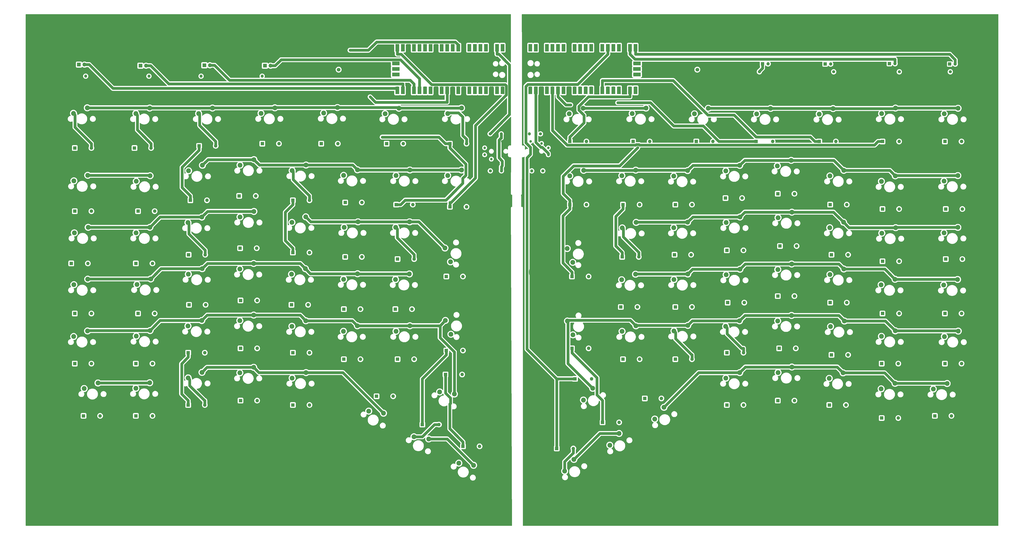
<source format=gbr>
%TF.GenerationSoftware,KiCad,Pcbnew,6.0.9-8da3e8f707~117~ubuntu20.04.1*%
%TF.CreationDate,2022-12-05T03:41:19+01:00*%
%TF.ProjectId,Europe-ergo,4575726f-7065-42d6-9572-676f2e6b6963,rev?*%
%TF.SameCoordinates,Original*%
%TF.FileFunction,Copper,L1,Top*%
%TF.FilePolarity,Positive*%
%FSLAX46Y46*%
G04 Gerber Fmt 4.6, Leading zero omitted, Abs format (unit mm)*
G04 Created by KiCad (PCBNEW 6.0.9-8da3e8f707~117~ubuntu20.04.1) date 2022-12-05 03:41:19*
%MOMM*%
%LPD*%
G01*
G04 APERTURE LIST*
%TA.AperFunction,ComponentPad*%
%ADD10R,1.600000X1.600000*%
%TD*%
%TA.AperFunction,ComponentPad*%
%ADD11O,1.600000X1.600000*%
%TD*%
%TA.AperFunction,ComponentPad*%
%ADD12C,7.500000*%
%TD*%
%TA.AperFunction,ComponentPad*%
%ADD13C,2.200000*%
%TD*%
%TA.AperFunction,ComponentPad*%
%ADD14R,1.500000X1.500000*%
%TD*%
%TA.AperFunction,ComponentPad*%
%ADD15O,1.500000X1.500000*%
%TD*%
%TA.AperFunction,ComponentPad*%
%ADD16C,1.400000*%
%TD*%
%TA.AperFunction,ComponentPad*%
%ADD17O,1.400000X1.400000*%
%TD*%
%TA.AperFunction,ComponentPad*%
%ADD18C,1.700000*%
%TD*%
%TA.AperFunction,ComponentPad*%
%ADD19R,1.800000X1.800000*%
%TD*%
%TA.AperFunction,ComponentPad*%
%ADD20O,1.800000X1.800000*%
%TD*%
%TA.AperFunction,ComponentPad*%
%ADD21O,1.700000X1.700000*%
%TD*%
%TA.AperFunction,SMDPad,CuDef*%
%ADD22R,1.700000X3.500000*%
%TD*%
%TA.AperFunction,ComponentPad*%
%ADD23R,1.700000X1.700000*%
%TD*%
%TA.AperFunction,SMDPad,CuDef*%
%ADD24R,3.500000X1.700000*%
%TD*%
%TA.AperFunction,ComponentPad*%
%ADD25C,1.200000*%
%TD*%
%TA.AperFunction,ViaPad*%
%ADD26C,0.800000*%
%TD*%
%TA.AperFunction,Conductor*%
%ADD27C,1.240000*%
%TD*%
G04 APERTURE END LIST*
D10*
%TO.P,D23,1,K*%
%TO.N,COL4R*%
X431000000Y-181000000D03*
D11*
%TO.P,D23,2,A*%
%TO.N,Net-(D23-Pad2)*%
X438620000Y-181000000D03*
%TD*%
D10*
%TO.P,D91,1,K*%
%TO.N,COL2*%
X136000000Y-212000000D03*
D11*
%TO.P,D91,2,A*%
%TO.N,Net-(D91-Pad2)*%
X143620000Y-212000000D03*
%TD*%
D10*
%TO.P,D61,1,K*%
%TO.N,COL8*%
X267380000Y-216000000D03*
D11*
%TO.P,D61,2,A*%
%TO.N,Net-(D61-Pad2)*%
X275000000Y-216000000D03*
%TD*%
D12*
%TO.P,H15,1,1*%
%TO.N,GNDL*%
X302750000Y-32600000D03*
%TD*%
D10*
%TO.P,D90,1,K*%
%TO.N,COL3*%
X165000000Y-88000000D03*
D11*
%TO.P,D90,2,A*%
%TO.N,Net-(D90-Pad2)*%
X172620000Y-88000000D03*
%TD*%
D10*
%TO.P,D79,1,K*%
%TO.N,COL4*%
X183380000Y-111000000D03*
D11*
%TO.P,D79,2,A*%
%TO.N,Net-(D79-Pad2)*%
X191000000Y-111000000D03*
%TD*%
D13*
%TO.P,SW43,1*%
%TO.N,ROW3R*%
X333820000Y-135160000D03*
%TO.P,SW43,2*%
%TO.N,Net-(D43-Pad2)*%
X336360000Y-141510000D03*
%TD*%
%TO.P,SW89,1*%
%TO.N,ROW5*%
X142540000Y-172820000D03*
%TO.P,SW89,2*%
%TO.N,Net-(D95-Pad2)*%
X136190000Y-175360000D03*
%TD*%
%TO.P,SW3,1*%
%TO.N,ROW3R*%
X512920000Y-125460000D03*
%TO.P,SW3,2*%
%TO.N,Net-(D3-Pad2)*%
X506570000Y-128000000D03*
%TD*%
D10*
%TO.P,D44,1,K*%
%TO.N,COL8R*%
X350000000Y-215000000D03*
D11*
%TO.P,D44,2,A*%
%TO.N,Net-(D44-Pad2)*%
X357620000Y-215000000D03*
%TD*%
D10*
%TO.P,D47,1,K*%
%TO.N,Arrow-Right*%
X329000000Y-227000000D03*
D11*
%TO.P,D47,2,A*%
%TO.N,Net-(D47-Pad2)*%
X336620000Y-227000000D03*
%TD*%
D12*
%TO.P,H3,1,1*%
%TO.N,GNDR*%
X526300000Y-32600000D03*
%TD*%
D14*
%TO.P,D51,1,K*%
%TO.N,Net-(D51-Pad1)*%
X509180000Y-50440000D03*
D15*
%TO.P,D51,2,A*%
%TO.N,PWM1R*%
X511720000Y-50440000D03*
%TD*%
D13*
%TO.P,SW21,1*%
%TO.N,ROW3R*%
X436820000Y-118460000D03*
%TO.P,SW21,2*%
%TO.N,Net-(D21-Pad2)*%
X430470000Y-121000000D03*
%TD*%
%TO.P,SW28,1*%
%TO.N,ROW5R*%
X412820000Y-168360000D03*
%TO.P,SW28,2*%
%TO.N,Net-(D29-Pad2)*%
X406470000Y-170900000D03*
%TD*%
D10*
%TO.P,D26,1,K*%
%TO.N,COL5R*%
X407000000Y-136000000D03*
D11*
%TO.P,D26,2,A*%
%TO.N,Net-(D26-Pad2)*%
X414620000Y-136000000D03*
%TD*%
D10*
%TO.P,D95,1,K*%
%TO.N,COL2*%
X136000000Y-188000000D03*
D11*
%TO.P,D95,2,A*%
%TO.N,Net-(D95-Pad2)*%
X143620000Y-188000000D03*
%TD*%
D13*
%TO.P,SW80,1*%
%TO.N,ROW6*%
X166340000Y-192020000D03*
%TO.P,SW80,2*%
%TO.N,Net-(D86-Pad2)*%
X159990000Y-194560000D03*
%TD*%
D10*
%TO.P,D43,1,K*%
%TO.N,COL8R*%
X336000000Y-148000000D03*
D11*
%TO.P,D43,2,A*%
%TO.N,Net-(D43-Pad2)*%
X343620000Y-148000000D03*
%TD*%
D13*
%TO.P,SW5,1*%
%TO.N,ROW4R*%
X512820000Y-149360000D03*
%TO.P,SW5,2*%
%TO.N,Net-(D4-Pad2)*%
X506470000Y-151900000D03*
%TD*%
D16*
%TO.P,R10,1*%
%TO.N,GNDL*%
X136920000Y-56000000D03*
D17*
%TO.P,R10,2*%
%TO.N,Net-(D54-Pad1)*%
X142000000Y-56000000D03*
%TD*%
D13*
%TO.P,SW9,1*%
%TO.N,ROW3R*%
X484420000Y-125560000D03*
%TO.P,SW9,2*%
%TO.N,Net-(D9-Pad2)*%
X478070000Y-128100000D03*
%TD*%
D12*
%TO.P,H11,1,1*%
%TO.N,GNDL*%
X92100000Y-255900000D03*
%TD*%
D13*
%TO.P,SW35,1*%
%TO.N,ROW6R*%
X378179700Y-208090600D03*
%TO.P,SW35,2*%
%TO.N,Net-(D36-Pad2)*%
X373950439Y-213465305D03*
%TD*%
%TO.P,SW34,1*%
%TO.N,ROW5R*%
X389120000Y-170460000D03*
%TO.P,SW34,2*%
%TO.N,Net-(D35-Pad2)*%
X382770000Y-173000000D03*
%TD*%
D12*
%TO.P,H9,1,1*%
%TO.N,GNDL*%
X92200000Y-34100000D03*
%TD*%
D16*
%TO.P,R11,1*%
%TO.N,SCL I2C0*%
X298460000Y-82500000D03*
D17*
%TO.P,R11,2*%
%TO.N,VCCL*%
X303540000Y-82500000D03*
%TD*%
D13*
%TO.P,SW53,1*%
%TO.N,ROW3*%
X277740000Y-134920000D03*
%TO.P,SW53,2*%
%TO.N,Net-(D59-Pad2)*%
X280280000Y-141270000D03*
%TD*%
D10*
%TO.P,D93,1,K*%
%TO.N,COL2*%
X136000000Y-142000000D03*
D11*
%TO.P,D93,2,A*%
%TO.N,Net-(D93-Pad2)*%
X143620000Y-142000000D03*
%TD*%
D13*
%TO.P,SW11,1*%
%TO.N,ROW4R*%
X484120000Y-149260000D03*
%TO.P,SW11,2*%
%TO.N,Net-(D10-Pad2)*%
X477770000Y-151800000D03*
%TD*%
D16*
%TO.P,R8,1*%
%TO.N,GNDL*%
X171000000Y-56000000D03*
D17*
%TO.P,R8,2*%
%TO.N,Net-(D53-Pad1)*%
X165920000Y-56000000D03*
%TD*%
D10*
%TO.P,D88,1,K*%
%TO.N,COL3*%
X160190000Y-138000000D03*
D11*
%TO.P,D88,2,A*%
%TO.N,Net-(D88-Pad2)*%
X167810000Y-138000000D03*
%TD*%
D13*
%TO.P,SW7,1*%
%TO.N,ROW1R*%
X484320000Y-70660000D03*
%TO.P,SW7,2*%
%TO.N,Net-(D7-Pad2)*%
X477970000Y-73200000D03*
%TD*%
%TO.P,SW58,1*%
%TO.N,ROW3*%
X261540000Y-122920000D03*
%TO.P,SW58,2*%
%TO.N,Net-(D62-Pad2)*%
X255190000Y-125460000D03*
%TD*%
%TO.P,SW76,1*%
%TO.N,ROW3*%
X190140000Y-118120000D03*
%TO.P,SW76,2*%
%TO.N,Net-(D80-Pad2)*%
X183790000Y-120660000D03*
%TD*%
D12*
%TO.P,H8,1,1*%
%TO.N,GNDR*%
X422950000Y-257350000D03*
%TD*%
D10*
%TO.P,D35,1,K*%
%TO.N,COL6R*%
X383380000Y-186000000D03*
D11*
%TO.P,D35,2,A*%
%TO.N,Net-(D35-Pad2)*%
X391000000Y-186000000D03*
%TD*%
D10*
%TO.P,D83,1,K*%
%TO.N,COL4*%
X184000000Y-205000000D03*
D11*
%TO.P,D83,2,A*%
%TO.N,Net-(D83-Pad2)*%
X191620000Y-205000000D03*
%TD*%
D10*
%TO.P,D66,1,K*%
%TO.N,COL7*%
X280000000Y-87000000D03*
D11*
%TO.P,D66,2,A*%
%TO.N,Net-(D66-Pad2)*%
X287620000Y-87000000D03*
%TD*%
D13*
%TO.P,SW20,1*%
%TO.N,ROW2R*%
X436520000Y-94660000D03*
%TO.P,SW20,2*%
%TO.N,Net-(D20-Pad2)*%
X430170000Y-97200000D03*
%TD*%
D10*
%TO.P,D81,1,K*%
%TO.N,COL4*%
X184000000Y-159000000D03*
D11*
%TO.P,D81,2,A*%
%TO.N,Net-(D81-Pad2)*%
X191620000Y-159000000D03*
%TD*%
D13*
%TO.P,SW29,1*%
%TO.N,ROW4R*%
X413020000Y-144660000D03*
%TO.P,SW29,2*%
%TO.N,Net-(D28-Pad2)*%
X406670000Y-147200000D03*
%TD*%
%TO.P,SW17,1*%
%TO.N,ROW4R*%
X460620000Y-144560000D03*
%TO.P,SW17,2*%
%TO.N,Net-(D17-Pad2)*%
X454270000Y-147100000D03*
%TD*%
D10*
%TO.P,D86,1,K*%
%TO.N,COL3*%
X160000000Y-207000000D03*
D11*
%TO.P,D86,2,A*%
%TO.N,Net-(D86-Pad2)*%
X167620000Y-207000000D03*
%TD*%
D13*
%TO.P,SW74,1*%
%TO.N,ROW6*%
X190040000Y-189720000D03*
%TO.P,SW74,2*%
%TO.N,Net-(D83-Pad2)*%
X183690000Y-192260000D03*
%TD*%
D12*
%TO.P,H1,1,1*%
%TO.N,GNDR*%
X526300000Y-257350000D03*
%TD*%
D13*
%TO.P,SW66,1*%
%TO.N,ROW1*%
X256640000Y-70720000D03*
%TO.P,SW66,2*%
%TO.N,Net-(D72-Pad2)*%
X250290000Y-73260000D03*
%TD*%
D10*
%TO.P,D40,1,K*%
%TO.N,COL7R*%
X359000000Y-139000000D03*
D11*
%TO.P,D40,2,A*%
%TO.N,Net-(D40-Pad2)*%
X366620000Y-139000000D03*
%TD*%
D13*
%TO.P,SW85,1*%
%TO.N,ROW4*%
X142840000Y-149120000D03*
%TO.P,SW85,2*%
%TO.N,Net-(D94-Pad2)*%
X136490000Y-151660000D03*
%TD*%
D10*
%TO.P,D62,1,K*%
%TO.N,COL7*%
X256000000Y-140000000D03*
D11*
%TO.P,D62,2,A*%
%TO.N,Net-(D62-Pad2)*%
X263620000Y-140000000D03*
%TD*%
D13*
%TO.P,SW15,1*%
%TO.N,ROW3R*%
X460520000Y-123060000D03*
%TO.P,SW15,2*%
%TO.N,Net-(D15-Pad2)*%
X454170000Y-125600000D03*
%TD*%
D10*
%TO.P,D92,1,K*%
%TO.N,COL2*%
X137000000Y-118000000D03*
D11*
%TO.P,D92,2,A*%
%TO.N,Net-(D92-Pad2)*%
X144620000Y-118000000D03*
%TD*%
D10*
%TO.P,D82,1,K*%
%TO.N,COL4*%
X184000000Y-181000000D03*
D11*
%TO.P,D82,2,A*%
%TO.N,Net-(D82-Pad2)*%
X191620000Y-181000000D03*
%TD*%
D16*
%TO.P,R1,1*%
%TO.N,Net-(D48-Pad1)*%
X421920000Y-54000000D03*
D17*
%TO.P,R1,2*%
%TO.N,GNDR*%
X427000000Y-54000000D03*
%TD*%
D13*
%TO.P,SW6,1*%
%TO.N,ROW6R*%
X508020000Y-197160000D03*
%TO.P,SW6,2*%
%TO.N,Net-(D6-Pad2)*%
X501670000Y-199700000D03*
%TD*%
D10*
%TO.P,D56,1,K*%
%TO.N,Arrow-Left*%
X286000000Y-226000000D03*
D11*
%TO.P,D56,2,A*%
%TO.N,Net-(D56-Pad2)*%
X293620000Y-226000000D03*
%TD*%
D10*
%TO.P,D73,1,K*%
%TO.N,COL5*%
X208000000Y-113000000D03*
D11*
%TO.P,D73,2,A*%
%TO.N,Net-(D73-Pad2)*%
X215620000Y-113000000D03*
%TD*%
D13*
%TO.P,SW27,1*%
%TO.N,ROW3R*%
X413020000Y-120660000D03*
%TO.P,SW27,2*%
%TO.N,Net-(D26-Pad2)*%
X406670000Y-123200000D03*
%TD*%
D10*
%TO.P,D42,1,K*%
%TO.N,COL8R*%
X335000000Y-115000000D03*
D11*
%TO.P,D42,2,A*%
%TO.N,Net-(D42-Pad2)*%
X342620000Y-115000000D03*
%TD*%
D13*
%TO.P,SW88,1*%
%TO.N,ROW3*%
X142440000Y-125420000D03*
%TO.P,SW88,2*%
%TO.N,Net-(D93-Pad2)*%
X136090000Y-127960000D03*
%TD*%
%TO.P,SW62,1*%
%TO.N,ROW2*%
X237640000Y-99020000D03*
%TO.P,SW62,2*%
%TO.N,Net-(D68-Pad2)*%
X231290000Y-101560000D03*
%TD*%
%TO.P,SW87,1*%
%TO.N,ROW2*%
X142540000Y-101720000D03*
%TO.P,SW87,2*%
%TO.N,Net-(D92-Pad2)*%
X136190000Y-104260000D03*
%TD*%
D18*
%TO.P,SW48,1,1*%
%TO.N,/RUN*%
X393460000Y-53000000D03*
%TO.P,SW48,2,2*%
%TO.N,GNDR*%
X398540000Y-53000000D03*
%TD*%
D10*
%TO.P,D98,1,K*%
%TO.N,COL1*%
X108000000Y-165000000D03*
D11*
%TO.P,D98,2,A*%
%TO.N,Net-(D98-Pad2)*%
X115620000Y-165000000D03*
%TD*%
D13*
%TO.P,SW4,1*%
%TO.N,ROW5R*%
X513120000Y-173060000D03*
%TO.P,SW4,2*%
%TO.N,Net-(D5-Pad2)*%
X506770000Y-175600000D03*
%TD*%
%TO.P,SW93,1*%
%TO.N,ROW2*%
X113940000Y-101520000D03*
%TO.P,SW93,2*%
%TO.N,Net-(D100-Pad2)*%
X107590000Y-104060000D03*
%TD*%
D10*
%TO.P,D10,1,K*%
%TO.N,COL2R*%
X478380000Y-165000000D03*
D11*
%TO.P,D10,2,A*%
%TO.N,Net-(D10-Pad2)*%
X486000000Y-165000000D03*
%TD*%
D13*
%TO.P,SW90,1*%
%TO.N,ROW1*%
X142340000Y-70620000D03*
%TO.P,SW90,2*%
%TO.N,Net-(D96-Pad2)*%
X135990000Y-73160000D03*
%TD*%
D10*
%TO.P,D70,1,K*%
%TO.N,COL6*%
X231380000Y-163000000D03*
D11*
%TO.P,D70,2,A*%
%TO.N,Net-(D70-Pad2)*%
X239000000Y-163000000D03*
%TD*%
D10*
%TO.P,D39,1,K*%
%TO.N,COL7R*%
X359380000Y-186000000D03*
D11*
%TO.P,D39,2,A*%
%TO.N,Net-(D39-Pad2)*%
X367000000Y-186000000D03*
%TD*%
D13*
%TO.P,SW39,1*%
%TO.N,ROW3R*%
X365420000Y-123160000D03*
%TO.P,SW39,2*%
%TO.N,Net-(D40-Pad2)*%
X359070000Y-125700000D03*
%TD*%
D10*
%TO.P,D69,1,K*%
%TO.N,COL6*%
X232000000Y-139000000D03*
D11*
%TO.P,D69,2,A*%
%TO.N,Net-(D69-Pad2)*%
X239620000Y-139000000D03*
%TD*%
D10*
%TO.P,D100,1,K*%
%TO.N,COL1*%
X108000000Y-118000000D03*
D11*
%TO.P,D100,2,A*%
%TO.N,Net-(D100-Pad2)*%
X115620000Y-118000000D03*
%TD*%
D10*
%TO.P,D99,1,K*%
%TO.N,COL1*%
X108000000Y-188000000D03*
D11*
%TO.P,D99,2,A*%
%TO.N,Net-(D99-Pad2)*%
X115620000Y-188000000D03*
%TD*%
D16*
%TO.P,R4,1*%
%TO.N,Net-(D50-Pad1)*%
X486080000Y-54000000D03*
D17*
%TO.P,R4,2*%
%TO.N,GNDR*%
X481000000Y-54000000D03*
%TD*%
D10*
%TO.P,D80,1,K*%
%TO.N,COL4*%
X183810000Y-135000000D03*
D11*
%TO.P,D80,2,A*%
%TO.N,Net-(D80-Pad2)*%
X191430000Y-135000000D03*
%TD*%
D13*
%TO.P,SW31,1*%
%TO.N,ROW1R*%
X369920000Y-70660000D03*
%TO.P,SW31,2*%
%TO.N,Net-(D31-Pad2)*%
X363570000Y-73200000D03*
%TD*%
D10*
%TO.P,D2,1,K*%
%TO.N,COL1R*%
X507380000Y-117000000D03*
D11*
%TO.P,D2,2,A*%
%TO.N,Net-(D2-Pad2)*%
X515000000Y-117000000D03*
%TD*%
D13*
%TO.P,SW81,1*%
%TO.N,ROW2*%
X166540000Y-96920000D03*
%TO.P,SW81,2*%
%TO.N,Net-(D87-Pad2)*%
X160190000Y-99460000D03*
%TD*%
D12*
%TO.P,H5,1,1*%
%TO.N,GNDR*%
X318450000Y-32650000D03*
%TD*%
D10*
%TO.P,D41,1,K*%
%TO.N,COL7R*%
X358380000Y-162000000D03*
D11*
%TO.P,D41,2,A*%
%TO.N,Net-(D41-Pad2)*%
X366000000Y-162000000D03*
%TD*%
D10*
%TO.P,D34,1,K*%
%TO.N,COL6R*%
X383380000Y-162000000D03*
D11*
%TO.P,D34,2,A*%
%TO.N,Net-(D34-Pad2)*%
X391000000Y-162000000D03*
%TD*%
D10*
%TO.P,D24,1,K*%
%TO.N,COL4R*%
X430380000Y-205000000D03*
D11*
%TO.P,D24,2,A*%
%TO.N,Net-(D24-Pad2)*%
X438000000Y-205000000D03*
%TD*%
D13*
%TO.P,SW54,1*%
%TO.N,ROW5*%
X277960000Y-168180000D03*
%TO.P,SW54,2*%
%TO.N,Net-(D58-Pad2)*%
X280500000Y-174530000D03*
%TD*%
D10*
%TO.P,D58,1,K*%
%TO.N,COL8*%
X278380000Y-182000000D03*
D11*
%TO.P,D58,2,A*%
%TO.N,Net-(D58-Pad2)*%
X286000000Y-182000000D03*
%TD*%
D10*
%TO.P,D16,1,K*%
%TO.N,COL3R*%
X455000000Y-184000000D03*
D11*
%TO.P,D16,2,A*%
%TO.N,Net-(D16-Pad2)*%
X462620000Y-184000000D03*
%TD*%
D13*
%TO.P,SW19,1*%
%TO.N,ROW1R*%
X427060000Y-70780000D03*
%TO.P,SW19,2*%
%TO.N,Net-(D19-Pad2)*%
X420710000Y-73320000D03*
%TD*%
D10*
%TO.P,D27,1,K*%
%TO.N,COL5R*%
X406380000Y-112000000D03*
D11*
%TO.P,D27,2,A*%
%TO.N,Net-(D27-Pad2)*%
X414000000Y-112000000D03*
%TD*%
D16*
%TO.P,R12,1*%
%TO.N,GNDL*%
X107920000Y-56000000D03*
D17*
%TO.P,R12,2*%
%TO.N,Net-(D55-Pad1)*%
X113000000Y-56000000D03*
%TD*%
D13*
%TO.P,SW47,1*%
%TO.N,ROW6R*%
X336879700Y-231990600D03*
%TO.P,SW47,2*%
%TO.N,Net-(D47-Pad2)*%
X332650439Y-237365305D03*
%TD*%
D14*
%TO.P,D49,1,K*%
%TO.N,Net-(D49-Pad1)*%
X452064700Y-50440000D03*
D15*
%TO.P,D49,2,A*%
%TO.N,PWM3R*%
X454604700Y-50440000D03*
%TD*%
D13*
%TO.P,SW18,1*%
%TO.N,ROW6R*%
X460320000Y-192260000D03*
%TO.P,SW18,2*%
%TO.N,Net-(D18-Pad2)*%
X453970000Y-194800000D03*
%TD*%
D10*
%TO.P,D14,1,K*%
%TO.N,COL3R*%
X454380000Y-115000000D03*
D11*
%TO.P,D14,2,A*%
%TO.N,Net-(D14-Pad2)*%
X462000000Y-115000000D03*
%TD*%
D13*
%TO.P,SW96,1*%
%TO.N,ROW1*%
X113740000Y-70520000D03*
%TO.P,SW96,2*%
%TO.N,Net-(D102-Pad2)*%
X107390000Y-73060000D03*
%TD*%
D12*
%TO.P,H4,1,1*%
%TO.N,GNDR*%
X423000000Y-32650000D03*
%TD*%
D13*
%TO.P,SW67,1*%
%TO.N,ROW4*%
X213740000Y-144420000D03*
%TO.P,SW67,2*%
%TO.N,Net-(D74-Pad2)*%
X207390000Y-146960000D03*
%TD*%
%TO.P,SW41,1*%
%TO.N,ROW4R*%
X365120000Y-146960000D03*
%TO.P,SW41,2*%
%TO.N,Net-(D41-Pad2)*%
X358770000Y-149500000D03*
%TD*%
D10*
%TO.P,D4,1,K*%
%TO.N,COL1R*%
X507000000Y-165000000D03*
D11*
%TO.P,D4,2,A*%
%TO.N,Net-(D4-Pad2)*%
X514620000Y-165000000D03*
%TD*%
D13*
%TO.P,SW46,1*%
%TO.N,ROW5R*%
X345479700Y-199360000D03*
%TO.P,SW46,2*%
%TO.N,Net-(D46-Pad2)*%
X341250439Y-204734705D03*
%TD*%
%TO.P,SW16,1*%
%TO.N,ROW5R*%
X460920000Y-168460000D03*
%TO.P,SW16,2*%
%TO.N,Net-(D16-Pad2)*%
X454570000Y-171000000D03*
%TD*%
D10*
%TO.P,D63,1,K*%
%TO.N,COL7*%
X255000000Y-163000000D03*
D11*
%TO.P,D63,2,A*%
%TO.N,Net-(D63-Pad2)*%
X262620000Y-163000000D03*
%TD*%
D10*
%TO.P,D33,1,K*%
%TO.N,COL6R*%
X383000000Y-138000000D03*
D11*
%TO.P,D33,2,A*%
%TO.N,Net-(D33-Pad2)*%
X390620000Y-138000000D03*
%TD*%
D13*
%TO.P,SW22,1*%
%TO.N,ROW5R*%
X436680000Y-165880000D03*
%TO.P,SW22,2*%
%TO.N,Net-(D23-Pad2)*%
X430330000Y-168420000D03*
%TD*%
%TO.P,SW26,1*%
%TO.N,ROW2R*%
X412920000Y-96960000D03*
%TO.P,SW26,2*%
%TO.N,Net-(D27-Pad2)*%
X406570000Y-99500000D03*
%TD*%
D10*
%TO.P,D25,1,K*%
%TO.N,COL5R*%
X393000000Y-86000000D03*
D11*
%TO.P,D25,2,A*%
%TO.N,Net-(D25-Pad2)*%
X400620000Y-86000000D03*
%TD*%
D19*
%TO.P,D54,1,K*%
%TO.N,Net-(D54-Pad1)*%
X138100000Y-51200000D03*
D20*
%TO.P,D54,2,A*%
%TO.N,PWM2*%
X140640000Y-51200000D03*
%TD*%
D13*
%TO.P,SW12,1*%
%TO.N,ROW6R*%
X484120000Y-197060000D03*
%TO.P,SW12,2*%
%TO.N,Net-(D12-Pad2)*%
X477770000Y-199600000D03*
%TD*%
%TO.P,SW84,1*%
%TO.N,ROW1*%
X171140000Y-70620000D03*
%TO.P,SW84,2*%
%TO.N,Net-(D90-Pad2)*%
X164790000Y-73160000D03*
%TD*%
D10*
%TO.P,D5,1,K*%
%TO.N,COL1R*%
X507000000Y-188000000D03*
D11*
%TO.P,D5,2,A*%
%TO.N,Net-(D5-Pad2)*%
X514620000Y-188000000D03*
%TD*%
D10*
%TO.P,D78,1,K*%
%TO.N,COL5*%
X221000000Y-87000000D03*
D11*
%TO.P,D78,2,A*%
%TO.N,Net-(D78-Pad2)*%
X228620000Y-87000000D03*
%TD*%
D10*
%TO.P,D96,1,K*%
%TO.N,COL2*%
X135380000Y-89000000D03*
D11*
%TO.P,D96,2,A*%
%TO.N,Net-(D96-Pad2)*%
X143000000Y-89000000D03*
%TD*%
D13*
%TO.P,SW60,1*%
%TO.N,ROW1*%
X285340000Y-70620000D03*
%TO.P,SW60,2*%
%TO.N,Net-(D66-Pad2)*%
X278990000Y-73160000D03*
%TD*%
%TO.P,SW56,1*%
%TO.N,ROW4*%
X261440000Y-146820000D03*
%TO.P,SW56,2*%
%TO.N,Net-(D63-Pad2)*%
X255090000Y-149360000D03*
%TD*%
D16*
%TO.P,R6,1*%
%TO.N,Net-(D51-Pad1)*%
X509460000Y-54000000D03*
D17*
%TO.P,R6,2*%
%TO.N,GNDR*%
X514540000Y-54000000D03*
%TD*%
D10*
%TO.P,D65,1,K*%
%TO.N,COL7*%
X256000000Y-186000000D03*
D11*
%TO.P,D65,2,A*%
%TO.N,Net-(D65-Pad2)*%
X263620000Y-186000000D03*
%TD*%
D10*
%TO.P,D77,1,K*%
%TO.N,COL5*%
X208000000Y-137000000D03*
D11*
%TO.P,D77,2,A*%
%TO.N,Net-(D77-Pad2)*%
X215620000Y-137000000D03*
%TD*%
D13*
%TO.P,SW36,1*%
%TO.N,ROW4R*%
X389120000Y-146860000D03*
%TO.P,SW36,2*%
%TO.N,Net-(D34-Pad2)*%
X382770000Y-149400000D03*
%TD*%
D16*
%TO.P,R3,1*%
%TO.N,sclR*%
X322620000Y-99500000D03*
D17*
%TO.P,R3,2*%
%TO.N,VCCR*%
X317540000Y-99500000D03*
%TD*%
D12*
%TO.P,H16,1,1*%
%TO.N,GNDL*%
X301300000Y-255700000D03*
%TD*%
%TO.P,H13,1,1*%
%TO.N,GNDL*%
X300900000Y-145900000D03*
%TD*%
D10*
%TO.P,D3,1,K*%
%TO.N,COL1R*%
X507380000Y-140000000D03*
D11*
%TO.P,D3,2,A*%
%TO.N,Net-(D3-Pad2)*%
X515000000Y-140000000D03*
%TD*%
D10*
%TO.P,D72,1,K*%
%TO.N,COL6*%
X251000000Y-87000000D03*
D11*
%TO.P,D72,2,A*%
%TO.N,Net-(D72-Pad2)*%
X258620000Y-87000000D03*
%TD*%
D12*
%TO.P,H12,1,1*%
%TO.N,GNDL*%
X92100000Y-146100000D03*
%TD*%
D10*
%TO.P,D18,1,K*%
%TO.N,COL3R*%
X454000000Y-207000000D03*
D11*
%TO.P,D18,2,A*%
%TO.N,Net-(D18-Pad2)*%
X461620000Y-207000000D03*
%TD*%
D10*
%TO.P,D28,1,K*%
%TO.N,COL5R*%
X407380000Y-160000000D03*
D11*
%TO.P,D28,2,A*%
%TO.N,Net-(D28-Pad2)*%
X415000000Y-160000000D03*
%TD*%
D12*
%TO.P,H2,1,1*%
%TO.N,GNDR*%
X526250000Y-145950000D03*
%TD*%
D10*
%TO.P,D71,1,K*%
%TO.N,COL6*%
X231380000Y-186000000D03*
D11*
%TO.P,D71,2,A*%
%TO.N,Net-(D71-Pad2)*%
X239000000Y-186000000D03*
%TD*%
D13*
%TO.P,SW1,1*%
%TO.N,ROW1R*%
X513020000Y-70760000D03*
%TO.P,SW1,2*%
%TO.N,Net-(D1-Pad2)*%
X506670000Y-73300000D03*
%TD*%
D10*
%TO.P,D8,1,K*%
%TO.N,COL2R*%
X478380000Y-117000000D03*
D11*
%TO.P,D8,2,A*%
%TO.N,Net-(D8-Pad2)*%
X486000000Y-117000000D03*
%TD*%
D13*
%TO.P,SW73,1*%
%TO.N,ROW4*%
X190040000Y-142020000D03*
%TO.P,SW73,2*%
%TO.N,Net-(D81-Pad2)*%
X183690000Y-144560000D03*
%TD*%
D10*
%TO.P,D1,1,K*%
%TO.N,COL1R*%
X507000000Y-86000000D03*
D11*
%TO.P,D1,2,A*%
%TO.N,Net-(D1-Pad2)*%
X514620000Y-86000000D03*
%TD*%
D10*
%TO.P,D22,1,K*%
%TO.N,COL4R*%
X430380000Y-157000000D03*
D11*
%TO.P,D22,2,A*%
%TO.N,Net-(D22-Pad2)*%
X438000000Y-157000000D03*
%TD*%
D10*
%TO.P,D46,1,K*%
%TO.N,Arrow-Right*%
X337380000Y-195000000D03*
D11*
%TO.P,D46,2,A*%
%TO.N,Net-(D46-Pad2)*%
X345000000Y-195000000D03*
%TD*%
D14*
%TO.P,D48,1,K*%
%TO.N,Net-(D48-Pad1)*%
X423364700Y-50340000D03*
D15*
%TO.P,D48,2,A*%
%TO.N,PWM4R*%
X425904700Y-50340000D03*
%TD*%
D13*
%TO.P,SW51,1*%
%TO.N,ROW5*%
X282079700Y-201990600D03*
%TO.P,SW51,2*%
%TO.N,Net-(D57-Pad2)*%
X275310439Y-201015305D03*
%TD*%
%TO.P,SW71,1*%
%TO.N,ROW5*%
X213940000Y-168320000D03*
%TO.P,SW71,2*%
%TO.N,Net-(D75-Pad2)*%
X207590000Y-170860000D03*
%TD*%
%TO.P,SW91,1*%
%TO.N,ROW4*%
X113940000Y-149220000D03*
%TO.P,SW91,2*%
%TO.N,Net-(D98-Pad2)*%
X107590000Y-151760000D03*
%TD*%
%TO.P,SW69,1*%
%TO.N,ROW2*%
X214040000Y-96820000D03*
%TO.P,SW69,2*%
%TO.N,Net-(D73-Pad2)*%
X207690000Y-99360000D03*
%TD*%
%TO.P,SW86,1*%
%TO.N,ROW6*%
X142340000Y-196820000D03*
%TO.P,SW86,2*%
%TO.N,Net-(D91-Pad2)*%
X135990000Y-199360000D03*
%TD*%
D12*
%TO.P,H7,1,1*%
%TO.N,GNDR*%
X320300000Y-255900000D03*
%TD*%
D10*
%TO.P,D11,1,K*%
%TO.N,COL2R*%
X478000000Y-188000000D03*
D11*
%TO.P,D11,2,A*%
%TO.N,Net-(D11-Pad2)*%
X485620000Y-188000000D03*
%TD*%
D10*
%TO.P,D89,1,K*%
%TO.N,COL3*%
X160000000Y-183000000D03*
D11*
%TO.P,D89,2,A*%
%TO.N,Net-(D89-Pad2)*%
X167620000Y-183000000D03*
%TD*%
D13*
%TO.P,SW32,1*%
%TO.N,ROW2R*%
X389020000Y-99360000D03*
%TO.P,SW32,2*%
%TO.N,Net-(D32-Pad2)*%
X382670000Y-101900000D03*
%TD*%
D19*
%TO.P,D55,1,K*%
%TO.N,Net-(D55-Pad1)*%
X109900000Y-50700000D03*
D20*
%TO.P,D55,2,A*%
%TO.N,PWM1*%
X112440000Y-50700000D03*
%TD*%
D16*
%TO.P,R2,1*%
%TO.N,Net-(D49-Pad1)*%
X456000000Y-54000000D03*
D17*
%TO.P,R2,2*%
%TO.N,GNDR*%
X450920000Y-54000000D03*
%TD*%
D10*
%TO.P,D67,1,K*%
%TO.N,COL6*%
X246380000Y-203000000D03*
D11*
%TO.P,D67,2,A*%
%TO.N,Net-(D67-Pad2)*%
X254000000Y-203000000D03*
%TD*%
D16*
%TO.P,R7,1*%
%TO.N,GNDL*%
X199000000Y-56000000D03*
D17*
%TO.P,R7,2*%
%TO.N,Net-(D52-Pad1)*%
X193920000Y-56000000D03*
%TD*%
D10*
%TO.P,D21,1,K*%
%TO.N,COL4R*%
X431380000Y-134000000D03*
D11*
%TO.P,D21,2,A*%
%TO.N,Net-(D21-Pad2)*%
X439000000Y-134000000D03*
%TD*%
D16*
%TO.P,R9,1*%
%TO.N,SDA I2C0*%
X298540000Y-99500000D03*
D17*
%TO.P,R9,2*%
%TO.N,VCCL*%
X303620000Y-99500000D03*
%TD*%
D13*
%TO.P,SW2,1*%
%TO.N,ROW2R*%
X512920000Y-101660000D03*
%TO.P,SW2,2*%
%TO.N,Net-(D2-Pad2)*%
X506570000Y-104200000D03*
%TD*%
%TO.P,SW10,1*%
%TO.N,ROW5R*%
X484220000Y-172960000D03*
%TO.P,SW10,2*%
%TO.N,Net-(D11-Pad2)*%
X477870000Y-175500000D03*
%TD*%
D10*
%TO.P,D97,1,K*%
%TO.N,COL1*%
X112000000Y-212000000D03*
D11*
%TO.P,D97,2,A*%
%TO.N,Net-(D97-Pad2)*%
X119620000Y-212000000D03*
%TD*%
D13*
%TO.P,SW77,1*%
%TO.N,ROW5*%
X190040000Y-165720000D03*
%TO.P,SW77,2*%
%TO.N,Net-(D82-Pad2)*%
X183690000Y-168260000D03*
%TD*%
%TO.P,SW95,1*%
%TO.N,ROW5*%
X113840000Y-173020000D03*
%TO.P,SW95,2*%
%TO.N,Net-(D99-Pad2)*%
X107490000Y-175560000D03*
%TD*%
D16*
%TO.P,R5,1*%
%TO.N,sdaR*%
X321540000Y-82500000D03*
D17*
%TO.P,R5,2*%
%TO.N,VCCR*%
X316460000Y-82500000D03*
%TD*%
D13*
%TO.P,SW45,1*%
%TO.N,ROW6R*%
X357579700Y-220090600D03*
%TO.P,SW45,2*%
%TO.N,Net-(D44-Pad2)*%
X353350439Y-225465305D03*
%TD*%
%TO.P,SW30,1*%
%TO.N,ROW6R*%
X412920000Y-192160000D03*
%TO.P,SW30,2*%
%TO.N,Net-(D30-Pad2)*%
X406570000Y-194700000D03*
%TD*%
D21*
%TO.P,U2,1,GPIO0*%
%TO.N,SDA I2C0*%
X304130000Y-43835000D03*
D22*
X304130000Y-42935000D03*
%TO.P,U2,2,GPIO1*%
%TO.N,SCL I2C0*%
X301590000Y-42935000D03*
D21*
X301590000Y-43835000D03*
D22*
%TO.P,U2,3,GND*%
%TO.N,GNDL*%
X299050000Y-42935000D03*
D23*
X299050000Y-43835000D03*
D21*
%TO.P,U2,4,GPIO2*%
%TO.N,COL1*%
X296510000Y-43835000D03*
D22*
X296510000Y-42935000D03*
D21*
%TO.P,U2,5,GPIO3*%
%TO.N,COL2*%
X293970000Y-43835000D03*
D22*
X293970000Y-42935000D03*
D21*
%TO.P,U2,6,GPIO4*%
%TO.N,ROW1*%
X291430000Y-43835000D03*
D22*
X291430000Y-42935000D03*
D21*
%TO.P,U2,7,GPIO5*%
%TO.N,ROW2*%
X288890000Y-43835000D03*
D22*
X288890000Y-42935000D03*
D23*
%TO.P,U2,8,GND*%
%TO.N,GNDL*%
X286350000Y-43835000D03*
D22*
X286350000Y-42935000D03*
%TO.P,U2,9,GPIO6*%
%TO.N,ROW3*%
X283810000Y-42935000D03*
D21*
X283810000Y-43835000D03*
%TO.P,U2,10,GPIO7*%
%TO.N,ROW4*%
X281270000Y-43835000D03*
D22*
X281270000Y-42935000D03*
%TO.P,U2,11,GPIO8*%
%TO.N,ROW5*%
X278730000Y-42935000D03*
D21*
X278730000Y-43835000D03*
D22*
%TO.P,U2,12,GPIO9*%
%TO.N,ROW6*%
X276190000Y-42935000D03*
D21*
X276190000Y-43835000D03*
D22*
%TO.P,U2,13,GND*%
%TO.N,GNDL*%
X273650000Y-42935000D03*
D23*
X273650000Y-43835000D03*
D22*
%TO.P,U2,14,GPIO10*%
%TO.N,COL3*%
X271110000Y-42935000D03*
D21*
X271110000Y-43835000D03*
D22*
%TO.P,U2,15,GPIO11*%
%TO.N,COL4*%
X268570000Y-42935000D03*
D21*
X268570000Y-43835000D03*
D22*
%TO.P,U2,16,GPIO12*%
%TO.N,COL5*%
X266030000Y-42935000D03*
D21*
X266030000Y-43835000D03*
D22*
%TO.P,U2,17,GPIO13*%
%TO.N,COL6*%
X263490000Y-42935000D03*
D21*
X263490000Y-43835000D03*
D22*
%TO.P,U2,18,GND*%
%TO.N,GNDL*%
X260950000Y-42935000D03*
D23*
X260950000Y-43835000D03*
D21*
%TO.P,U2,19,GPIO14*%
%TO.N,COL7*%
X258410000Y-43835000D03*
D22*
X258410000Y-42935000D03*
D21*
%TO.P,U2,20,GPIO15*%
%TO.N,COL8*%
X255870000Y-43835000D03*
D22*
X255870000Y-42935000D03*
%TO.P,U2,21,GPIO16*%
%TO.N,PWM1*%
X255870000Y-62515000D03*
D21*
X255870000Y-61615000D03*
D22*
%TO.P,U2,22,GPIO17*%
%TO.N,PWM2*%
X258410000Y-62515000D03*
D21*
X258410000Y-61615000D03*
D23*
%TO.P,U2,23,GND*%
%TO.N,GNDL*%
X260950000Y-61615000D03*
D22*
X260950000Y-62515000D03*
%TO.P,U2,24,GPIO18*%
%TO.N,PWM3*%
X263490000Y-62515000D03*
D21*
X263490000Y-61615000D03*
D22*
%TO.P,U2,25,GPIO19*%
%TO.N,PWM4*%
X266030000Y-62515000D03*
D21*
X266030000Y-61615000D03*
%TO.P,U2,26,GPIO20*%
%TO.N,Arrow-Left*%
X268570000Y-61615000D03*
D22*
X268570000Y-62515000D03*
D21*
%TO.P,U2,27,GPIO21*%
%TO.N,unconnected-(U2-Pad27)*%
X271110000Y-61615000D03*
D22*
X271110000Y-62515000D03*
%TO.P,U2,28,GND*%
%TO.N,GNDL*%
X273650000Y-62515000D03*
D23*
X273650000Y-61615000D03*
D21*
%TO.P,U2,29,GPIO22*%
%TO.N,unconnected-(U2-Pad29)*%
X276190000Y-61615000D03*
D22*
X276190000Y-62515000D03*
D21*
%TO.P,U2,30,RUN*%
%TO.N,Net-(SW49-Pad1)*%
X278730000Y-61615000D03*
D22*
X278730000Y-62515000D03*
%TO.P,U2,31,GPIO26_ADC0*%
%TO.N,GNDL*%
X281270000Y-62515000D03*
D21*
X281270000Y-61615000D03*
%TO.P,U2,32,GPIO27_ADC1*%
%TO.N,unconnected-(U2-Pad32)*%
X283810000Y-61615000D03*
D22*
X283810000Y-62515000D03*
D23*
%TO.P,U2,33,AGND*%
%TO.N,GNDL*%
X286350000Y-61615000D03*
D22*
X286350000Y-62515000D03*
%TO.P,U2,34,GPIO28_ADC2*%
%TO.N,unconnected-(U2-Pad34)*%
X288890000Y-62515000D03*
D21*
X288890000Y-61615000D03*
D22*
%TO.P,U2,35,ADC_VREF*%
%TO.N,unconnected-(U2-Pad35)*%
X291430000Y-62515000D03*
D21*
X291430000Y-61615000D03*
D22*
%TO.P,U2,36,3V3*%
%TO.N,unconnected-(U2-Pad36)*%
X293970000Y-62515000D03*
D21*
X293970000Y-61615000D03*
%TO.P,U2,37,3V3_EN*%
%TO.N,unconnected-(U2-Pad37)*%
X296510000Y-61615000D03*
D22*
X296510000Y-62515000D03*
D23*
%TO.P,U2,38,GND*%
%TO.N,GNDL*%
X299050000Y-61615000D03*
D22*
X299050000Y-62515000D03*
%TO.P,U2,39,VSYS*%
%TO.N,unconnected-(U2-Pad39)*%
X301590000Y-62515000D03*
D21*
X301590000Y-61615000D03*
%TO.P,U2,40,VBUS*%
%TO.N,VCCL*%
X304130000Y-61615000D03*
D22*
X304130000Y-62515000D03*
D24*
%TO.P,U2,41,SWCLK*%
%TO.N,unconnected-(U2-Pad41)*%
X255200000Y-50185000D03*
D21*
X256100000Y-50185000D03*
D23*
%TO.P,U2,42,GND*%
%TO.N,unconnected-(U2-Pad42)*%
X256100000Y-52725000D03*
D24*
X255200000Y-52725000D03*
%TO.P,U2,43,SWDIO*%
%TO.N,unconnected-(U2-Pad43)*%
X255200000Y-55265000D03*
D21*
X256100000Y-55265000D03*
%TD*%
D13*
%TO.P,SW55,1*%
%TO.N,ROW6*%
X270279700Y-222590600D03*
%TO.P,SW55,2*%
%TO.N,Net-(D61-Pad2)*%
X263510439Y-221615305D03*
%TD*%
D10*
%TO.P,D75,1,K*%
%TO.N,COL5*%
X208000000Y-183000000D03*
D11*
%TO.P,D75,2,A*%
%TO.N,Net-(D75-Pad2)*%
X215620000Y-183000000D03*
%TD*%
D13*
%TO.P,SW78,1*%
%TO.N,ROW1*%
X199740000Y-70520000D03*
%TO.P,SW78,2*%
%TO.N,Net-(D84-Pad2)*%
X193390000Y-73060000D03*
%TD*%
%TO.P,SW70,1*%
%TO.N,ROW3*%
X213940000Y-120620000D03*
%TO.P,SW70,2*%
%TO.N,Net-(D77-Pad2)*%
X207590000Y-123160000D03*
%TD*%
D22*
%TO.P,U1,1,GPIO0*%
%TO.N,sdaR*%
X316870000Y-62515000D03*
D21*
X316870000Y-61615000D03*
%TO.P,U1,2,GPIO1*%
%TO.N,sclR*%
X319410000Y-61615000D03*
D22*
X319410000Y-62515000D03*
%TO.P,U1,3,GND*%
%TO.N,GNDR*%
X321950000Y-62515000D03*
D23*
X321950000Y-61615000D03*
D21*
%TO.P,U1,4,GPIO2*%
%TO.N,COL1R*%
X324490000Y-61615000D03*
D22*
X324490000Y-62515000D03*
%TO.P,U1,5,GPIO3*%
%TO.N,COL2R*%
X327030000Y-62515000D03*
D21*
X327030000Y-61615000D03*
%TO.P,U1,6,GPIO4*%
%TO.N,ROW1R*%
X329570000Y-61615000D03*
D22*
X329570000Y-62515000D03*
D21*
%TO.P,U1,7,GPIO5*%
%TO.N,ROW2R*%
X332110000Y-61615000D03*
D22*
X332110000Y-62515000D03*
D23*
%TO.P,U1,8,GND*%
%TO.N,GNDR*%
X334650000Y-61615000D03*
D22*
X334650000Y-62515000D03*
D21*
%TO.P,U1,9,GPIO6*%
%TO.N,ROW3R*%
X337190000Y-61615000D03*
D22*
X337190000Y-62515000D03*
D21*
%TO.P,U1,10,GPIO7*%
%TO.N,ROW4R*%
X339730000Y-61615000D03*
D22*
X339730000Y-62515000D03*
%TO.P,U1,11,GPIO8*%
%TO.N,ROW5R*%
X342270000Y-62515000D03*
D21*
X342270000Y-61615000D03*
D22*
%TO.P,U1,12,GPIO9*%
%TO.N,ROW6R*%
X344810000Y-62515000D03*
D21*
X344810000Y-61615000D03*
D22*
%TO.P,U1,13,GND*%
%TO.N,GNDR*%
X347350000Y-62515000D03*
D23*
X347350000Y-61615000D03*
D21*
%TO.P,U1,14,GPIO10*%
%TO.N,COL3R*%
X349890000Y-61615000D03*
D22*
X349890000Y-62515000D03*
D21*
%TO.P,U1,15,GPIO11*%
%TO.N,COL4R*%
X352430000Y-61615000D03*
D22*
X352430000Y-62515000D03*
D21*
%TO.P,U1,16,GPIO12*%
%TO.N,COL5R*%
X354970000Y-61615000D03*
D22*
X354970000Y-62515000D03*
D21*
%TO.P,U1,17,GPIO13*%
%TO.N,COL6R*%
X357510000Y-61615000D03*
D22*
X357510000Y-62515000D03*
%TO.P,U1,18,GND*%
%TO.N,GNDR*%
X360050000Y-62515000D03*
D23*
X360050000Y-61615000D03*
D21*
%TO.P,U1,19,GPIO14*%
%TO.N,COL7R*%
X362590000Y-61615000D03*
D22*
X362590000Y-62515000D03*
%TO.P,U1,20,GPIO15*%
%TO.N,COL8R*%
X365130000Y-62515000D03*
D21*
X365130000Y-61615000D03*
%TO.P,U1,21,GPIO16*%
%TO.N,PWM1R*%
X365130000Y-43835000D03*
D22*
X365130000Y-42935000D03*
D21*
%TO.P,U1,22,GPIO17*%
%TO.N,PWM2R*%
X362590000Y-43835000D03*
D22*
X362590000Y-42935000D03*
D23*
%TO.P,U1,23,GND*%
%TO.N,GNDR*%
X360050000Y-43835000D03*
D22*
X360050000Y-42935000D03*
D21*
%TO.P,U1,24,GPIO18*%
%TO.N,PWM3R*%
X357510000Y-43835000D03*
D22*
X357510000Y-42935000D03*
%TO.P,U1,25,GPIO19*%
%TO.N,PWM4R*%
X354970000Y-42935000D03*
D21*
X354970000Y-43835000D03*
D22*
%TO.P,U1,26,GPIO20*%
%TO.N,Arrow-Right*%
X352430000Y-42935000D03*
D21*
X352430000Y-43835000D03*
D22*
%TO.P,U1,27,GPIO21*%
%TO.N,unconnected-(U1-Pad27)*%
X349890000Y-42935000D03*
D21*
X349890000Y-43835000D03*
D22*
%TO.P,U1,28,GND*%
%TO.N,GNDR*%
X347350000Y-42935000D03*
D23*
X347350000Y-43835000D03*
D22*
%TO.P,U1,29,GPIO22*%
%TO.N,unconnected-(U1-Pad29)*%
X344810000Y-42935000D03*
D21*
X344810000Y-43835000D03*
D22*
%TO.P,U1,30,RUN*%
%TO.N,/RUN*%
X342270000Y-42935000D03*
D21*
X342270000Y-43835000D03*
D22*
%TO.P,U1,31,GPIO26_ADC0*%
%TO.N,unconnected-(U1-Pad31)*%
X339730000Y-42935000D03*
D21*
X339730000Y-43835000D03*
%TO.P,U1,32,GPIO27_ADC1*%
%TO.N,unconnected-(U1-Pad32)*%
X337190000Y-43835000D03*
D22*
X337190000Y-42935000D03*
%TO.P,U1,33,AGND*%
%TO.N,GNDR*%
X334650000Y-42935000D03*
D23*
X334650000Y-43835000D03*
D22*
%TO.P,U1,34,GPIO28_ADC2*%
%TO.N,unconnected-(U1-Pad34)*%
X332110000Y-42935000D03*
D21*
X332110000Y-43835000D03*
%TO.P,U1,35,ADC_VREF*%
%TO.N,unconnected-(U1-Pad35)*%
X329570000Y-43835000D03*
D22*
X329570000Y-42935000D03*
%TO.P,U1,36,3V3*%
%TO.N,unconnected-(U1-Pad36)*%
X327030000Y-42935000D03*
D21*
X327030000Y-43835000D03*
%TO.P,U1,37,3V3_EN*%
%TO.N,unconnected-(U1-Pad37)*%
X324490000Y-43835000D03*
D22*
X324490000Y-42935000D03*
%TO.P,U1,38,GND*%
%TO.N,GNDR*%
X321950000Y-42935000D03*
D23*
X321950000Y-43835000D03*
D22*
%TO.P,U1,39,VSYS*%
%TO.N,unconnected-(U1-Pad39)*%
X319410000Y-42935000D03*
D21*
X319410000Y-43835000D03*
D22*
%TO.P,U1,40,VBUS*%
%TO.N,VCCR*%
X316870000Y-42935000D03*
D21*
X316870000Y-43835000D03*
D24*
%TO.P,U1,41,SWCLK*%
%TO.N,unconnected-(U1-Pad41)*%
X365800000Y-55265000D03*
D21*
X364900000Y-55265000D03*
D24*
%TO.P,U1,42,GND*%
%TO.N,unconnected-(U1-Pad42)*%
X365800000Y-52725000D03*
D23*
X364900000Y-52725000D03*
D24*
%TO.P,U1,43,SWDIO*%
%TO.N,unconnected-(U1-Pad43)*%
X365800000Y-50185000D03*
D21*
X364900000Y-50185000D03*
%TD*%
D13*
%TO.P,SW94,1*%
%TO.N,ROW3*%
X114140000Y-125420000D03*
%TO.P,SW94,2*%
%TO.N,Net-(D101-Pad2)*%
X107790000Y-127960000D03*
%TD*%
%TO.P,SW79,1*%
%TO.N,ROW4*%
X166440000Y-144420000D03*
%TO.P,SW79,2*%
%TO.N,Net-(D85-Pad2)*%
X160090000Y-146960000D03*
%TD*%
%TO.P,SW72,1*%
%TO.N,ROW1*%
X228440000Y-70420000D03*
%TO.P,SW72,2*%
%TO.N,Net-(D78-Pad2)*%
X222090000Y-72960000D03*
%TD*%
D10*
%TO.P,D19,1,K*%
%TO.N,COL4R*%
X420380000Y-86000000D03*
D11*
%TO.P,D19,2,A*%
%TO.N,Net-(D19-Pad2)*%
X428000000Y-86000000D03*
%TD*%
D10*
%TO.P,D74,1,K*%
%TO.N,COL5*%
X207380000Y-161000000D03*
D11*
%TO.P,D74,2,A*%
%TO.N,Net-(D74-Pad2)*%
X215000000Y-161000000D03*
%TD*%
D13*
%TO.P,SW13,1*%
%TO.N,ROW1R*%
X455720000Y-70860000D03*
%TO.P,SW13,2*%
%TO.N,Net-(D13-Pad2)*%
X449370000Y-73400000D03*
%TD*%
D10*
%TO.P,D36,1,K*%
%TO.N,COL6R*%
X369380000Y-204000000D03*
D11*
%TO.P,D36,2,A*%
%TO.N,Net-(D36-Pad2)*%
X377000000Y-204000000D03*
%TD*%
D10*
%TO.P,D59,1,K*%
%TO.N,COL8*%
X278380000Y-148000000D03*
D11*
%TO.P,D59,2,A*%
%TO.N,Net-(D59-Pad2)*%
X286000000Y-148000000D03*
%TD*%
D12*
%TO.P,H14,1,1*%
%TO.N,GNDL*%
X197500000Y-255900000D03*
%TD*%
D13*
%TO.P,SW8,1*%
%TO.N,ROW2R*%
X484220000Y-101760000D03*
%TO.P,SW8,2*%
%TO.N,Net-(D8-Pad2)*%
X477870000Y-104300000D03*
%TD*%
D10*
%TO.P,D32,1,K*%
%TO.N,COL6R*%
X383380000Y-115000000D03*
D11*
%TO.P,D32,2,A*%
%TO.N,Net-(D32-Pad2)*%
X391000000Y-115000000D03*
%TD*%
D12*
%TO.P,H6,1,1*%
%TO.N,GNDR*%
X320000000Y-146000000D03*
%TD*%
D10*
%TO.P,D9,1,K*%
%TO.N,COL2R*%
X478380000Y-141000000D03*
D11*
%TO.P,D9,2,A*%
%TO.N,Net-(D9-Pad2)*%
X486000000Y-141000000D03*
%TD*%
D13*
%TO.P,SW33,1*%
%TO.N,ROW3R*%
X389020000Y-123060000D03*
%TO.P,SW33,2*%
%TO.N,Net-(D33-Pad2)*%
X382670000Y-125600000D03*
%TD*%
D10*
%TO.P,D101,1,K*%
%TO.N,COL1*%
X106380000Y-142000000D03*
D11*
%TO.P,D101,2,A*%
%TO.N,Net-(D101-Pad2)*%
X114000000Y-142000000D03*
%TD*%
D10*
%TO.P,D76,1,K*%
%TO.N,COL5*%
X208000000Y-207000000D03*
D11*
%TO.P,D76,2,A*%
%TO.N,Net-(D76-Pad2)*%
X215620000Y-207000000D03*
%TD*%
D10*
%TO.P,D84,1,K*%
%TO.N,COL4*%
X194000000Y-87000000D03*
D11*
%TO.P,D84,2,A*%
%TO.N,Net-(D84-Pad2)*%
X201620000Y-87000000D03*
%TD*%
D13*
%TO.P,SW68,1*%
%TO.N,ROW6*%
X214040000Y-192120000D03*
%TO.P,SW68,2*%
%TO.N,Net-(D76-Pad2)*%
X207690000Y-194660000D03*
%TD*%
D10*
%TO.P,D37,1,K*%
%TO.N,COL7R*%
X335000000Y-86000000D03*
D11*
%TO.P,D37,2,A*%
%TO.N,Net-(D37-Pad2)*%
X342620000Y-86000000D03*
%TD*%
D18*
%TO.P,SW49,1,1*%
%TO.N,Net-(SW49-Pad1)*%
X229000000Y-53000000D03*
%TO.P,SW49,2,2*%
%TO.N,GNDL*%
X223920000Y-53000000D03*
%TD*%
D10*
%TO.P,D38,1,K*%
%TO.N,COL7R*%
X359380000Y-115000000D03*
D11*
%TO.P,D38,2,A*%
%TO.N,Net-(D38-Pad2)*%
X367000000Y-115000000D03*
%TD*%
D19*
%TO.P,D52,1,K*%
%TO.N,Net-(D52-Pad1)*%
X195200000Y-51200000D03*
D20*
%TO.P,D52,2,A*%
%TO.N,PWM4*%
X197740000Y-51200000D03*
%TD*%
D13*
%TO.P,SW37,1*%
%TO.N,ROW1R*%
X341120000Y-70760000D03*
%TO.P,SW37,2*%
%TO.N,Net-(D37-Pad2)*%
X334770000Y-73300000D03*
%TD*%
D10*
%TO.P,D60,1,K*%
%TO.N,COL8*%
X280000000Y-116000000D03*
D11*
%TO.P,D60,2,A*%
%TO.N,Net-(D60-Pad2)*%
X287620000Y-116000000D03*
%TD*%
D10*
%TO.P,D31,1,K*%
%TO.N,COL6R*%
X364000000Y-86000000D03*
D11*
%TO.P,D31,2,A*%
%TO.N,Net-(D31-Pad2)*%
X371620000Y-86000000D03*
%TD*%
D13*
%TO.P,SW25,1*%
%TO.N,ROW1R*%
X398520000Y-70760000D03*
%TO.P,SW25,2*%
%TO.N,Net-(D25-Pad2)*%
X392170000Y-73300000D03*
%TD*%
D10*
%TO.P,D85,1,K*%
%TO.N,COL3*%
X160380000Y-161000000D03*
D11*
%TO.P,D85,2,A*%
%TO.N,Net-(D85-Pad2)*%
X168000000Y-161000000D03*
%TD*%
D10*
%TO.P,D12,1,K*%
%TO.N,COL2R*%
X478000000Y-213000000D03*
D11*
%TO.P,D12,2,A*%
%TO.N,Net-(D12-Pad2)*%
X485620000Y-213000000D03*
%TD*%
D13*
%TO.P,SW64,1*%
%TO.N,ROW5*%
X237540000Y-170620000D03*
%TO.P,SW64,2*%
%TO.N,Net-(D71-Pad2)*%
X231190000Y-173160000D03*
%TD*%
%TO.P,SW38,1*%
%TO.N,ROW2R*%
X365220000Y-99160000D03*
%TO.P,SW38,2*%
%TO.N,Net-(D38-Pad2)*%
X358870000Y-101700000D03*
%TD*%
%TO.P,SW52,1*%
%TO.N,ROW2*%
X285340000Y-99120000D03*
%TO.P,SW52,2*%
%TO.N,Net-(D60-Pad2)*%
X278990000Y-101660000D03*
%TD*%
D10*
%TO.P,D17,1,K*%
%TO.N,COL3R*%
X454380000Y-160000000D03*
D11*
%TO.P,D17,2,A*%
%TO.N,Net-(D17-Pad2)*%
X462000000Y-160000000D03*
%TD*%
D10*
%TO.P,D45,1,K*%
%TO.N,COL8R*%
X336000000Y-181000000D03*
D11*
%TO.P,D45,2,A*%
%TO.N,Net-(D45-Pad2)*%
X343620000Y-181000000D03*
%TD*%
D13*
%TO.P,SW63,1*%
%TO.N,ROW3*%
X237840000Y-122920000D03*
%TO.P,SW63,2*%
%TO.N,Net-(D69-Pad2)*%
X231490000Y-125460000D03*
%TD*%
%TO.P,SW82,1*%
%TO.N,ROW3*%
X166240000Y-120720000D03*
%TO.P,SW82,2*%
%TO.N,Net-(D88-Pad2)*%
X159890000Y-123260000D03*
%TD*%
%TO.P,SW92,1*%
%TO.N,ROW6*%
X118640000Y-196920000D03*
%TO.P,SW92,2*%
%TO.N,Net-(D97-Pad2)*%
X112290000Y-199460000D03*
%TD*%
D12*
%TO.P,H10,1,1*%
%TO.N,GNDL*%
X197600000Y-34100000D03*
%TD*%
D10*
%TO.P,D87,1,K*%
%TO.N,COL3*%
X161000000Y-113000000D03*
D11*
%TO.P,D87,2,A*%
%TO.N,Net-(D87-Pad2)*%
X168620000Y-113000000D03*
%TD*%
D10*
%TO.P,D94,1,K*%
%TO.N,COL2*%
X137000000Y-165000000D03*
D11*
%TO.P,D94,2,A*%
%TO.N,Net-(D94-Pad2)*%
X144620000Y-165000000D03*
%TD*%
D13*
%TO.P,SW75,1*%
%TO.N,ROW2*%
X190140000Y-94320000D03*
%TO.P,SW75,2*%
%TO.N,Net-(D79-Pad2)*%
X183790000Y-96860000D03*
%TD*%
D10*
%TO.P,D30,1,K*%
%TO.N,COL5R*%
X407000000Y-207000000D03*
D11*
%TO.P,D30,2,A*%
%TO.N,Net-(D30-Pad2)*%
X414620000Y-207000000D03*
%TD*%
D13*
%TO.P,SW50,1*%
%TO.N,ROW6*%
X290879700Y-234690600D03*
%TO.P,SW50,2*%
%TO.N,Net-(D56-Pad2)*%
X284110439Y-233715305D03*
%TD*%
D10*
%TO.P,D6,1,K*%
%TO.N,COL1R*%
X502380000Y-212000000D03*
D11*
%TO.P,D6,2,A*%
%TO.N,Net-(D6-Pad2)*%
X510000000Y-212000000D03*
%TD*%
D13*
%TO.P,SW65,1*%
%TO.N,ROW6*%
X249579700Y-210790600D03*
%TO.P,SW65,2*%
%TO.N,Net-(D67-Pad2)*%
X242810439Y-209815305D03*
%TD*%
%TO.P,SW57,1*%
%TO.N,ROW2*%
X261640000Y-99120000D03*
%TO.P,SW57,2*%
%TO.N,Net-(D64-Pad2)*%
X255290000Y-101660000D03*
%TD*%
%TO.P,SW44,1*%
%TO.N,ROW5R*%
X333920000Y-168460000D03*
%TO.P,SW44,2*%
%TO.N,Net-(D45-Pad2)*%
X336460000Y-174810000D03*
%TD*%
%TO.P,SW61,1*%
%TO.N,ROW4*%
X237640000Y-146720000D03*
%TO.P,SW61,2*%
%TO.N,Net-(D70-Pad2)*%
X231290000Y-149260000D03*
%TD*%
%TO.P,SW59,1*%
%TO.N,ROW5*%
X261640000Y-170620000D03*
%TO.P,SW59,2*%
%TO.N,Net-(D65-Pad2)*%
X255290000Y-173160000D03*
%TD*%
D10*
%TO.P,D15,1,K*%
%TO.N,COL3R*%
X455000000Y-138000000D03*
D11*
%TO.P,D15,2,A*%
%TO.N,Net-(D15-Pad2)*%
X462620000Y-138000000D03*
%TD*%
D10*
%TO.P,D13,1,K*%
%TO.N,COL3R*%
X449380000Y-86000000D03*
D11*
%TO.P,D13,2,A*%
%TO.N,Net-(D13-Pad2)*%
X457000000Y-86000000D03*
%TD*%
D13*
%TO.P,SW40,1*%
%TO.N,ROW5R*%
X365320000Y-170660000D03*
%TO.P,SW40,2*%
%TO.N,Net-(D39-Pad2)*%
X358970000Y-173200000D03*
%TD*%
D10*
%TO.P,D20,1,K*%
%TO.N,COL4R*%
X430380000Y-110000000D03*
D11*
%TO.P,D20,2,A*%
%TO.N,Net-(D20-Pad2)*%
X438000000Y-110000000D03*
%TD*%
D10*
%TO.P,D64,1,K*%
%TO.N,COL7*%
X255380000Y-115000000D03*
D11*
%TO.P,D64,2,A*%
%TO.N,Net-(D64-Pad2)*%
X263000000Y-115000000D03*
%TD*%
D13*
%TO.P,SW24,1*%
%TO.N,ROW6R*%
X436820000Y-189560000D03*
%TO.P,SW24,2*%
%TO.N,Net-(D24-Pad2)*%
X430470000Y-192100000D03*
%TD*%
D10*
%TO.P,D102,1,K*%
%TO.N,COL1*%
X108000000Y-89000000D03*
D11*
%TO.P,D102,2,A*%
%TO.N,Net-(D102-Pad2)*%
X115620000Y-89000000D03*
%TD*%
D10*
%TO.P,D68,1,K*%
%TO.N,COL6*%
X232000000Y-114000000D03*
D11*
%TO.P,D68,2,A*%
%TO.N,Net-(D68-Pad2)*%
X239620000Y-114000000D03*
%TD*%
D13*
%TO.P,SW83,1*%
%TO.N,ROW5*%
X166240000Y-168220000D03*
%TO.P,SW83,2*%
%TO.N,Net-(D89-Pad2)*%
X159890000Y-170760000D03*
%TD*%
D10*
%TO.P,D7,1,K*%
%TO.N,COL2R*%
X478380000Y-86000000D03*
D11*
%TO.P,D7,2,A*%
%TO.N,Net-(D7-Pad2)*%
X486000000Y-86000000D03*
%TD*%
D10*
%TO.P,D57,1,K*%
%TO.N,Arrow-Left*%
X278000000Y-193000000D03*
D11*
%TO.P,D57,2,A*%
%TO.N,Net-(D57-Pad2)*%
X285620000Y-193000000D03*
%TD*%
D19*
%TO.P,D53,1,K*%
%TO.N,Net-(D53-Pad1)*%
X167400000Y-51000000D03*
D20*
%TO.P,D53,2,A*%
%TO.N,PWM3*%
X169940000Y-51000000D03*
%TD*%
D13*
%TO.P,SW14,1*%
%TO.N,ROW2R*%
X460620000Y-99260000D03*
%TO.P,SW14,2*%
%TO.N,Net-(D14-Pad2)*%
X454270000Y-101800000D03*
%TD*%
D14*
%TO.P,D50,1,K*%
%TO.N,Net-(D50-Pad1)*%
X481564700Y-50240000D03*
D15*
%TO.P,D50,2,A*%
%TO.N,PWM2R*%
X484104700Y-50240000D03*
%TD*%
D10*
%TO.P,D29,1,K*%
%TO.N,COL5R*%
X407000000Y-183000000D03*
D11*
%TO.P,D29,2,A*%
%TO.N,Net-(D29-Pad2)*%
X414620000Y-183000000D03*
%TD*%
D13*
%TO.P,SW23,1*%
%TO.N,ROW4R*%
X436720000Y-142260000D03*
%TO.P,SW23,2*%
%TO.N,Net-(D22-Pad2)*%
X430370000Y-144800000D03*
%TD*%
%TO.P,SW42,1*%
%TO.N,ROW2R*%
X341320000Y-99260000D03*
%TO.P,SW42,2*%
%TO.N,Net-(D42-Pad2)*%
X334970000Y-101800000D03*
%TD*%
D25*
%TO.P,J1,1,Pin_1*%
%TO.N,GNDR*%
X317040000Y-95000000D03*
%TO.P,J1,2,Pin_2*%
%TO.N,sdaR*%
X322040000Y-86900000D03*
%TO.P,J1,3,Pin_3*%
%TO.N,sclR*%
X325140000Y-92100000D03*
%TO.P,J1,4,Pin_4*%
%TO.N,VCCR*%
X317040000Y-86000000D03*
%TO.P,J1,5*%
%TO.N,N/C*%
X325140000Y-88900000D03*
%TD*%
%TO.P,J2,1,Pin_1*%
%TO.N,GNDL*%
X304040000Y-86000000D03*
%TO.P,J2,2,Pin_2*%
%TO.N,SDA I2C0*%
X299040000Y-94100000D03*
%TO.P,J2,3,Pin_3*%
%TO.N,SCL I2C0*%
X295940000Y-88900000D03*
%TO.P,J2,4,Pin_4*%
%TO.N,VCCL*%
X304040000Y-95000000D03*
%TO.P,J2,5*%
%TO.N,N/C*%
X295940000Y-92100000D03*
%TD*%
D26*
%TO.N,COL4R*%
X356970500Y-68202500D03*
%TO.N,COL8R*%
X366118900Y-88888300D03*
%TO.N,COL7*%
X248944300Y-83999600D03*
%TO.N,ROW3*%
X234195400Y-44077600D03*
%TO.N,Net-(SW49-Pad1)*%
X243422300Y-65510000D03*
%TO.N,ROW1R*%
X335425800Y-69174800D03*
%TO.N,GNDR*%
X353000000Y-93000000D03*
X365000000Y-66000000D03*
X367000000Y-118000000D03*
X363000000Y-118000000D03*
X354000000Y-75000000D03*
X438000000Y-86000000D03*
X376000000Y-115000000D03*
X380000000Y-65000000D03*
X409000000Y-80000000D03*
X379000000Y-83000000D03*
X343000000Y-80000000D03*
%TO.N,GNDL*%
X192000000Y-55000000D03*
X250000000Y-65000000D03*
X239000000Y-52000000D03*
X266000000Y-137000000D03*
X248000000Y-52000000D03*
X263000000Y-74000000D03*
X255000000Y-167000000D03*
X177000000Y-81000000D03*
X235000000Y-41000000D03*
X168000000Y-106000000D03*
%TD*%
D27*
%TO.N,COL2R*%
X476335000Y-86000000D02*
X474664800Y-87670200D01*
X365501700Y-87398200D02*
X365229700Y-87670200D01*
X333764300Y-87670200D02*
X327030000Y-80935900D01*
X366736200Y-87398200D02*
X365501700Y-87398200D01*
X474664800Y-87670200D02*
X367008200Y-87670200D01*
X365229700Y-87670200D02*
X333764300Y-87670200D01*
X367008200Y-87670200D02*
X366736200Y-87398200D01*
X478380000Y-86000000D02*
X476335000Y-86000000D01*
X327030000Y-80935900D02*
X327030000Y-61615000D01*
%TO.N,COL3R*%
X382440600Y-58000000D02*
X349890000Y-58000000D01*
X410377200Y-73892800D02*
X398333400Y-73892800D01*
X445290000Y-83955000D02*
X420439400Y-83955000D01*
X398333400Y-73892800D02*
X382440600Y-58000000D01*
X349890000Y-58000000D02*
X349890000Y-61615000D01*
X449380000Y-86000000D02*
X447335000Y-86000000D01*
X447335000Y-86000000D02*
X445290000Y-83955000D01*
X420439400Y-83955000D02*
X410377200Y-73892800D01*
%TO.N,COL4R*%
X420380000Y-86000000D02*
X403316400Y-86000000D01*
X396206300Y-78889900D02*
X382683200Y-78889900D01*
X371995800Y-68202500D02*
X356970500Y-68202500D01*
X382683200Y-78889900D02*
X371995800Y-68202500D01*
X403316400Y-86000000D02*
X396206300Y-78889900D01*
%TO.N,Net-(D29-Pad2)*%
X414620000Y-180955000D02*
X413725300Y-180955000D01*
X414620000Y-183000000D02*
X414620000Y-180955000D01*
X407165000Y-174394700D02*
X407165000Y-171595000D01*
X407165000Y-171595000D02*
X406470000Y-170900000D01*
X413725300Y-180955000D02*
X407165000Y-174394700D01*
%TO.N,Net-(D35-Pad2)*%
X383465000Y-176547800D02*
X383465000Y-173695000D01*
X391000000Y-183955000D02*
X390872200Y-183955000D01*
X390872200Y-183955000D02*
X383465000Y-176547800D01*
X383465000Y-173695000D02*
X382770000Y-173000000D01*
X391000000Y-186000000D02*
X391000000Y-183955000D01*
%TO.N,COL7R*%
X359380000Y-117045000D02*
X356033800Y-120391200D01*
X343559200Y-65510000D02*
X339149700Y-69919500D01*
X341503000Y-73969000D02*
X341503000Y-77452000D01*
X356033800Y-120391200D02*
X356033800Y-133988800D01*
X339149700Y-69919500D02*
X339149700Y-71615700D01*
X335000000Y-86000000D02*
X335000000Y-83955000D01*
X359380000Y-115000000D02*
X359380000Y-117045000D01*
X362590000Y-61615000D02*
X362590000Y-65510000D01*
X341503000Y-77452000D02*
X335000000Y-83955000D01*
X362590000Y-65510000D02*
X343559200Y-65510000D01*
X356033800Y-133988800D02*
X359000000Y-136955000D01*
X359000000Y-139000000D02*
X359000000Y-136955000D01*
X339149700Y-71615700D02*
X341503000Y-73969000D01*
%TO.N,Net-(D40-Pad2)*%
X359070000Y-125700000D02*
X359526900Y-126156900D01*
X359526900Y-129861900D02*
X366620000Y-136955000D01*
X359526900Y-126156900D02*
X359526900Y-129861900D01*
X366620000Y-139000000D02*
X366620000Y-136955000D01*
%TO.N,COL8R*%
X331949000Y-101973400D02*
X336732600Y-97189800D01*
X335000000Y-112955000D02*
X331949000Y-109904000D01*
X336732600Y-97189800D02*
X357817400Y-97189800D01*
X335000000Y-116022500D02*
X335000000Y-115000000D01*
X336000000Y-148000000D02*
X336000000Y-145955000D01*
X335000000Y-117045000D02*
X331839100Y-120205900D01*
X347470800Y-194515800D02*
X347470800Y-202397200D01*
X350000000Y-204926400D02*
X350000000Y-215000000D01*
X331949000Y-109904000D02*
X331949000Y-101973400D01*
X331839100Y-141794100D02*
X336000000Y-145955000D01*
X331839100Y-120205900D02*
X331839100Y-141794100D01*
X347470800Y-202397200D02*
X350000000Y-204926400D01*
X336000000Y-181000000D02*
X336000000Y-183045000D01*
X335000000Y-116022500D02*
X335000000Y-117045000D01*
X336000000Y-183045000D02*
X347470800Y-194515800D01*
X357817400Y-97189800D02*
X366118900Y-88888300D01*
X335000000Y-115000000D02*
X335000000Y-112955000D01*
%TO.N,Arrow-Right*%
X329000000Y-195000000D02*
X329000000Y-227000000D01*
X338594500Y-59765500D02*
X315773600Y-59765500D01*
X337380000Y-195000000D02*
X335335000Y-195000000D01*
X316948600Y-91911700D02*
X315363600Y-93496700D01*
X315363600Y-181363600D02*
X329000000Y-195000000D01*
X352430000Y-43835000D02*
X352430000Y-45930000D01*
X315773600Y-59765500D02*
X314834900Y-60704200D01*
X315363600Y-93496700D02*
X315363600Y-181363600D01*
X329000000Y-195000000D02*
X335335000Y-195000000D01*
X314834900Y-60704200D02*
X314834900Y-86555000D01*
X316948600Y-88668700D02*
X316948600Y-91911700D01*
X314834900Y-86555000D02*
X316948600Y-88668700D01*
X352430000Y-45930000D02*
X338594500Y-59765500D01*
%TO.N,Net-(D47-Pad2)*%
X332650400Y-237365300D02*
X332650400Y-233014600D01*
X332650400Y-233014600D02*
X336620000Y-229045000D01*
X336620000Y-227000000D02*
X336620000Y-229045000D01*
%TO.N,Net-(D48-Pad1)*%
X423364700Y-50340000D02*
X423364700Y-52335000D01*
X421920000Y-53779700D02*
X421920000Y-54000000D01*
X423364700Y-52335000D02*
X421920000Y-53779700D01*
%TO.N,PWM2R*%
X484104700Y-48245000D02*
X364905000Y-48245000D01*
X484104700Y-50240000D02*
X484104700Y-48245000D01*
X362590000Y-43835000D02*
X362590000Y-45930000D01*
X364905000Y-48245000D02*
X362590000Y-45930000D01*
%TO.N,PWM1R*%
X365130000Y-43835000D02*
X365130000Y-45930000D01*
X509205000Y-45930000D02*
X511720000Y-48445000D01*
X365130000Y-45930000D02*
X509205000Y-45930000D01*
X511720000Y-50440000D02*
X511720000Y-48445000D01*
%TO.N,PWM4*%
X197740000Y-51200000D02*
X199885000Y-51200000D01*
X199885000Y-51200000D02*
X202620200Y-48464800D01*
X266030000Y-57145000D02*
X266030000Y-61615000D01*
X202620200Y-48464800D02*
X257349800Y-48464800D01*
X257349800Y-48464800D02*
X266030000Y-57145000D01*
%TO.N,PWM3*%
X263490000Y-61615000D02*
X263490000Y-59520000D01*
X169940000Y-51000000D02*
X172085000Y-51000000D01*
X172085000Y-51000000D02*
X178965400Y-57880400D01*
X261850400Y-57880400D02*
X263490000Y-59520000D01*
X178965400Y-57880400D02*
X261850400Y-57880400D01*
%TO.N,PWM2*%
X151105000Y-59520000D02*
X258410000Y-59520000D01*
X140640000Y-51200000D02*
X142785000Y-51200000D01*
X258410000Y-61615000D02*
X258410000Y-59520000D01*
X142785000Y-51200000D02*
X151105000Y-59520000D01*
%TO.N,PWM1*%
X125500000Y-61615000D02*
X114585000Y-50700000D01*
X112440000Y-50700000D02*
X114585000Y-50700000D01*
X255870000Y-61615000D02*
X125500000Y-61615000D01*
%TO.N,Arrow-Left*%
X280257500Y-206261700D02*
X279963200Y-206556000D01*
X279963200Y-206556000D02*
X279963200Y-217918200D01*
X286000000Y-226000000D02*
X286000000Y-223955000D01*
X278000000Y-193000000D02*
X278000000Y-201570200D01*
X279963200Y-217918200D02*
X286000000Y-223955000D01*
X278000000Y-201570200D02*
X280257500Y-203827700D01*
X280257500Y-203827700D02*
X280257500Y-206261700D01*
%TO.N,COL8*%
X280000000Y-116000000D02*
X280000000Y-113955000D01*
X280559200Y-113955000D02*
X291756000Y-102758200D01*
X291756000Y-102758200D02*
X291756000Y-78722100D01*
X257659800Y-45930000D02*
X255870000Y-45930000D01*
X271624700Y-59894900D02*
X257659800Y-45930000D01*
X255870000Y-43835000D02*
X255870000Y-45930000D01*
X267380000Y-195045000D02*
X267380000Y-216000000D01*
X278380000Y-182000000D02*
X278380000Y-184045000D01*
X280000000Y-113955000D02*
X280559200Y-113955000D01*
X291756000Y-78722100D02*
X305852100Y-64626000D01*
X305852100Y-64626000D02*
X305852100Y-60406600D01*
X278380000Y-184045000D02*
X267380000Y-195045000D01*
X305340400Y-59894900D02*
X271624700Y-59894900D01*
X305852100Y-60406600D02*
X305340400Y-59894900D01*
%TO.N,Net-(D61-Pad2)*%
X263510400Y-221615300D02*
X267339700Y-221615300D01*
X267339700Y-221615300D02*
X272955000Y-216000000D01*
X275000000Y-216000000D02*
X272955000Y-216000000D01*
%TO.N,COL7*%
X287334000Y-96379000D02*
X280000000Y-89045000D01*
X278164600Y-112955000D02*
X285915000Y-105204600D01*
X285915000Y-102935700D02*
X287334000Y-101516700D01*
X287334000Y-101516700D02*
X287334000Y-96379000D01*
X280000000Y-87000000D02*
X280000000Y-89045000D01*
X274954600Y-83999600D02*
X248944300Y-83999600D01*
X285915000Y-105204600D02*
X285915000Y-102935700D01*
X277955000Y-87000000D02*
X274954600Y-83999600D01*
X255380000Y-115000000D02*
X257425000Y-115000000D01*
X257425000Y-115000000D02*
X259470000Y-112955000D01*
X280000000Y-87000000D02*
X277955000Y-87000000D01*
X259470000Y-112955000D02*
X278164600Y-112955000D01*
%TO.N,Net-(D62-Pad2)*%
X263620000Y-140000000D02*
X263620000Y-137955000D01*
X263620000Y-137955000D02*
X255885000Y-130220000D01*
X255885000Y-126155000D02*
X255190000Y-125460000D01*
X255885000Y-130220000D02*
X255885000Y-126155000D01*
%TO.N,Net-(D66-Pad2)*%
X287620000Y-87000000D02*
X287620000Y-84955000D01*
X278990000Y-73160000D02*
X279346100Y-72803900D01*
X283970400Y-72803900D02*
X285915000Y-74748500D01*
X279346100Y-72803900D02*
X283970400Y-72803900D01*
X285915000Y-83250000D02*
X287620000Y-84955000D01*
X285915000Y-74748500D02*
X285915000Y-83250000D01*
%TO.N,COL5*%
X204557200Y-118487800D02*
X208000000Y-115045000D01*
X204557200Y-131512200D02*
X204557200Y-118487800D01*
X208000000Y-137000000D02*
X208000000Y-134955000D01*
X208000000Y-134955000D02*
X204557200Y-131512200D01*
X208000000Y-113000000D02*
X208000000Y-115045000D01*
%TO.N,Net-(D73-Pad2)*%
X208146900Y-103481900D02*
X215620000Y-110955000D01*
X207690000Y-99360000D02*
X208146900Y-99816900D01*
X215620000Y-113000000D02*
X215620000Y-110955000D01*
X208146900Y-99816900D02*
X208146900Y-103481900D01*
%TO.N,COL3*%
X156996500Y-188048500D02*
X156996500Y-201951500D01*
X160000000Y-207000000D02*
X160000000Y-204955000D01*
X157196400Y-107151400D02*
X157196400Y-97848600D01*
X165000000Y-88000000D02*
X165000000Y-90045000D01*
X160000000Y-183000000D02*
X160000000Y-185045000D01*
X161000000Y-113000000D02*
X161000000Y-110955000D01*
X161000000Y-110955000D02*
X157196400Y-107151400D01*
X157196400Y-97848600D02*
X165000000Y-90045000D01*
X156996500Y-201951500D02*
X160000000Y-204955000D01*
X160000000Y-185045000D02*
X156996500Y-188048500D01*
%TO.N,Net-(D86-Pad2)*%
X160685000Y-198147800D02*
X160685000Y-195255000D01*
X167620000Y-204955000D02*
X167492200Y-204955000D01*
X167492200Y-204955000D02*
X160685000Y-198147800D01*
X167620000Y-207000000D02*
X167620000Y-204955000D01*
X160685000Y-195255000D02*
X159990000Y-194560000D01*
%TO.N,Net-(D88-Pad2)*%
X160346900Y-128491900D02*
X167810000Y-135955000D01*
X160346900Y-123716900D02*
X160346900Y-128491900D01*
X159890000Y-123260000D02*
X160346900Y-123716900D01*
X167810000Y-138000000D02*
X167810000Y-135955000D01*
%TO.N,Net-(D90-Pad2)*%
X165246900Y-73616900D02*
X165246900Y-78581900D01*
X165246900Y-78581900D02*
X172620000Y-85955000D01*
X172620000Y-88000000D02*
X172620000Y-85955000D01*
X164790000Y-73160000D02*
X165246900Y-73616900D01*
%TO.N,Net-(D96-Pad2)*%
X143000000Y-86955000D02*
X136685000Y-80640000D01*
X143000000Y-89000000D02*
X143000000Y-86955000D01*
X136685000Y-80640000D02*
X136685000Y-73855000D01*
X136685000Y-73855000D02*
X135990000Y-73160000D01*
%TO.N,Net-(D102-Pad2)*%
X115620000Y-86955000D02*
X108085000Y-79420000D01*
X115620000Y-89000000D02*
X115620000Y-86955000D01*
X108085000Y-73755000D02*
X107390000Y-73060000D01*
X108085000Y-79420000D02*
X108085000Y-73755000D01*
%TO.N,sclR*%
X325140000Y-92100000D02*
X325140000Y-91468000D01*
X321741100Y-88700000D02*
X319410000Y-86368900D01*
X322372000Y-88700000D02*
X321741100Y-88700000D01*
X325140000Y-91468000D02*
X322372000Y-88700000D01*
X319410000Y-86368900D02*
X319410000Y-61615000D01*
%TO.N,SCL I2C0*%
X302458000Y-45930000D02*
X301590000Y-45930000D01*
X298460000Y-82500000D02*
X307343300Y-73616700D01*
X301590000Y-43835000D02*
X301590000Y-45930000D01*
X307343300Y-50815300D02*
X302458000Y-45930000D01*
X307343300Y-73616700D02*
X307343300Y-50815300D01*
%TO.N,ROW1*%
X199740000Y-70520000D02*
X199840000Y-70420000D01*
X199740000Y-70520000D02*
X171240000Y-70520000D01*
X199840000Y-70420000D02*
X228440000Y-70420000D01*
X142240000Y-70520000D02*
X142340000Y-70620000D01*
X171140000Y-70620000D02*
X142340000Y-70620000D01*
X256640000Y-70720000D02*
X256740000Y-70620000D01*
X171240000Y-70520000D02*
X171140000Y-70620000D01*
X256740000Y-70620000D02*
X285340000Y-70620000D01*
X256340000Y-70420000D02*
X256640000Y-70720000D01*
X113740000Y-70520000D02*
X142240000Y-70520000D01*
X228440000Y-70420000D02*
X256340000Y-70420000D01*
%TO.N,ROW2*%
X142340000Y-101520000D02*
X113940000Y-101520000D01*
X237640000Y-99020000D02*
X235440000Y-96820000D01*
X261640000Y-99120000D02*
X237740000Y-99120000D01*
X285340000Y-99120000D02*
X261640000Y-99120000D01*
X237740000Y-99120000D02*
X237640000Y-99020000D01*
X192640000Y-96820000D02*
X214040000Y-96820000D01*
X169140000Y-94320000D02*
X190140000Y-94320000D01*
X190140000Y-94320000D02*
X192640000Y-96820000D01*
X166540000Y-96920000D02*
X169140000Y-94320000D01*
X142540000Y-101720000D02*
X142340000Y-101520000D01*
X235440000Y-96820000D02*
X214040000Y-96820000D01*
%TO.N,ROW3*%
X114140000Y-125420000D02*
X142440000Y-125420000D01*
X282483900Y-40314800D02*
X283810000Y-41640900D01*
X261540000Y-122920000D02*
X265740000Y-122920000D01*
X147140000Y-120720000D02*
X166240000Y-120720000D01*
X237840000Y-122920000D02*
X261540000Y-122920000D01*
X242649100Y-44077600D02*
X246411900Y-40314800D01*
X283810000Y-41640900D02*
X283810000Y-43835000D01*
X246411900Y-40314800D02*
X282483900Y-40314800D01*
X166240000Y-120720000D02*
X168840000Y-118120000D01*
X142440000Y-125420000D02*
X147140000Y-120720000D01*
X265740000Y-122920000D02*
X277740000Y-134920000D01*
X168840000Y-118120000D02*
X190140000Y-118120000D01*
X216240000Y-122920000D02*
X237840000Y-122920000D01*
X234195400Y-44077600D02*
X242649100Y-44077600D01*
X213940000Y-120620000D02*
X216240000Y-122920000D01*
%TO.N,ROW5*%
X275520000Y-170620000D02*
X277960000Y-168180000D01*
X275520000Y-176133700D02*
X282079700Y-182693400D01*
X147140000Y-168220000D02*
X142540000Y-172820000D01*
X211340000Y-165720000D02*
X213940000Y-168320000D01*
X166240000Y-168220000D02*
X168740000Y-165720000D01*
X114040000Y-172820000D02*
X113840000Y-173020000D01*
X190040000Y-165720000D02*
X211340000Y-165720000D01*
X261640000Y-170620000D02*
X275520000Y-170620000D01*
X168740000Y-165720000D02*
X190040000Y-165720000D01*
X275520000Y-170620000D02*
X275520000Y-176133700D01*
X235240000Y-168320000D02*
X237540000Y-170620000D01*
X166240000Y-168220000D02*
X147140000Y-168220000D01*
X142540000Y-172820000D02*
X114040000Y-172820000D01*
X237540000Y-170620000D02*
X261640000Y-170620000D01*
X282079700Y-182693400D02*
X282079700Y-201990600D01*
X213940000Y-168320000D02*
X235240000Y-168320000D01*
%TO.N,ROW4*%
X113940000Y-149220000D02*
X114040000Y-149120000D01*
X261440000Y-146820000D02*
X237740000Y-146820000D01*
X237740000Y-146820000D02*
X237640000Y-146720000D01*
X211340000Y-142020000D02*
X213740000Y-144420000D01*
X190040000Y-142020000D02*
X168840000Y-142020000D01*
X237640000Y-146720000D02*
X216040000Y-146720000D01*
X166440000Y-144420000D02*
X147540000Y-144420000D01*
X216040000Y-146720000D02*
X213740000Y-144420000D01*
X168840000Y-142020000D02*
X166440000Y-144420000D01*
X114040000Y-149120000D02*
X142840000Y-149120000D01*
X190040000Y-142020000D02*
X211340000Y-142020000D01*
X147540000Y-144420000D02*
X142840000Y-149120000D01*
%TO.N,ROW6*%
X142240000Y-196920000D02*
X142340000Y-196820000D01*
X290879700Y-234690600D02*
X278779700Y-222590600D01*
X166340000Y-192020000D02*
X168640000Y-189720000D01*
X192440000Y-192120000D02*
X190040000Y-189720000D01*
X230909100Y-192120000D02*
X214040000Y-192120000D01*
X118640000Y-196920000D02*
X142240000Y-196920000D01*
X249579700Y-210790600D02*
X230909100Y-192120000D01*
X278779700Y-222590600D02*
X270279700Y-222590600D01*
X214040000Y-192120000D02*
X192440000Y-192120000D01*
X168640000Y-189720000D02*
X190040000Y-189720000D01*
%TO.N,Net-(SW49-Pad1)*%
X245912300Y-68000000D02*
X243422300Y-65510000D01*
X278730000Y-68000000D02*
X245912300Y-68000000D01*
X278730000Y-61615000D02*
X278730000Y-68000000D01*
%TO.N,ROW1R*%
X333234800Y-69174800D02*
X329570000Y-65510000D01*
X369820000Y-70760000D02*
X369920000Y-70660000D01*
X398520000Y-70760000D02*
X427040000Y-70760000D01*
X427040000Y-70760000D02*
X427060000Y-70780000D01*
X455640000Y-70780000D02*
X455720000Y-70860000D01*
X512920000Y-70660000D02*
X513020000Y-70760000D01*
X484120000Y-70860000D02*
X484320000Y-70660000D01*
X455720000Y-70860000D02*
X484120000Y-70860000D01*
X329570000Y-61615000D02*
X329570000Y-65510000D01*
X341120000Y-70760000D02*
X369820000Y-70760000D01*
X427060000Y-70780000D02*
X455640000Y-70780000D01*
X335425800Y-69174800D02*
X333234800Y-69174800D01*
X484320000Y-70660000D02*
X512920000Y-70660000D01*
%TO.N,ROW2R*%
X365220000Y-99210000D02*
X388870000Y-99210000D01*
X365220000Y-99160000D02*
X365220000Y-99210000D01*
X481720000Y-99260000D02*
X484220000Y-101760000D01*
X512920000Y-101660000D02*
X484320000Y-101660000D01*
X456020000Y-94660000D02*
X460620000Y-99260000D01*
X436520000Y-94660000D02*
X456020000Y-94660000D01*
X484320000Y-101660000D02*
X484220000Y-101760000D01*
X460620000Y-99260000D02*
X481720000Y-99260000D01*
X391420000Y-96960000D02*
X412920000Y-96960000D01*
X365170000Y-99260000D02*
X365220000Y-99210000D01*
X388870000Y-99210000D02*
X389020000Y-99360000D01*
X341320000Y-99260000D02*
X365170000Y-99260000D01*
X389020000Y-99360000D02*
X391420000Y-96960000D01*
X415220000Y-94660000D02*
X436520000Y-94660000D01*
X412920000Y-96960000D02*
X415220000Y-94660000D01*
%TO.N,ROW3R*%
X455920000Y-118460000D02*
X460520000Y-123060000D01*
X484520000Y-125460000D02*
X484420000Y-125560000D01*
X463020000Y-125560000D02*
X460520000Y-123060000D01*
X413020000Y-120660000D02*
X391420000Y-120660000D01*
X415220000Y-118460000D02*
X436820000Y-118460000D01*
X391420000Y-120660000D02*
X389020000Y-123060000D01*
X365520000Y-123060000D02*
X365420000Y-123160000D01*
X512920000Y-125460000D02*
X484520000Y-125460000D01*
X413020000Y-120660000D02*
X415220000Y-118460000D01*
X436820000Y-118460000D02*
X455920000Y-118460000D01*
X389020000Y-123060000D02*
X365520000Y-123060000D01*
X484420000Y-125560000D02*
X463020000Y-125560000D01*
%TO.N,ROW5R*%
X513020000Y-172960000D02*
X484220000Y-172960000D01*
X365320000Y-170660000D02*
X362760600Y-168100600D01*
X415300000Y-165880000D02*
X412820000Y-168360000D01*
X479720000Y-168460000D02*
X460920000Y-168460000D01*
X458340000Y-165880000D02*
X436680000Y-165880000D01*
X362760600Y-168100600D02*
X334459100Y-168100600D01*
X484220000Y-172960000D02*
X479720000Y-168460000D01*
X460920000Y-168460000D02*
X458340000Y-165880000D01*
X333920000Y-168460000D02*
X334099700Y-168460000D01*
X389120000Y-170460000D02*
X391220000Y-168360000D01*
X391220000Y-168360000D02*
X412820000Y-168360000D01*
X334099700Y-168460000D02*
X334099700Y-187980000D01*
X334459100Y-168100600D02*
X334099700Y-168460000D01*
X389120000Y-170460000D02*
X365520000Y-170460000D01*
X436680000Y-165880000D02*
X415300000Y-165880000D01*
X334099700Y-187980000D02*
X345479700Y-199360000D01*
X513120000Y-173060000D02*
X513020000Y-172960000D01*
X365520000Y-170460000D02*
X365320000Y-170660000D01*
%TO.N,ROW4R*%
X436720000Y-142260000D02*
X415420000Y-142260000D01*
X389120000Y-146860000D02*
X365220000Y-146860000D01*
X512820000Y-149360000D02*
X512720000Y-149260000D01*
X365220000Y-146860000D02*
X365120000Y-146960000D01*
X479420000Y-144560000D02*
X460620000Y-144560000D01*
X391320000Y-144660000D02*
X413020000Y-144660000D01*
X458320000Y-142260000D02*
X436720000Y-142260000D01*
X415420000Y-142260000D02*
X413020000Y-144660000D01*
X484120000Y-149260000D02*
X479420000Y-144560000D01*
X460620000Y-144560000D02*
X458320000Y-142260000D01*
X389120000Y-146860000D02*
X391320000Y-144660000D01*
X512720000Y-149260000D02*
X484120000Y-149260000D01*
%TO.N,ROW6R*%
X336879700Y-231990600D02*
X348779700Y-220090600D01*
X457620000Y-189560000D02*
X460320000Y-192260000D01*
X415520000Y-189560000D02*
X412920000Y-192160000D01*
X436820000Y-189560000D02*
X415520000Y-189560000D01*
X412920000Y-192160000D02*
X394110300Y-192160000D01*
X348779700Y-220090600D02*
X357579700Y-220090600D01*
X484120000Y-197060000D02*
X507920000Y-197060000D01*
X507920000Y-197060000D02*
X508020000Y-197160000D01*
X394110300Y-192160000D02*
X378179700Y-208090600D01*
X484120000Y-197060000D02*
X479320000Y-192260000D01*
X436820000Y-189560000D02*
X457620000Y-189560000D01*
X479320000Y-192260000D02*
X460320000Y-192260000D01*
%TO.N,VCCL*%
X304040000Y-97135000D02*
X304040000Y-95000000D01*
X303620000Y-99500000D02*
X303620000Y-97555000D01*
X303620000Y-97555000D02*
X304040000Y-97135000D01*
X303540000Y-82500000D02*
X303540000Y-84445000D01*
X302525100Y-93485100D02*
X302525100Y-85359200D01*
X303439300Y-84445000D02*
X303540000Y-84445000D01*
X304040000Y-95000000D02*
X302525100Y-93485100D01*
X302525100Y-85359200D02*
X303439300Y-84445000D01*
%TD*%
%TA.AperFunction,Conductor*%
%TO.N,GNDR*%
G36*
X531433621Y-27528502D02*
G01*
X531480114Y-27582158D01*
X531491500Y-27634500D01*
X531491500Y-262365500D01*
X531471498Y-262433621D01*
X531417842Y-262480114D01*
X531365500Y-262491500D01*
X313634500Y-262491500D01*
X313566379Y-262471498D01*
X313519886Y-262417842D01*
X313508500Y-262365500D01*
X313508500Y-237365305D01*
X331036965Y-237365305D01*
X331056830Y-237617708D01*
X331115934Y-237863896D01*
X331212823Y-238097807D01*
X331345111Y-238313681D01*
X331509541Y-238506203D01*
X331702063Y-238670633D01*
X331917937Y-238802921D01*
X331922507Y-238804814D01*
X331922511Y-238804816D01*
X331984723Y-238830585D01*
X332038611Y-238852906D01*
X332093891Y-238897453D01*
X332116312Y-238964816D01*
X332098754Y-239033608D01*
X332060759Y-239073834D01*
X331966267Y-239137450D01*
X331799451Y-239296585D01*
X331661832Y-239481551D01*
X331659416Y-239486302D01*
X331659414Y-239486306D01*
X331609589Y-239584306D01*
X331557346Y-239687060D01*
X331555764Y-239692154D01*
X331555763Y-239692157D01*
X331503507Y-239860447D01*
X331488979Y-239907236D01*
X331488278Y-239912525D01*
X331464322Y-240093277D01*
X331458688Y-240135783D01*
X331458888Y-240141112D01*
X331458888Y-240141114D01*
X331463013Y-240250975D01*
X331467337Y-240366167D01*
X331514679Y-240591800D01*
X331599362Y-240806230D01*
X331718963Y-241003326D01*
X331722460Y-241007356D01*
X331809024Y-241107112D01*
X331870063Y-241177454D01*
X331874194Y-241180841D01*
X332044213Y-241320249D01*
X332044219Y-241320253D01*
X332048341Y-241323633D01*
X332052977Y-241326272D01*
X332052980Y-241326274D01*
X332162008Y-241388336D01*
X332248700Y-241437684D01*
X332465411Y-241516346D01*
X332470660Y-241517295D01*
X332470663Y-241517296D01*
X332688194Y-241556632D01*
X332688201Y-241556633D01*
X332692278Y-241557370D01*
X332710000Y-241558206D01*
X332714942Y-241558439D01*
X332714949Y-241558439D01*
X332716430Y-241558509D01*
X332878476Y-241558509D01*
X332945395Y-241552831D01*
X333044995Y-241544380D01*
X333044999Y-241544379D01*
X333050306Y-241543929D01*
X333055461Y-241542591D01*
X333055467Y-241542590D01*
X333268289Y-241487352D01*
X333268293Y-241487351D01*
X333273458Y-241486010D01*
X333278324Y-241483818D01*
X333278327Y-241483817D01*
X333478788Y-241393516D01*
X333483661Y-241391321D01*
X333674905Y-241262568D01*
X333841721Y-241103433D01*
X333979340Y-240918467D01*
X334083826Y-240712958D01*
X334119907Y-240596761D01*
X334150610Y-240497880D01*
X334152193Y-240492782D01*
X334152894Y-240487493D01*
X334181784Y-240269520D01*
X334181784Y-240269515D01*
X334182484Y-240264235D01*
X334173835Y-240033851D01*
X334126493Y-239808218D01*
X334041810Y-239593788D01*
X333981723Y-239494767D01*
X333924976Y-239401252D01*
X333922209Y-239396692D01*
X333835341Y-239296585D01*
X333774609Y-239226597D01*
X333774607Y-239226595D01*
X333771109Y-239222564D01*
X333729556Y-239188493D01*
X333596959Y-239079769D01*
X333596953Y-239079765D01*
X333592831Y-239076385D01*
X333438009Y-238988255D01*
X333388704Y-238937174D01*
X333374842Y-238867544D01*
X333400825Y-238801473D01*
X333434507Y-238771321D01*
X333501630Y-238730188D01*
X333598815Y-238670633D01*
X333791337Y-238506203D01*
X333955767Y-238313681D01*
X334088055Y-238097807D01*
X334184944Y-237863896D01*
X334196003Y-237817830D01*
X334711495Y-237817830D01*
X334751055Y-238130984D01*
X334829552Y-238436711D01*
X334831005Y-238440380D01*
X334831005Y-238440381D01*
X334923191Y-238673215D01*
X334945748Y-238730188D01*
X334947654Y-238733656D01*
X334947655Y-238733657D01*
X335074737Y-238964816D01*
X335097811Y-239006788D01*
X335283341Y-239262149D01*
X335499413Y-239492242D01*
X335742620Y-239693441D01*
X336009126Y-239862571D01*
X336012705Y-239864255D01*
X336012712Y-239864259D01*
X336291139Y-239995276D01*
X336291143Y-239995278D01*
X336294729Y-239996965D01*
X336594923Y-240094504D01*
X336904975Y-240153650D01*
X337141157Y-240168509D01*
X337298833Y-240168509D01*
X337535015Y-240153650D01*
X337845067Y-240094504D01*
X338145261Y-239996965D01*
X338148847Y-239995278D01*
X338148851Y-239995276D01*
X338427278Y-239864259D01*
X338427285Y-239864255D01*
X338430864Y-239862571D01*
X338697370Y-239693441D01*
X338940577Y-239492242D01*
X339156649Y-239262149D01*
X339342179Y-239006788D01*
X339365254Y-238964816D01*
X339492335Y-238733657D01*
X339492336Y-238733656D01*
X339494242Y-238730188D01*
X339516800Y-238673215D01*
X339608985Y-238440381D01*
X339608985Y-238440380D01*
X339610438Y-238436711D01*
X339688935Y-238130984D01*
X339728495Y-237817830D01*
X339728495Y-237502188D01*
X339688935Y-237189034D01*
X339610438Y-236883307D01*
X339602058Y-236862141D01*
X339495697Y-236593504D01*
X339495695Y-236593499D01*
X339494242Y-236589830D01*
X339492335Y-236586361D01*
X339344088Y-236316702D01*
X339344086Y-236316699D01*
X339342179Y-236313230D01*
X339156649Y-236057869D01*
X338940577Y-235827776D01*
X338697370Y-235626577D01*
X338430864Y-235457447D01*
X338427285Y-235455763D01*
X338427278Y-235455759D01*
X338148851Y-235324742D01*
X338148847Y-235324740D01*
X338145261Y-235323053D01*
X337845067Y-235225514D01*
X337535015Y-235166368D01*
X337298833Y-235151509D01*
X337141157Y-235151509D01*
X336904975Y-235166368D01*
X336594923Y-235225514D01*
X336294729Y-235323053D01*
X336291143Y-235324740D01*
X336291139Y-235324742D01*
X336012712Y-235455759D01*
X336012705Y-235455763D01*
X336009126Y-235457447D01*
X335742620Y-235626577D01*
X335499413Y-235827776D01*
X335283341Y-236057869D01*
X335097811Y-236313230D01*
X335095904Y-236316699D01*
X335095902Y-236316702D01*
X334947655Y-236586361D01*
X334945748Y-236589830D01*
X334944295Y-236593499D01*
X334944293Y-236593504D01*
X334837932Y-236862141D01*
X334829552Y-236883307D01*
X334751055Y-237189034D01*
X334711495Y-237502188D01*
X334711495Y-237817830D01*
X334196003Y-237817830D01*
X334244048Y-237617708D01*
X334263913Y-237365305D01*
X334244048Y-237112902D01*
X334184944Y-236866714D01*
X334088055Y-236632803D01*
X333955767Y-236416929D01*
X333809089Y-236245192D01*
X333780058Y-236180402D01*
X333778900Y-236163361D01*
X333778900Y-235055783D01*
X340257507Y-235055783D01*
X340266156Y-235286167D01*
X340313498Y-235511800D01*
X340398181Y-235726230D01*
X340400948Y-235730789D01*
X340400949Y-235730792D01*
X340459801Y-235827776D01*
X340517782Y-235923326D01*
X340521279Y-235927356D01*
X340632028Y-236054983D01*
X340668882Y-236097454D01*
X340673013Y-236100841D01*
X340843032Y-236240249D01*
X340843038Y-236240253D01*
X340847160Y-236243633D01*
X340851796Y-236246272D01*
X340851799Y-236246274D01*
X340960827Y-236308336D01*
X341047519Y-236357684D01*
X341264230Y-236436346D01*
X341269479Y-236437295D01*
X341269482Y-236437296D01*
X341487013Y-236476632D01*
X341487020Y-236476633D01*
X341491097Y-236477370D01*
X341508819Y-236478206D01*
X341513761Y-236478439D01*
X341513768Y-236478439D01*
X341515249Y-236478509D01*
X341677295Y-236478509D01*
X341744214Y-236472831D01*
X341843814Y-236464380D01*
X341843818Y-236464379D01*
X341849125Y-236463929D01*
X341854280Y-236462591D01*
X341854286Y-236462590D01*
X342067108Y-236407352D01*
X342067112Y-236407351D01*
X342072277Y-236406010D01*
X342077143Y-236403818D01*
X342077146Y-236403817D01*
X342224034Y-236337649D01*
X342282480Y-236311321D01*
X342473724Y-236182568D01*
X342640540Y-236023433D01*
X342778159Y-235838467D01*
X342784879Y-235825251D01*
X342880227Y-235637713D01*
X342882645Y-235632958D01*
X342884627Y-235626577D01*
X342949429Y-235417880D01*
X342951012Y-235412782D01*
X342962681Y-235324742D01*
X342980603Y-235189520D01*
X342980603Y-235189515D01*
X342981303Y-235184235D01*
X342980075Y-235151509D01*
X342972854Y-234959182D01*
X342972654Y-234953851D01*
X342925312Y-234728218D01*
X342840629Y-234513788D01*
X342721028Y-234316692D01*
X342634160Y-234216585D01*
X342573428Y-234146597D01*
X342573426Y-234146595D01*
X342569928Y-234142564D01*
X342528375Y-234108493D01*
X342395778Y-233999769D01*
X342395772Y-233999765D01*
X342391650Y-233996385D01*
X342387014Y-233993746D01*
X342387011Y-233993744D01*
X342195934Y-233884977D01*
X342191291Y-233882334D01*
X341974580Y-233803672D01*
X341969331Y-233802723D01*
X341969328Y-233802722D01*
X341751797Y-233763386D01*
X341751790Y-233763385D01*
X341747713Y-233762648D01*
X341729991Y-233761812D01*
X341725049Y-233761579D01*
X341725042Y-233761579D01*
X341723561Y-233761509D01*
X341561515Y-233761509D01*
X341494596Y-233767187D01*
X341394996Y-233775638D01*
X341394992Y-233775639D01*
X341389685Y-233776089D01*
X341384530Y-233777427D01*
X341384524Y-233777428D01*
X341171702Y-233832666D01*
X341171698Y-233832667D01*
X341166533Y-233834008D01*
X341161667Y-233836200D01*
X341161664Y-233836201D01*
X341053385Y-233884977D01*
X340956330Y-233928697D01*
X340765086Y-234057450D01*
X340598270Y-234216585D01*
X340460651Y-234401551D01*
X340356165Y-234607060D01*
X340354583Y-234612154D01*
X340354582Y-234612157D01*
X340292520Y-234812029D01*
X340287798Y-234827236D01*
X340287097Y-234832525D01*
X340271709Y-234948632D01*
X340257507Y-235055783D01*
X333778900Y-235055783D01*
X333778900Y-233534230D01*
X333798902Y-233466109D01*
X333815805Y-233445135D01*
X335075085Y-232185855D01*
X335137397Y-232151829D01*
X335208212Y-232156894D01*
X335265048Y-232199441D01*
X335286699Y-232245536D01*
X335345195Y-232489191D01*
X335347088Y-232493762D01*
X335347089Y-232493764D01*
X335429463Y-232692631D01*
X335442084Y-232723102D01*
X335574372Y-232938976D01*
X335738802Y-233131498D01*
X335931324Y-233295928D01*
X336147198Y-233428216D01*
X336151768Y-233430109D01*
X336151772Y-233430111D01*
X336376536Y-233523211D01*
X336381109Y-233525105D01*
X336419118Y-233534230D01*
X336622484Y-233583054D01*
X336622490Y-233583055D01*
X336627297Y-233584209D01*
X336879700Y-233604074D01*
X337132103Y-233584209D01*
X337136910Y-233583055D01*
X337136916Y-233583054D01*
X337340282Y-233534230D01*
X337378291Y-233525105D01*
X337382864Y-233523211D01*
X337607628Y-233430111D01*
X337607632Y-233430109D01*
X337612202Y-233428216D01*
X337828076Y-233295928D01*
X338020598Y-233131498D01*
X338185028Y-232938976D01*
X338317316Y-232723102D01*
X338329938Y-232692631D01*
X338412311Y-232493764D01*
X338412312Y-232493762D01*
X338414205Y-232489191D01*
X338439385Y-232384307D01*
X338472154Y-232247816D01*
X338472155Y-232247810D01*
X338473309Y-232243003D01*
X338491025Y-232017907D01*
X338516311Y-231951565D01*
X338527542Y-231938698D01*
X345000935Y-225465305D01*
X351736965Y-225465305D01*
X351756830Y-225717708D01*
X351757984Y-225722515D01*
X351757985Y-225722521D01*
X351786353Y-225840682D01*
X351815934Y-225963896D01*
X351817827Y-225968467D01*
X351817828Y-225968469D01*
X351895382Y-226155700D01*
X351912823Y-226197807D01*
X352045111Y-226413681D01*
X352209541Y-226606203D01*
X352402063Y-226770633D01*
X352617937Y-226902921D01*
X352622507Y-226904814D01*
X352622511Y-226904816D01*
X352684723Y-226930585D01*
X352738611Y-226952906D01*
X352793891Y-226997453D01*
X352816312Y-227064816D01*
X352798754Y-227133608D01*
X352760759Y-227173834D01*
X352666267Y-227237450D01*
X352499451Y-227396585D01*
X352496268Y-227400863D01*
X352440376Y-227475984D01*
X352361832Y-227581551D01*
X352359416Y-227586302D01*
X352359414Y-227586306D01*
X352326633Y-227650783D01*
X352257346Y-227787060D01*
X352255764Y-227792154D01*
X352255763Y-227792157D01*
X352216776Y-227917715D01*
X352188979Y-228007236D01*
X352188278Y-228012525D01*
X352164322Y-228193277D01*
X352158688Y-228235783D01*
X352158888Y-228241112D01*
X352158888Y-228241114D01*
X352161060Y-228298971D01*
X352167337Y-228466167D01*
X352214679Y-228691800D01*
X352299362Y-228906230D01*
X352418963Y-229103326D01*
X352422460Y-229107356D01*
X352509024Y-229207112D01*
X352570063Y-229277454D01*
X352574194Y-229280841D01*
X352744213Y-229420249D01*
X352744219Y-229420253D01*
X352748341Y-229423633D01*
X352752977Y-229426272D01*
X352752980Y-229426274D01*
X352871108Y-229493516D01*
X352948700Y-229537684D01*
X353165411Y-229616346D01*
X353170660Y-229617295D01*
X353170663Y-229617296D01*
X353388194Y-229656632D01*
X353388201Y-229656633D01*
X353392278Y-229657370D01*
X353410000Y-229658206D01*
X353414942Y-229658439D01*
X353414949Y-229658439D01*
X353416430Y-229658509D01*
X353578476Y-229658509D01*
X353645395Y-229652831D01*
X353744995Y-229644380D01*
X353744999Y-229644379D01*
X353750306Y-229643929D01*
X353755461Y-229642591D01*
X353755467Y-229642590D01*
X353968289Y-229587352D01*
X353968293Y-229587351D01*
X353973458Y-229586010D01*
X353978324Y-229583818D01*
X353978327Y-229583817D01*
X354178788Y-229493516D01*
X354183661Y-229491321D01*
X354374905Y-229362568D01*
X354541721Y-229203433D01*
X354679340Y-229018467D01*
X354683933Y-229009435D01*
X354781408Y-228817713D01*
X354783826Y-228812958D01*
X354819907Y-228696761D01*
X354850610Y-228597880D01*
X354852193Y-228592782D01*
X354852894Y-228587493D01*
X354881784Y-228369520D01*
X354881784Y-228369515D01*
X354882484Y-228364235D01*
X354873835Y-228133851D01*
X354826493Y-227908218D01*
X354741810Y-227693788D01*
X354681723Y-227594767D01*
X354624976Y-227501252D01*
X354622209Y-227496692D01*
X354535341Y-227396585D01*
X354474609Y-227326597D01*
X354474607Y-227326595D01*
X354471109Y-227322564D01*
X354429556Y-227288493D01*
X354296959Y-227179769D01*
X354296953Y-227179765D01*
X354292831Y-227176385D01*
X354138009Y-227088255D01*
X354088704Y-227037174D01*
X354074842Y-226967544D01*
X354100825Y-226901473D01*
X354134507Y-226871321D01*
X354201630Y-226830188D01*
X354298815Y-226770633D01*
X354491337Y-226606203D01*
X354655767Y-226413681D01*
X354788055Y-226197807D01*
X354805497Y-226155700D01*
X354883050Y-225968469D01*
X354883051Y-225968467D01*
X354884944Y-225963896D01*
X354896003Y-225917830D01*
X355411495Y-225917830D01*
X355451055Y-226230984D01*
X355529552Y-226536711D01*
X355531005Y-226540380D01*
X355531005Y-226540381D01*
X355623191Y-226773215D01*
X355645748Y-226830188D01*
X355647654Y-226833656D01*
X355647655Y-226833657D01*
X355774737Y-227064816D01*
X355797811Y-227106788D01*
X355983341Y-227362149D01*
X356199413Y-227592242D01*
X356442620Y-227793441D01*
X356709126Y-227962571D01*
X356712705Y-227964255D01*
X356712712Y-227964259D01*
X356991139Y-228095276D01*
X356991143Y-228095278D01*
X356994729Y-228096965D01*
X357294923Y-228194504D01*
X357604975Y-228253650D01*
X357841157Y-228268509D01*
X357998833Y-228268509D01*
X358235015Y-228253650D01*
X358545067Y-228194504D01*
X358845261Y-228096965D01*
X358848847Y-228095278D01*
X358848851Y-228095276D01*
X359127278Y-227964259D01*
X359127285Y-227964255D01*
X359130864Y-227962571D01*
X359397370Y-227793441D01*
X359640577Y-227592242D01*
X359856649Y-227362149D01*
X360042179Y-227106788D01*
X360065254Y-227064816D01*
X360192335Y-226833657D01*
X360192336Y-226833656D01*
X360194242Y-226830188D01*
X360216800Y-226773215D01*
X360308985Y-226540381D01*
X360308985Y-226540380D01*
X360310438Y-226536711D01*
X360388935Y-226230984D01*
X360428495Y-225917830D01*
X360428495Y-225602188D01*
X360388935Y-225289034D01*
X360310438Y-224983307D01*
X360302058Y-224962141D01*
X360195697Y-224693504D01*
X360195695Y-224693499D01*
X360194242Y-224689830D01*
X360192335Y-224686361D01*
X360044088Y-224416702D01*
X360044086Y-224416699D01*
X360042179Y-224413230D01*
X359882479Y-224193421D01*
X359858977Y-224161073D01*
X359858976Y-224161071D01*
X359856649Y-224157869D01*
X359640577Y-223927776D01*
X359397370Y-223726577D01*
X359130864Y-223557447D01*
X359127285Y-223555763D01*
X359127278Y-223555759D01*
X358848851Y-223424742D01*
X358848847Y-223424740D01*
X358845261Y-223423053D01*
X358545067Y-223325514D01*
X358235015Y-223266368D01*
X357998833Y-223251509D01*
X357841157Y-223251509D01*
X357604975Y-223266368D01*
X357294923Y-223325514D01*
X356994729Y-223423053D01*
X356991143Y-223424740D01*
X356991139Y-223424742D01*
X356712712Y-223555759D01*
X356712705Y-223555763D01*
X356709126Y-223557447D01*
X356442620Y-223726577D01*
X356199413Y-223927776D01*
X355983341Y-224157869D01*
X355981014Y-224161071D01*
X355981013Y-224161073D01*
X355957511Y-224193421D01*
X355797811Y-224413230D01*
X355795904Y-224416699D01*
X355795902Y-224416702D01*
X355647655Y-224686361D01*
X355645748Y-224689830D01*
X355644295Y-224693499D01*
X355644293Y-224693504D01*
X355537932Y-224962141D01*
X355529552Y-224983307D01*
X355451055Y-225289034D01*
X355411495Y-225602188D01*
X355411495Y-225917830D01*
X354896003Y-225917830D01*
X354914525Y-225840682D01*
X354942893Y-225722521D01*
X354942894Y-225722515D01*
X354944048Y-225717708D01*
X354963913Y-225465305D01*
X354944048Y-225212902D01*
X354884944Y-224966714D01*
X354788055Y-224732803D01*
X354655767Y-224516929D01*
X354491337Y-224324407D01*
X354298815Y-224159977D01*
X354082941Y-224027689D01*
X354078371Y-224025796D01*
X354078367Y-224025794D01*
X353853603Y-223932694D01*
X353853601Y-223932693D01*
X353849030Y-223930800D01*
X353764407Y-223910484D01*
X353607655Y-223872851D01*
X353607649Y-223872850D01*
X353602842Y-223871696D01*
X353350439Y-223851831D01*
X353098036Y-223871696D01*
X353093229Y-223872850D01*
X353093223Y-223872851D01*
X352936471Y-223910484D01*
X352851848Y-223930800D01*
X352847277Y-223932693D01*
X352847275Y-223932694D01*
X352622511Y-224025794D01*
X352622507Y-224025796D01*
X352617937Y-224027689D01*
X352402063Y-224159977D01*
X352209541Y-224324407D01*
X352045111Y-224516929D01*
X351912823Y-224732803D01*
X351815934Y-224966714D01*
X351756830Y-225212902D01*
X351736965Y-225465305D01*
X345000935Y-225465305D01*
X347310457Y-223155783D01*
X360957507Y-223155783D01*
X360966156Y-223386167D01*
X361013498Y-223611800D01*
X361098181Y-223826230D01*
X361100948Y-223830789D01*
X361100949Y-223830792D01*
X361159801Y-223927776D01*
X361217782Y-224023326D01*
X361221279Y-224027356D01*
X361339148Y-224163188D01*
X361368882Y-224197454D01*
X361373013Y-224200841D01*
X361543032Y-224340249D01*
X361543038Y-224340253D01*
X361547160Y-224343633D01*
X361551796Y-224346272D01*
X361551799Y-224346274D01*
X361660827Y-224408336D01*
X361747519Y-224457684D01*
X361964230Y-224536346D01*
X361969479Y-224537295D01*
X361969482Y-224537296D01*
X362187013Y-224576632D01*
X362187020Y-224576633D01*
X362191097Y-224577370D01*
X362208819Y-224578206D01*
X362213761Y-224578439D01*
X362213768Y-224578439D01*
X362215249Y-224578509D01*
X362377295Y-224578509D01*
X362444214Y-224572831D01*
X362543814Y-224564380D01*
X362543818Y-224564379D01*
X362549125Y-224563929D01*
X362554280Y-224562591D01*
X362554286Y-224562590D01*
X362767108Y-224507352D01*
X362767112Y-224507351D01*
X362772277Y-224506010D01*
X362777143Y-224503818D01*
X362777146Y-224503817D01*
X362924034Y-224437649D01*
X362982480Y-224411321D01*
X363173724Y-224282568D01*
X363340540Y-224123433D01*
X363478159Y-223938467D01*
X363481095Y-223932694D01*
X363580227Y-223737713D01*
X363582645Y-223732958D01*
X363584627Y-223726577D01*
X363649429Y-223517880D01*
X363651012Y-223512782D01*
X363662681Y-223424742D01*
X363680603Y-223289520D01*
X363680603Y-223289515D01*
X363681303Y-223284235D01*
X363680075Y-223251509D01*
X363672854Y-223059182D01*
X363672654Y-223053851D01*
X363625312Y-222828218D01*
X363540629Y-222613788D01*
X363421028Y-222416692D01*
X363334160Y-222316585D01*
X363273428Y-222246597D01*
X363273426Y-222246595D01*
X363269928Y-222242564D01*
X363228375Y-222208493D01*
X363095778Y-222099769D01*
X363095772Y-222099765D01*
X363091650Y-222096385D01*
X363087014Y-222093746D01*
X363087011Y-222093744D01*
X362895934Y-221984977D01*
X362891291Y-221982334D01*
X362674580Y-221903672D01*
X362669331Y-221902723D01*
X362669328Y-221902722D01*
X362451797Y-221863386D01*
X362451790Y-221863385D01*
X362447713Y-221862648D01*
X362429991Y-221861812D01*
X362425049Y-221861579D01*
X362425042Y-221861579D01*
X362423561Y-221861509D01*
X362261515Y-221861509D01*
X362194596Y-221867187D01*
X362094996Y-221875638D01*
X362094992Y-221875639D01*
X362089685Y-221876089D01*
X362084530Y-221877427D01*
X362084524Y-221877428D01*
X361871702Y-221932666D01*
X361871698Y-221932667D01*
X361866533Y-221934008D01*
X361861667Y-221936200D01*
X361861664Y-221936201D01*
X361753385Y-221984977D01*
X361656330Y-222028697D01*
X361465086Y-222157450D01*
X361298270Y-222316585D01*
X361160651Y-222501551D01*
X361056165Y-222707060D01*
X361054583Y-222712154D01*
X361054582Y-222712157D01*
X360992520Y-222912029D01*
X360987798Y-222927236D01*
X360987097Y-222932525D01*
X360971709Y-223048632D01*
X360957507Y-223155783D01*
X347310457Y-223155783D01*
X349210235Y-221256005D01*
X349272547Y-221221979D01*
X349299330Y-221219100D01*
X356377801Y-221219100D01*
X356445922Y-221239102D01*
X356459632Y-221249289D01*
X356537095Y-221315448D01*
X356631324Y-221395928D01*
X356847198Y-221528216D01*
X356851768Y-221530109D01*
X356851772Y-221530111D01*
X357076536Y-221623211D01*
X357081109Y-221625105D01*
X357165732Y-221645421D01*
X357322484Y-221683054D01*
X357322490Y-221683055D01*
X357327297Y-221684209D01*
X357579700Y-221704074D01*
X357832103Y-221684209D01*
X357836910Y-221683055D01*
X357836916Y-221683054D01*
X357993668Y-221645421D01*
X358078291Y-221625105D01*
X358082864Y-221623211D01*
X358307628Y-221530111D01*
X358307632Y-221530109D01*
X358312202Y-221528216D01*
X358528076Y-221395928D01*
X358720598Y-221231498D01*
X358885028Y-221038976D01*
X359017316Y-220823102D01*
X359114205Y-220589191D01*
X359173309Y-220343003D01*
X359193174Y-220090600D01*
X359173309Y-219838197D01*
X359114205Y-219592009D01*
X359017316Y-219358098D01*
X358885028Y-219142224D01*
X358731806Y-218962825D01*
X358723806Y-218953458D01*
X358720598Y-218949702D01*
X358528076Y-218785272D01*
X358312202Y-218652984D01*
X358307632Y-218651091D01*
X358307628Y-218651089D01*
X358082864Y-218557989D01*
X358082862Y-218557988D01*
X358078291Y-218556095D01*
X357993668Y-218535779D01*
X357836916Y-218498146D01*
X357836910Y-218498145D01*
X357832103Y-218496991D01*
X357579700Y-218477126D01*
X357327297Y-218496991D01*
X357322490Y-218498145D01*
X357322484Y-218498146D01*
X357165732Y-218535779D01*
X357081109Y-218556095D01*
X357076538Y-218557988D01*
X357076536Y-218557989D01*
X356851772Y-218651089D01*
X356851768Y-218651091D01*
X356847198Y-218652984D01*
X356631324Y-218785272D01*
X356537095Y-218865752D01*
X356459632Y-218931911D01*
X356394842Y-218960942D01*
X356377801Y-218962100D01*
X348885647Y-218962100D01*
X348874640Y-218961171D01*
X348874619Y-218961456D01*
X348868641Y-218961017D01*
X348862725Y-218960011D01*
X348786264Y-218961680D01*
X348768390Y-218962070D01*
X348765641Y-218962100D01*
X348725899Y-218962100D01*
X348718294Y-218962826D01*
X348709087Y-218963365D01*
X348674639Y-218964116D01*
X348653436Y-218964579D01*
X348653435Y-218964579D01*
X348647438Y-218964710D01*
X348641579Y-218965971D01*
X348641574Y-218965972D01*
X348613971Y-218971915D01*
X348599419Y-218974167D01*
X348585665Y-218975479D01*
X348565335Y-218977419D01*
X348559581Y-218979107D01*
X348506150Y-218994782D01*
X348497199Y-218997055D01*
X348475554Y-219001715D01*
X348436923Y-219010032D01*
X348431407Y-219012379D01*
X348431404Y-219012380D01*
X348405416Y-219023438D01*
X348391567Y-219028397D01*
X348358705Y-219038038D01*
X348353371Y-219040785D01*
X348353369Y-219040786D01*
X348303883Y-219066273D01*
X348295526Y-219070196D01*
X348244294Y-219091996D01*
X348238776Y-219094344D01*
X348233808Y-219097689D01*
X348233800Y-219097693D01*
X348210367Y-219113469D01*
X348197695Y-219120963D01*
X348172605Y-219133885D01*
X348172596Y-219133891D01*
X348167266Y-219136636D01*
X348118780Y-219174722D01*
X348111317Y-219180154D01*
X348060148Y-219214604D01*
X348055947Y-219218413D01*
X348034871Y-219239489D01*
X348023609Y-219249480D01*
X348002642Y-219265949D01*
X348002638Y-219265953D01*
X347997925Y-219269655D01*
X347993994Y-219274185D01*
X347993993Y-219274186D01*
X347956349Y-219317567D01*
X347950279Y-219324081D01*
X337950180Y-229324180D01*
X337887868Y-229358206D01*
X337817053Y-229353141D01*
X337760217Y-229310594D01*
X337735406Y-229244074D01*
X337737421Y-229210934D01*
X337738168Y-229207112D01*
X337748223Y-229155623D01*
X337748500Y-229149959D01*
X337748500Y-229120149D01*
X337749399Y-229105121D01*
X337752580Y-229078644D01*
X337752580Y-229078640D01*
X337753294Y-229072697D01*
X337749455Y-229018467D01*
X337748815Y-229009435D01*
X337748500Y-229000536D01*
X337748500Y-227704033D01*
X337760305Y-227650783D01*
X337851961Y-227454225D01*
X337851961Y-227454224D01*
X337854284Y-227449243D01*
X337867248Y-227400863D01*
X337912119Y-227233402D01*
X337912119Y-227233400D01*
X337913543Y-227228087D01*
X337933498Y-227000000D01*
X337913543Y-226771913D01*
X337912119Y-226766598D01*
X337855707Y-226556067D01*
X337855706Y-226556065D01*
X337854284Y-226550757D01*
X337788400Y-226409467D01*
X337759849Y-226348238D01*
X337759846Y-226348233D01*
X337757523Y-226343251D01*
X337626198Y-226155700D01*
X337464300Y-225993802D01*
X337459792Y-225990645D01*
X337459789Y-225990643D01*
X337381611Y-225935902D01*
X337276749Y-225862477D01*
X337271767Y-225860154D01*
X337271762Y-225860151D01*
X337074225Y-225768039D01*
X337074224Y-225768039D01*
X337069243Y-225765716D01*
X337063935Y-225764294D01*
X337063933Y-225764293D01*
X336853402Y-225707881D01*
X336853400Y-225707881D01*
X336848087Y-225706457D01*
X336620000Y-225686502D01*
X336391913Y-225706457D01*
X336386600Y-225707881D01*
X336386598Y-225707881D01*
X336176067Y-225764293D01*
X336176065Y-225764294D01*
X336170757Y-225765716D01*
X336165776Y-225768039D01*
X336165775Y-225768039D01*
X335968238Y-225860151D01*
X335968233Y-225860154D01*
X335963251Y-225862477D01*
X335858389Y-225935902D01*
X335780211Y-225990643D01*
X335780208Y-225990645D01*
X335775700Y-225993802D01*
X335613802Y-226155700D01*
X335482477Y-226343251D01*
X335480154Y-226348233D01*
X335480151Y-226348238D01*
X335451600Y-226409467D01*
X335385716Y-226550757D01*
X335384294Y-226556065D01*
X335384293Y-226556067D01*
X335327881Y-226766598D01*
X335326457Y-226771913D01*
X335306502Y-227000000D01*
X335326457Y-227228087D01*
X335327881Y-227233400D01*
X335327881Y-227233402D01*
X335372753Y-227400863D01*
X335385716Y-227449243D01*
X335388039Y-227454224D01*
X335388039Y-227454225D01*
X335479695Y-227650783D01*
X335491500Y-227704033D01*
X335491500Y-228525370D01*
X335471498Y-228593491D01*
X335454595Y-228614465D01*
X331927347Y-232141713D01*
X331918907Y-232148840D01*
X331919093Y-232149056D01*
X331914552Y-232152975D01*
X331909661Y-232156445D01*
X331905513Y-232160778D01*
X331844395Y-232224623D01*
X331842472Y-232226588D01*
X331814387Y-232254673D01*
X331812478Y-232256985D01*
X331812475Y-232256988D01*
X331809534Y-232260550D01*
X331803399Y-232267447D01*
X331764902Y-232307662D01*
X331764898Y-232307667D01*
X331760752Y-232311998D01*
X331757501Y-232317032D01*
X331757496Y-232317039D01*
X331742181Y-232340758D01*
X331733492Y-232352631D01*
X331711683Y-232379041D01*
X331682104Y-232433180D01*
X331677409Y-232441073D01*
X331643943Y-232492902D01*
X331631145Y-232524658D01*
X331624853Y-232537968D01*
X331611315Y-232562748D01*
X331611313Y-232562753D01*
X331608438Y-232568015D01*
X331606610Y-232573726D01*
X331589637Y-232626749D01*
X331586502Y-232635431D01*
X331563450Y-232692631D01*
X331562300Y-232698521D01*
X331556889Y-232726229D01*
X331553226Y-232740495D01*
X331544619Y-232767382D01*
X331544617Y-232767392D01*
X331542789Y-232773102D01*
X331542074Y-232779056D01*
X331535434Y-232834327D01*
X331533997Y-232843448D01*
X331525431Y-232887313D01*
X331522177Y-232903977D01*
X331521900Y-232909641D01*
X331521900Y-232939451D01*
X331521001Y-232954479D01*
X331517106Y-232986903D01*
X331517529Y-232992879D01*
X331517529Y-232992882D01*
X331521585Y-233050165D01*
X331521900Y-233059064D01*
X331521900Y-236163452D01*
X331501898Y-236231573D01*
X331491711Y-236245283D01*
X331345111Y-236416929D01*
X331212823Y-236632803D01*
X331115934Y-236866714D01*
X331056830Y-237112902D01*
X331036965Y-237365305D01*
X313508500Y-237365305D01*
X313508500Y-116508623D01*
X313508502Y-116507853D01*
X313508921Y-116439254D01*
X313508976Y-116430279D01*
X313500850Y-116401847D01*
X313497272Y-116385085D01*
X313494352Y-116364698D01*
X313493080Y-116355813D01*
X313487369Y-116343251D01*
X313482452Y-116332438D01*
X313476004Y-116314913D01*
X313474171Y-116308500D01*
X313468949Y-116290229D01*
X313464156Y-116282632D01*
X313453170Y-116265220D01*
X313445030Y-116250135D01*
X313444247Y-116248413D01*
X313432792Y-116223218D01*
X313416030Y-116203765D01*
X313404927Y-116188761D01*
X313391224Y-116167042D01*
X313384499Y-116161103D01*
X313384496Y-116161099D01*
X313369062Y-116147468D01*
X313357018Y-116135276D01*
X313343573Y-116119673D01*
X313343570Y-116119671D01*
X313337713Y-116112873D01*
X313316165Y-116098906D01*
X313301291Y-116087615D01*
X313288783Y-116076569D01*
X313288782Y-116076568D01*
X313282049Y-116070622D01*
X313255287Y-116058057D01*
X313240309Y-116049737D01*
X313223017Y-116038529D01*
X313223012Y-116038527D01*
X313215485Y-116033648D01*
X313206892Y-116031078D01*
X313206887Y-116031076D01*
X313190880Y-116026289D01*
X313173436Y-116019628D01*
X313158324Y-116012533D01*
X313158322Y-116012532D01*
X313150200Y-116008719D01*
X313141333Y-116007338D01*
X313141332Y-116007338D01*
X313131690Y-116005837D01*
X313120983Y-116004170D01*
X313104268Y-116000387D01*
X313084534Y-115994485D01*
X313084528Y-115994484D01*
X313075934Y-115991914D01*
X313066963Y-115991859D01*
X313066962Y-115991859D01*
X313056903Y-115991798D01*
X313041494Y-115991704D01*
X313040711Y-115991671D01*
X313039614Y-115991500D01*
X313008623Y-115991500D01*
X313007853Y-115991498D01*
X312934215Y-115991048D01*
X312934214Y-115991048D01*
X312930279Y-115991024D01*
X312928935Y-115991408D01*
X312927590Y-115991500D01*
X312814276Y-115991500D01*
X312746155Y-115971498D01*
X312699662Y-115917842D01*
X312688276Y-115865767D01*
X312679507Y-111727266D01*
X312677033Y-110559535D01*
X312696891Y-110491373D01*
X312750879Y-110444570D01*
X312776782Y-110432792D01*
X312795488Y-110416674D01*
X312810825Y-110405361D01*
X312831753Y-110392247D01*
X312837719Y-110385534D01*
X312852052Y-110369406D01*
X312863988Y-110357651D01*
X312880325Y-110343574D01*
X312887127Y-110337713D01*
X312900557Y-110316992D01*
X312912108Y-110301824D01*
X312922546Y-110290079D01*
X312922549Y-110290075D01*
X312928508Y-110283369D01*
X312941577Y-110255753D01*
X312949727Y-110241133D01*
X312966352Y-110215485D01*
X312968925Y-110206882D01*
X312973430Y-110191820D01*
X312980257Y-110174025D01*
X312986976Y-110159827D01*
X312990817Y-110151711D01*
X312995610Y-110121537D01*
X312999333Y-110105201D01*
X313005514Y-110084534D01*
X313008086Y-110075934D01*
X313008294Y-110041821D01*
X313008302Y-110041643D01*
X313008376Y-110041178D01*
X313008455Y-110015587D01*
X313008705Y-109974607D01*
X313008963Y-109932433D01*
X313008963Y-109932431D01*
X313008976Y-109930279D01*
X313008772Y-109929566D01*
X313008722Y-109928812D01*
X313048377Y-97040829D01*
X313048400Y-97040255D01*
X313048500Y-97039614D01*
X313048500Y-97000801D01*
X313048610Y-96965051D01*
X313048519Y-96964402D01*
X313048500Y-96963840D01*
X313048500Y-93334500D01*
X313068502Y-93266379D01*
X313122158Y-93219886D01*
X313174500Y-93208500D01*
X313486750Y-93208500D01*
X313507655Y-93210246D01*
X313522656Y-93212770D01*
X313522659Y-93212770D01*
X313527448Y-93213576D01*
X313533724Y-93213652D01*
X313535141Y-93213670D01*
X313535144Y-93213670D01*
X313540000Y-93213729D01*
X313555890Y-93211453D01*
X313561394Y-93210789D01*
X313665690Y-93200517D01*
X313718097Y-93195355D01*
X313889350Y-93143406D01*
X313894805Y-93140490D01*
X313894808Y-93140489D01*
X314033435Y-93066391D01*
X314047178Y-93059045D01*
X314079071Y-93032871D01*
X314144414Y-93005118D01*
X314214392Y-93017099D01*
X314266785Y-93065011D01*
X314284957Y-93133643D01*
X314279814Y-93166055D01*
X314278892Y-93169167D01*
X314276650Y-93174731D01*
X314275500Y-93180621D01*
X314270089Y-93208329D01*
X314266426Y-93222595D01*
X314257819Y-93249482D01*
X314257817Y-93249492D01*
X314255989Y-93255202D01*
X314252960Y-93280415D01*
X314248634Y-93316427D01*
X314247197Y-93325548D01*
X314245449Y-93334500D01*
X314235377Y-93386077D01*
X314235100Y-93391741D01*
X314235100Y-93421551D01*
X314234201Y-93436579D01*
X314230306Y-93469003D01*
X314230729Y-93474979D01*
X314230729Y-93474982D01*
X314234785Y-93532265D01*
X314235100Y-93541164D01*
X314235100Y-181257653D01*
X314234171Y-181268661D01*
X314234456Y-181268682D01*
X314234017Y-181274656D01*
X314233011Y-181280574D01*
X314233142Y-181286575D01*
X314235070Y-181374928D01*
X314235100Y-181377677D01*
X314235100Y-181417401D01*
X314235825Y-181424997D01*
X314236364Y-181434200D01*
X314237709Y-181495861D01*
X314238971Y-181501722D01*
X314238971Y-181501723D01*
X314244913Y-181529319D01*
X314247167Y-181543872D01*
X314250419Y-181577965D01*
X314252105Y-181583711D01*
X314252106Y-181583718D01*
X314267779Y-181637141D01*
X314270052Y-181646091D01*
X314283031Y-181706376D01*
X314285379Y-181711895D01*
X314285380Y-181711897D01*
X314296435Y-181737877D01*
X314301400Y-181751742D01*
X314311038Y-181784595D01*
X314313782Y-181789922D01*
X314313782Y-181789923D01*
X314339273Y-181839417D01*
X314343197Y-181847775D01*
X314367344Y-181904523D01*
X314379974Y-181923283D01*
X314386466Y-181932926D01*
X314393962Y-181945601D01*
X314403284Y-181963700D01*
X314409636Y-181976034D01*
X314413337Y-181980745D01*
X314413343Y-181980755D01*
X314447728Y-182024529D01*
X314453160Y-182031991D01*
X314487604Y-182083152D01*
X314491413Y-182087353D01*
X314512489Y-182108429D01*
X314522480Y-182119691D01*
X314538949Y-182140658D01*
X314538953Y-182140662D01*
X314542655Y-182145375D01*
X314547185Y-182149306D01*
X314547186Y-182149307D01*
X314590567Y-182186951D01*
X314597081Y-182193021D01*
X327834595Y-195430535D01*
X327868621Y-195492847D01*
X327871500Y-195519630D01*
X327871500Y-225751587D01*
X327851498Y-225819708D01*
X327839349Y-225834783D01*
X327836739Y-225836739D01*
X327749385Y-225953295D01*
X327698255Y-226089684D01*
X327691500Y-226151866D01*
X327691500Y-227848134D01*
X327698255Y-227910316D01*
X327749385Y-228046705D01*
X327836739Y-228163261D01*
X327953295Y-228250615D01*
X328089684Y-228301745D01*
X328151866Y-228308500D01*
X329848134Y-228308500D01*
X329910316Y-228301745D01*
X330046705Y-228250615D01*
X330163261Y-228163261D01*
X330250615Y-228046705D01*
X330301745Y-227910316D01*
X330308500Y-227848134D01*
X330308500Y-226151866D01*
X330301745Y-226089684D01*
X330250615Y-225953295D01*
X330163261Y-225836739D01*
X330163246Y-225836727D01*
X330131379Y-225778370D01*
X330128500Y-225751587D01*
X330128500Y-204734705D01*
X339636965Y-204734705D01*
X339656830Y-204987108D01*
X339657984Y-204991915D01*
X339657985Y-204991921D01*
X339671138Y-205046705D01*
X339715934Y-205233296D01*
X339717827Y-205237867D01*
X339717828Y-205237869D01*
X339807446Y-205454225D01*
X339812823Y-205467207D01*
X339945111Y-205683081D01*
X340109541Y-205875603D01*
X340302063Y-206040033D01*
X340517937Y-206172321D01*
X340522507Y-206174214D01*
X340522511Y-206174216D01*
X340584723Y-206199985D01*
X340638611Y-206222306D01*
X340693891Y-206266853D01*
X340716312Y-206334216D01*
X340698754Y-206403008D01*
X340660759Y-206443234D01*
X340566267Y-206506850D01*
X340399451Y-206665985D01*
X340261832Y-206850951D01*
X340259416Y-206855702D01*
X340259414Y-206855706D01*
X340211624Y-206949702D01*
X340157346Y-207056460D01*
X340155764Y-207061554D01*
X340155763Y-207061557D01*
X340105756Y-207222607D01*
X340088979Y-207276636D01*
X340088278Y-207281925D01*
X340064322Y-207462677D01*
X340058688Y-207505183D01*
X340058888Y-207510512D01*
X340058888Y-207510514D01*
X340061776Y-207587436D01*
X340067337Y-207735567D01*
X340114679Y-207961200D01*
X340116637Y-207966159D01*
X340116638Y-207966161D01*
X340191642Y-208156081D01*
X340199362Y-208175630D01*
X340202129Y-208180189D01*
X340202130Y-208180192D01*
X340291631Y-208327685D01*
X340318963Y-208372726D01*
X340322460Y-208376756D01*
X340409024Y-208476512D01*
X340470063Y-208546854D01*
X340474194Y-208550241D01*
X340644213Y-208689649D01*
X340644219Y-208689653D01*
X340648341Y-208693033D01*
X340652977Y-208695672D01*
X340652980Y-208695674D01*
X340762008Y-208757736D01*
X340848700Y-208807084D01*
X341065411Y-208885746D01*
X341070660Y-208886695D01*
X341070663Y-208886696D01*
X341288194Y-208926032D01*
X341288201Y-208926033D01*
X341292278Y-208926770D01*
X341310000Y-208927606D01*
X341314942Y-208927839D01*
X341314949Y-208927839D01*
X341316430Y-208927909D01*
X341478476Y-208927909D01*
X341545395Y-208922231D01*
X341644995Y-208913780D01*
X341644999Y-208913779D01*
X341650306Y-208913329D01*
X341655461Y-208911991D01*
X341655467Y-208911990D01*
X341868289Y-208856752D01*
X341868293Y-208856751D01*
X341873458Y-208855410D01*
X341878324Y-208853218D01*
X341878327Y-208853217D01*
X342078788Y-208762916D01*
X342083661Y-208760721D01*
X342274905Y-208631968D01*
X342441721Y-208472833D01*
X342579340Y-208287867D01*
X342596678Y-208253767D01*
X342654596Y-208139849D01*
X342683826Y-208082358D01*
X342692666Y-208053891D01*
X342750610Y-207867280D01*
X342752193Y-207862182D01*
X342756010Y-207833384D01*
X342781784Y-207638920D01*
X342781784Y-207638915D01*
X342782484Y-207633635D01*
X342773835Y-207403251D01*
X342726493Y-207177618D01*
X342724534Y-207172657D01*
X342643771Y-206968153D01*
X342643770Y-206968151D01*
X342641810Y-206963188D01*
X342633627Y-206949702D01*
X342524976Y-206770652D01*
X342522209Y-206766092D01*
X342435341Y-206665985D01*
X342374609Y-206595997D01*
X342374607Y-206595995D01*
X342371109Y-206591964D01*
X342327364Y-206556095D01*
X342196959Y-206449169D01*
X342196953Y-206449165D01*
X342192831Y-206445785D01*
X342038009Y-206357655D01*
X341988704Y-206306574D01*
X341974842Y-206236944D01*
X342000825Y-206170873D01*
X342034507Y-206140721D01*
X342039726Y-206137523D01*
X342198815Y-206040033D01*
X342391337Y-205875603D01*
X342555767Y-205683081D01*
X342688055Y-205467207D01*
X342693433Y-205454225D01*
X342783050Y-205237869D01*
X342783051Y-205237867D01*
X342784944Y-205233296D01*
X342829740Y-205046705D01*
X342842893Y-204991921D01*
X342842894Y-204991915D01*
X342844048Y-204987108D01*
X342863913Y-204734705D01*
X342844048Y-204482302D01*
X342842360Y-204475267D01*
X342802501Y-204309245D01*
X342784944Y-204236114D01*
X342762352Y-204181571D01*
X342689950Y-204006777D01*
X342689948Y-204006773D01*
X342688055Y-204002203D01*
X342555767Y-203786329D01*
X342391337Y-203593807D01*
X342198815Y-203429377D01*
X341982941Y-203297089D01*
X341978371Y-203295196D01*
X341978367Y-203295194D01*
X341753603Y-203202094D01*
X341753601Y-203202093D01*
X341749030Y-203200200D01*
X341664407Y-203179884D01*
X341507655Y-203142251D01*
X341507649Y-203142250D01*
X341502842Y-203141096D01*
X341250439Y-203121231D01*
X340998036Y-203141096D01*
X340993229Y-203142250D01*
X340993223Y-203142251D01*
X340836471Y-203179884D01*
X340751848Y-203200200D01*
X340747277Y-203202093D01*
X340747275Y-203202094D01*
X340522511Y-203295194D01*
X340522507Y-203295196D01*
X340517937Y-203297089D01*
X340302063Y-203429377D01*
X340109541Y-203593807D01*
X339945111Y-203786329D01*
X339812823Y-204002203D01*
X339810930Y-204006773D01*
X339810928Y-204006777D01*
X339738526Y-204181571D01*
X339715934Y-204236114D01*
X339698377Y-204309245D01*
X339658519Y-204475267D01*
X339656830Y-204482302D01*
X339636965Y-204734705D01*
X330128500Y-204734705D01*
X330128500Y-196254500D01*
X330148502Y-196186379D01*
X330202158Y-196139886D01*
X330254500Y-196128500D01*
X336131587Y-196128500D01*
X336199708Y-196148502D01*
X336214783Y-196160651D01*
X336216739Y-196163261D01*
X336333295Y-196250615D01*
X336469684Y-196301745D01*
X336531866Y-196308500D01*
X338228134Y-196308500D01*
X338290316Y-196301745D01*
X338426705Y-196250615D01*
X338543261Y-196163261D01*
X338630615Y-196046705D01*
X338681745Y-195910316D01*
X338688500Y-195848134D01*
X338688500Y-194468930D01*
X338708502Y-194400809D01*
X338762158Y-194354316D01*
X338832432Y-194344212D01*
X338897012Y-194373706D01*
X338903595Y-194379835D01*
X343831858Y-199308098D01*
X343865884Y-199370410D01*
X343868375Y-199387307D01*
X343874030Y-199459161D01*
X343886091Y-199612403D01*
X343887245Y-199617210D01*
X343887246Y-199617216D01*
X343908737Y-199706732D01*
X343945195Y-199858591D01*
X343947088Y-199863162D01*
X343947089Y-199863164D01*
X344020156Y-200039562D01*
X344042084Y-200092502D01*
X344174372Y-200308376D01*
X344338802Y-200500898D01*
X344531324Y-200665328D01*
X344747198Y-200797616D01*
X344751768Y-200799509D01*
X344751772Y-200799511D01*
X344976536Y-200892611D01*
X344981109Y-200894505D01*
X345065732Y-200914821D01*
X345222484Y-200952454D01*
X345222490Y-200952455D01*
X345227297Y-200953609D01*
X345479700Y-200973474D01*
X345732103Y-200953609D01*
X345736910Y-200952455D01*
X345736916Y-200952454D01*
X345893668Y-200914821D01*
X345978291Y-200894505D01*
X345989122Y-200890019D01*
X346168082Y-200815891D01*
X346238672Y-200808302D01*
X346302159Y-200840081D01*
X346338386Y-200901139D01*
X346342300Y-200932300D01*
X346342300Y-202291253D01*
X346341371Y-202302261D01*
X346341656Y-202302282D01*
X346341217Y-202308256D01*
X346340211Y-202314174D01*
X346340342Y-202320175D01*
X346342270Y-202408528D01*
X346342300Y-202411277D01*
X346342300Y-202423002D01*
X346322298Y-202491123D01*
X346268642Y-202537616D01*
X346192690Y-202546770D01*
X346135015Y-202535768D01*
X345898833Y-202520909D01*
X345741157Y-202520909D01*
X345504975Y-202535768D01*
X345194923Y-202594914D01*
X344894729Y-202692453D01*
X344891143Y-202694140D01*
X344891139Y-202694142D01*
X344612712Y-202825159D01*
X344612705Y-202825163D01*
X344609126Y-202826847D01*
X344342620Y-202995977D01*
X344099413Y-203197176D01*
X344096699Y-203200066D01*
X344096698Y-203200067D01*
X344062572Y-203236408D01*
X343883341Y-203427269D01*
X343881014Y-203430471D01*
X343881013Y-203430473D01*
X343878809Y-203433507D01*
X343697811Y-203682630D01*
X343695904Y-203686099D01*
X343695902Y-203686102D01*
X343600217Y-203860151D01*
X343545748Y-203959230D01*
X343544295Y-203962899D01*
X343544293Y-203962904D01*
X343459829Y-204176235D01*
X343429552Y-204252707D01*
X343351055Y-204558434D01*
X343311495Y-204871588D01*
X343311495Y-205187230D01*
X343351055Y-205500384D01*
X343429552Y-205806111D01*
X343431005Y-205809780D01*
X343431005Y-205809781D01*
X343541827Y-206089684D01*
X343545748Y-206099588D01*
X343547654Y-206103056D01*
X343547655Y-206103057D01*
X343679704Y-206343251D01*
X343697811Y-206376188D01*
X343883341Y-206631549D01*
X344099413Y-206861642D01*
X344342620Y-207062841D01*
X344609126Y-207231971D01*
X344612705Y-207233655D01*
X344612712Y-207233659D01*
X344891139Y-207364676D01*
X344891143Y-207364678D01*
X344894729Y-207366365D01*
X345194923Y-207463904D01*
X345504975Y-207523050D01*
X345741157Y-207537909D01*
X345898833Y-207537909D01*
X346135015Y-207523050D01*
X346445067Y-207463904D01*
X346745261Y-207366365D01*
X346748847Y-207364678D01*
X346748851Y-207364676D01*
X347027278Y-207233659D01*
X347027285Y-207233655D01*
X347030864Y-207231971D01*
X347297370Y-207062841D01*
X347540577Y-206861642D01*
X347756649Y-206631549D01*
X347942179Y-206376188D01*
X347960287Y-206343251D01*
X348092335Y-206103057D01*
X348092336Y-206103056D01*
X348094242Y-206099588D01*
X348098164Y-206089684D01*
X348208985Y-205809781D01*
X348208985Y-205809780D01*
X348210438Y-205806111D01*
X348288935Y-205500384D01*
X348328495Y-205187230D01*
X348328495Y-205155025D01*
X348348497Y-205086904D01*
X348402153Y-205040411D01*
X348472427Y-205030307D01*
X348537007Y-205059801D01*
X348543590Y-205065930D01*
X348834595Y-205356935D01*
X348868621Y-205419247D01*
X348871500Y-205446030D01*
X348871500Y-213751587D01*
X348851498Y-213819708D01*
X348839349Y-213834783D01*
X348836739Y-213836739D01*
X348749385Y-213953295D01*
X348698255Y-214089684D01*
X348691500Y-214151866D01*
X348691500Y-215848134D01*
X348698255Y-215910316D01*
X348749385Y-216046705D01*
X348836739Y-216163261D01*
X348953295Y-216250615D01*
X349089684Y-216301745D01*
X349151866Y-216308500D01*
X350848134Y-216308500D01*
X350910316Y-216301745D01*
X351046705Y-216250615D01*
X351163261Y-216163261D01*
X351250615Y-216046705D01*
X351301745Y-215910316D01*
X351308500Y-215848134D01*
X351308500Y-215000000D01*
X356306502Y-215000000D01*
X356326457Y-215228087D01*
X356327881Y-215233400D01*
X356327881Y-215233402D01*
X356372753Y-215400863D01*
X356385716Y-215449243D01*
X356388039Y-215454224D01*
X356388039Y-215454225D01*
X356480151Y-215651762D01*
X356480154Y-215651767D01*
X356482477Y-215656749D01*
X356485634Y-215661257D01*
X356570393Y-215782305D01*
X356613802Y-215844300D01*
X356775700Y-216006198D01*
X356780208Y-216009355D01*
X356780211Y-216009357D01*
X356821542Y-216038297D01*
X356963251Y-216137523D01*
X356968233Y-216139846D01*
X356968238Y-216139849D01*
X357087043Y-216195248D01*
X357170757Y-216234284D01*
X357176065Y-216235706D01*
X357176067Y-216235707D01*
X357386598Y-216292119D01*
X357386600Y-216292119D01*
X357391913Y-216293543D01*
X357620000Y-216313498D01*
X357848087Y-216293543D01*
X357853400Y-216292119D01*
X357853402Y-216292119D01*
X358063933Y-216235707D01*
X358063935Y-216235706D01*
X358069243Y-216234284D01*
X358152957Y-216195248D01*
X358271762Y-216139849D01*
X358271767Y-216139846D01*
X358276749Y-216137523D01*
X358418458Y-216038297D01*
X358459789Y-216009357D01*
X358459792Y-216009355D01*
X358464300Y-216006198D01*
X358626198Y-215844300D01*
X358669608Y-215782305D01*
X358754366Y-215661257D01*
X358757523Y-215656749D01*
X358759846Y-215651767D01*
X358759849Y-215651762D01*
X358851961Y-215454225D01*
X358851961Y-215454224D01*
X358854284Y-215449243D01*
X358867248Y-215400863D01*
X358912119Y-215233402D01*
X358912119Y-215233400D01*
X358913543Y-215228087D01*
X358933498Y-215000000D01*
X358913543Y-214771913D01*
X358912119Y-214766598D01*
X358855707Y-214556067D01*
X358855706Y-214556065D01*
X358854284Y-214550757D01*
X358788400Y-214409467D01*
X358759849Y-214348238D01*
X358759846Y-214348233D01*
X358757523Y-214343251D01*
X358635260Y-214168642D01*
X358629357Y-214160211D01*
X358629355Y-214160208D01*
X358626198Y-214155700D01*
X358464300Y-213993802D01*
X358459792Y-213990645D01*
X358459789Y-213990643D01*
X358381611Y-213935902D01*
X358276749Y-213862477D01*
X358271767Y-213860154D01*
X358271762Y-213860151D01*
X358074225Y-213768039D01*
X358074224Y-213768039D01*
X358069243Y-213765716D01*
X358063935Y-213764294D01*
X358063933Y-213764293D01*
X357853402Y-213707881D01*
X357853400Y-213707881D01*
X357848087Y-213706457D01*
X357620000Y-213686502D01*
X357391913Y-213706457D01*
X357386600Y-213707881D01*
X357386598Y-213707881D01*
X357176067Y-213764293D01*
X357176065Y-213764294D01*
X357170757Y-213765716D01*
X357165776Y-213768039D01*
X357165775Y-213768039D01*
X356968238Y-213860151D01*
X356968233Y-213860154D01*
X356963251Y-213862477D01*
X356858389Y-213935902D01*
X356780211Y-213990643D01*
X356780208Y-213990645D01*
X356775700Y-213993802D01*
X356613802Y-214155700D01*
X356610645Y-214160208D01*
X356610643Y-214160211D01*
X356604740Y-214168642D01*
X356482477Y-214343251D01*
X356480154Y-214348233D01*
X356480151Y-214348238D01*
X356451600Y-214409467D01*
X356385716Y-214550757D01*
X356384294Y-214556065D01*
X356384293Y-214556067D01*
X356327881Y-214766598D01*
X356326457Y-214771913D01*
X356306502Y-215000000D01*
X351308500Y-215000000D01*
X351308500Y-214151866D01*
X351301745Y-214089684D01*
X351250615Y-213953295D01*
X351163261Y-213836739D01*
X351163246Y-213836727D01*
X351131379Y-213778370D01*
X351128500Y-213751587D01*
X351128500Y-213465305D01*
X372336965Y-213465305D01*
X372356830Y-213717708D01*
X372357984Y-213722515D01*
X372357985Y-213722521D01*
X372386139Y-213839789D01*
X372415934Y-213963896D01*
X372417827Y-213968467D01*
X372417828Y-213968469D01*
X372498514Y-214163261D01*
X372512823Y-214197807D01*
X372645111Y-214413681D01*
X372809541Y-214606203D01*
X373002063Y-214770633D01*
X373217937Y-214902921D01*
X373222507Y-214904814D01*
X373222511Y-214904816D01*
X373284723Y-214930585D01*
X373338611Y-214952906D01*
X373393891Y-214997453D01*
X373416312Y-215064816D01*
X373398754Y-215133608D01*
X373360759Y-215173834D01*
X373266267Y-215237450D01*
X373099451Y-215396585D01*
X373096268Y-215400863D01*
X373040376Y-215475984D01*
X372961832Y-215581551D01*
X372959416Y-215586302D01*
X372959414Y-215586306D01*
X372926135Y-215651762D01*
X372857346Y-215787060D01*
X372855764Y-215792154D01*
X372855763Y-215792157D01*
X372816776Y-215917715D01*
X372788979Y-216007236D01*
X372788278Y-216012525D01*
X372764322Y-216193277D01*
X372758688Y-216235783D01*
X372758888Y-216241112D01*
X372758888Y-216241114D01*
X372760803Y-216292119D01*
X372767337Y-216466167D01*
X372814679Y-216691800D01*
X372899362Y-216906230D01*
X373018963Y-217103326D01*
X373022460Y-217107356D01*
X373109024Y-217207112D01*
X373170063Y-217277454D01*
X373174194Y-217280841D01*
X373344213Y-217420249D01*
X373344219Y-217420253D01*
X373348341Y-217423633D01*
X373352977Y-217426272D01*
X373352980Y-217426274D01*
X373462008Y-217488336D01*
X373548700Y-217537684D01*
X373765411Y-217616346D01*
X373770660Y-217617295D01*
X373770663Y-217617296D01*
X373988194Y-217656632D01*
X373988201Y-217656633D01*
X373992278Y-217657370D01*
X374010000Y-217658206D01*
X374014942Y-217658439D01*
X374014949Y-217658439D01*
X374016430Y-217658509D01*
X374178476Y-217658509D01*
X374245395Y-217652831D01*
X374344995Y-217644380D01*
X374344999Y-217644379D01*
X374350306Y-217643929D01*
X374355461Y-217642591D01*
X374355467Y-217642590D01*
X374568289Y-217587352D01*
X374568293Y-217587351D01*
X374573458Y-217586010D01*
X374578324Y-217583818D01*
X374578327Y-217583817D01*
X374778788Y-217493516D01*
X374783661Y-217491321D01*
X374974905Y-217362568D01*
X375141721Y-217203433D01*
X375279340Y-217018467D01*
X375383826Y-216812958D01*
X375419907Y-216696761D01*
X375450610Y-216597880D01*
X375452193Y-216592782D01*
X375452894Y-216587493D01*
X375481784Y-216369520D01*
X375481784Y-216369515D01*
X375482484Y-216364235D01*
X375473835Y-216133851D01*
X375426493Y-215908218D01*
X375404106Y-215851531D01*
X375343771Y-215698753D01*
X375343770Y-215698751D01*
X375341810Y-215693788D01*
X375281723Y-215594767D01*
X375224976Y-215501252D01*
X375222209Y-215496692D01*
X375135341Y-215396585D01*
X375074609Y-215326597D01*
X375074607Y-215326595D01*
X375071109Y-215322564D01*
X375029556Y-215288493D01*
X374896959Y-215179769D01*
X374896953Y-215179765D01*
X374892831Y-215176385D01*
X374738009Y-215088255D01*
X374688704Y-215037174D01*
X374674842Y-214967544D01*
X374700825Y-214901473D01*
X374734507Y-214871321D01*
X374801630Y-214830188D01*
X374898815Y-214770633D01*
X375091337Y-214606203D01*
X375255767Y-214413681D01*
X375388055Y-214197807D01*
X375402365Y-214163261D01*
X375483050Y-213968469D01*
X375483051Y-213968467D01*
X375484944Y-213963896D01*
X375496003Y-213917830D01*
X376011495Y-213917830D01*
X376051055Y-214230984D01*
X376129552Y-214536711D01*
X376131005Y-214540380D01*
X376131005Y-214540381D01*
X376223191Y-214773215D01*
X376245748Y-214830188D01*
X376247654Y-214833656D01*
X376247655Y-214833657D01*
X376374737Y-215064816D01*
X376397811Y-215106788D01*
X376583341Y-215362149D01*
X376799413Y-215592242D01*
X376802464Y-215594766D01*
X376802465Y-215594767D01*
X376916646Y-215689226D01*
X377042620Y-215793441D01*
X377309126Y-215962571D01*
X377312705Y-215964255D01*
X377312712Y-215964259D01*
X377591139Y-216095276D01*
X377591143Y-216095278D01*
X377594729Y-216096965D01*
X377894923Y-216194504D01*
X378204975Y-216253650D01*
X378441157Y-216268509D01*
X378598833Y-216268509D01*
X378835015Y-216253650D01*
X379145067Y-216194504D01*
X379445261Y-216096965D01*
X379448847Y-216095278D01*
X379448851Y-216095276D01*
X379727278Y-215964259D01*
X379727285Y-215964255D01*
X379730864Y-215962571D01*
X379997370Y-215793441D01*
X380123344Y-215689226D01*
X380237525Y-215594767D01*
X380237526Y-215594766D01*
X380240577Y-215592242D01*
X380456649Y-215362149D01*
X380642179Y-215106788D01*
X380665254Y-215064816D01*
X380792335Y-214833657D01*
X380792336Y-214833656D01*
X380794242Y-214830188D01*
X380816800Y-214773215D01*
X380908985Y-214540381D01*
X380908985Y-214540380D01*
X380910438Y-214536711D01*
X380988935Y-214230984D01*
X381028495Y-213917830D01*
X381028495Y-213848134D01*
X476691500Y-213848134D01*
X476698255Y-213910316D01*
X476749385Y-214046705D01*
X476836739Y-214163261D01*
X476953295Y-214250615D01*
X477089684Y-214301745D01*
X477151866Y-214308500D01*
X478848134Y-214308500D01*
X478910316Y-214301745D01*
X479046705Y-214250615D01*
X479163261Y-214163261D01*
X479250615Y-214046705D01*
X479301745Y-213910316D01*
X479308500Y-213848134D01*
X479308500Y-213000000D01*
X484306502Y-213000000D01*
X484326457Y-213228087D01*
X484327881Y-213233400D01*
X484327881Y-213233402D01*
X484349215Y-213313019D01*
X484385716Y-213449243D01*
X484388039Y-213454224D01*
X484388039Y-213454225D01*
X484480151Y-213651762D01*
X484480154Y-213651767D01*
X484482477Y-213656749D01*
X484555902Y-213761611D01*
X484608508Y-213836739D01*
X484613802Y-213844300D01*
X484775700Y-214006198D01*
X484780208Y-214009355D01*
X484780211Y-214009357D01*
X484821542Y-214038297D01*
X484963251Y-214137523D01*
X484968233Y-214139846D01*
X484968238Y-214139849D01*
X485082722Y-214193233D01*
X485170757Y-214234284D01*
X485176065Y-214235706D01*
X485176067Y-214235707D01*
X485386598Y-214292119D01*
X485386600Y-214292119D01*
X485391913Y-214293543D01*
X485620000Y-214313498D01*
X485848087Y-214293543D01*
X485853400Y-214292119D01*
X485853402Y-214292119D01*
X486063933Y-214235707D01*
X486063935Y-214235706D01*
X486069243Y-214234284D01*
X486157278Y-214193233D01*
X486271762Y-214139849D01*
X486271767Y-214139846D01*
X486276749Y-214137523D01*
X486418458Y-214038297D01*
X486459789Y-214009357D01*
X486459792Y-214009355D01*
X486464300Y-214006198D01*
X486626198Y-213844300D01*
X486631493Y-213836739D01*
X486684098Y-213761611D01*
X486757523Y-213656749D01*
X486759846Y-213651767D01*
X486759849Y-213651762D01*
X486851961Y-213454225D01*
X486851961Y-213454224D01*
X486854284Y-213449243D01*
X486890786Y-213313019D01*
X486912119Y-213233402D01*
X486912119Y-213233400D01*
X486913543Y-213228087D01*
X486933498Y-213000000D01*
X486920211Y-212848134D01*
X501071500Y-212848134D01*
X501078255Y-212910316D01*
X501129385Y-213046705D01*
X501216739Y-213163261D01*
X501333295Y-213250615D01*
X501469684Y-213301745D01*
X501531866Y-213308500D01*
X503228134Y-213308500D01*
X503290316Y-213301745D01*
X503426705Y-213250615D01*
X503543261Y-213163261D01*
X503630615Y-213046705D01*
X503681745Y-212910316D01*
X503688500Y-212848134D01*
X503688500Y-212000000D01*
X508686502Y-212000000D01*
X508706457Y-212228087D01*
X508707881Y-212233400D01*
X508707881Y-212233402D01*
X508756997Y-212416702D01*
X508765716Y-212449243D01*
X508768039Y-212454224D01*
X508768039Y-212454225D01*
X508860151Y-212651762D01*
X508860154Y-212651767D01*
X508862477Y-212656749D01*
X508993802Y-212844300D01*
X509155700Y-213006198D01*
X509160208Y-213009355D01*
X509160211Y-213009357D01*
X509201542Y-213038297D01*
X509343251Y-213137523D01*
X509348233Y-213139846D01*
X509348238Y-213139849D01*
X509515484Y-213217836D01*
X509550757Y-213234284D01*
X509556065Y-213235706D01*
X509556067Y-213235707D01*
X509766598Y-213292119D01*
X509766600Y-213292119D01*
X509771913Y-213293543D01*
X510000000Y-213313498D01*
X510228087Y-213293543D01*
X510233400Y-213292119D01*
X510233402Y-213292119D01*
X510443933Y-213235707D01*
X510443935Y-213235706D01*
X510449243Y-213234284D01*
X510484516Y-213217836D01*
X510651762Y-213139849D01*
X510651767Y-213139846D01*
X510656749Y-213137523D01*
X510798458Y-213038297D01*
X510839789Y-213009357D01*
X510839792Y-213009355D01*
X510844300Y-213006198D01*
X511006198Y-212844300D01*
X511137523Y-212656749D01*
X511139846Y-212651767D01*
X511139849Y-212651762D01*
X511231961Y-212454225D01*
X511231961Y-212454224D01*
X511234284Y-212449243D01*
X511243004Y-212416702D01*
X511292119Y-212233402D01*
X511292119Y-212233400D01*
X511293543Y-212228087D01*
X511313498Y-212000000D01*
X511293543Y-211771913D01*
X511271996Y-211691500D01*
X511235707Y-211556067D01*
X511235706Y-211556065D01*
X511234284Y-211550757D01*
X511174735Y-211423053D01*
X511139849Y-211348238D01*
X511139846Y-211348233D01*
X511137523Y-211343251D01*
X511006198Y-211155700D01*
X510844300Y-210993802D01*
X510839792Y-210990645D01*
X510839789Y-210990643D01*
X510741953Y-210922138D01*
X510656749Y-210862477D01*
X510651767Y-210860154D01*
X510651762Y-210860151D01*
X510454225Y-210768039D01*
X510454224Y-210768039D01*
X510449243Y-210765716D01*
X510443935Y-210764294D01*
X510443933Y-210764293D01*
X510233402Y-210707881D01*
X510233400Y-210707881D01*
X510228087Y-210706457D01*
X510000000Y-210686502D01*
X509771913Y-210706457D01*
X509766600Y-210707881D01*
X509766598Y-210707881D01*
X509556067Y-210764293D01*
X509556065Y-210764294D01*
X509550757Y-210765716D01*
X509545776Y-210768039D01*
X509545775Y-210768039D01*
X509348238Y-210860151D01*
X509348233Y-210860154D01*
X509343251Y-210862477D01*
X509258047Y-210922138D01*
X509160211Y-210990643D01*
X509160208Y-210990645D01*
X509155700Y-210993802D01*
X508993802Y-211155700D01*
X508862477Y-211343251D01*
X508860154Y-211348233D01*
X508860151Y-211348238D01*
X508825265Y-211423053D01*
X508765716Y-211550757D01*
X508764294Y-211556065D01*
X508764293Y-211556067D01*
X508728004Y-211691500D01*
X508706457Y-211771913D01*
X508686502Y-212000000D01*
X503688500Y-212000000D01*
X503688500Y-211151866D01*
X503681745Y-211089684D01*
X503630615Y-210953295D01*
X503543261Y-210836739D01*
X503426705Y-210749385D01*
X503290316Y-210698255D01*
X503228134Y-210691500D01*
X501531866Y-210691500D01*
X501469684Y-210698255D01*
X501333295Y-210749385D01*
X501216739Y-210836739D01*
X501129385Y-210953295D01*
X501078255Y-211089684D01*
X501071500Y-211151866D01*
X501071500Y-212848134D01*
X486920211Y-212848134D01*
X486913543Y-212771913D01*
X486904289Y-212737377D01*
X486855707Y-212556067D01*
X486855706Y-212556065D01*
X486854284Y-212550757D01*
X486832396Y-212503817D01*
X486759849Y-212348238D01*
X486759846Y-212348233D01*
X486757523Y-212343251D01*
X486652611Y-212193421D01*
X486629357Y-212160211D01*
X486629355Y-212160208D01*
X486626198Y-212155700D01*
X486464300Y-211993802D01*
X486459792Y-211990645D01*
X486459789Y-211990643D01*
X486366399Y-211925251D01*
X486276749Y-211862477D01*
X486271767Y-211860154D01*
X486271762Y-211860151D01*
X486074225Y-211768039D01*
X486074224Y-211768039D01*
X486069243Y-211765716D01*
X486063935Y-211764294D01*
X486063933Y-211764293D01*
X485853402Y-211707881D01*
X485853400Y-211707881D01*
X485848087Y-211706457D01*
X485620000Y-211686502D01*
X485391913Y-211706457D01*
X485386600Y-211707881D01*
X485386598Y-211707881D01*
X485176067Y-211764293D01*
X485176065Y-211764294D01*
X485170757Y-211765716D01*
X485165776Y-211768039D01*
X485165775Y-211768039D01*
X484968238Y-211860151D01*
X484968233Y-211860154D01*
X484963251Y-211862477D01*
X484873601Y-211925251D01*
X484780211Y-211990643D01*
X484780208Y-211990645D01*
X484775700Y-211993802D01*
X484613802Y-212155700D01*
X484610645Y-212160208D01*
X484610643Y-212160211D01*
X484587389Y-212193421D01*
X484482477Y-212343251D01*
X484480154Y-212348233D01*
X484480151Y-212348238D01*
X484407604Y-212503817D01*
X484385716Y-212550757D01*
X484384294Y-212556065D01*
X484384293Y-212556067D01*
X484335711Y-212737377D01*
X484326457Y-212771913D01*
X484306502Y-213000000D01*
X479308500Y-213000000D01*
X479308500Y-212151866D01*
X479301745Y-212089684D01*
X479250615Y-211953295D01*
X479163261Y-211836739D01*
X479046705Y-211749385D01*
X478910316Y-211698255D01*
X478848134Y-211691500D01*
X477151866Y-211691500D01*
X477089684Y-211698255D01*
X476953295Y-211749385D01*
X476836739Y-211836739D01*
X476749385Y-211953295D01*
X476698255Y-212089684D01*
X476691500Y-212151866D01*
X476691500Y-213848134D01*
X381028495Y-213848134D01*
X381028495Y-213602188D01*
X380988935Y-213289034D01*
X380910438Y-212983307D01*
X380824637Y-212766598D01*
X380795697Y-212693504D01*
X380795695Y-212693499D01*
X380794242Y-212689830D01*
X380778534Y-212661257D01*
X380644088Y-212416702D01*
X380644086Y-212416699D01*
X380642179Y-212413230D01*
X380482479Y-212193421D01*
X380458977Y-212161073D01*
X380458976Y-212161071D01*
X380456649Y-212157869D01*
X380240577Y-211927776D01*
X380165461Y-211865634D01*
X380042961Y-211764293D01*
X379997370Y-211726577D01*
X379730864Y-211557447D01*
X379727285Y-211555763D01*
X379727278Y-211555759D01*
X379448851Y-211424742D01*
X379448847Y-211424740D01*
X379445261Y-211423053D01*
X379145067Y-211325514D01*
X378835015Y-211266368D01*
X378598833Y-211251509D01*
X378441157Y-211251509D01*
X378204975Y-211266368D01*
X377894923Y-211325514D01*
X377594729Y-211423053D01*
X377591143Y-211424740D01*
X377591139Y-211424742D01*
X377312712Y-211555759D01*
X377312705Y-211555763D01*
X377309126Y-211557447D01*
X377042620Y-211726577D01*
X376997029Y-211764293D01*
X376874530Y-211865634D01*
X376799413Y-211927776D01*
X376583341Y-212157869D01*
X376581014Y-212161071D01*
X376581013Y-212161073D01*
X376557511Y-212193421D01*
X376397811Y-212413230D01*
X376395904Y-212416699D01*
X376395902Y-212416702D01*
X376261456Y-212661257D01*
X376245748Y-212689830D01*
X376244295Y-212693499D01*
X376244293Y-212693504D01*
X376215353Y-212766598D01*
X376129552Y-212983307D01*
X376051055Y-213289034D01*
X376011495Y-213602188D01*
X376011495Y-213917830D01*
X375496003Y-213917830D01*
X375514739Y-213839789D01*
X375542893Y-213722521D01*
X375542894Y-213722515D01*
X375544048Y-213717708D01*
X375563913Y-213465305D01*
X375544048Y-213212902D01*
X375533423Y-213168642D01*
X375502129Y-213038297D01*
X375484944Y-212966714D01*
X375435827Y-212848134D01*
X375389950Y-212737377D01*
X375389948Y-212737373D01*
X375388055Y-212732803D01*
X375255767Y-212516929D01*
X375091337Y-212324407D01*
X374898815Y-212159977D01*
X374682941Y-212027689D01*
X374678371Y-212025796D01*
X374678367Y-212025794D01*
X374453603Y-211932694D01*
X374453601Y-211932693D01*
X374449030Y-211930800D01*
X374364407Y-211910484D01*
X374207655Y-211872851D01*
X374207649Y-211872850D01*
X374202842Y-211871696D01*
X373950439Y-211851831D01*
X373698036Y-211871696D01*
X373693229Y-211872850D01*
X373693223Y-211872851D01*
X373536471Y-211910484D01*
X373451848Y-211930800D01*
X373447277Y-211932693D01*
X373447275Y-211932694D01*
X373222511Y-212025794D01*
X373222507Y-212025796D01*
X373217937Y-212027689D01*
X373002063Y-212159977D01*
X372809541Y-212324407D01*
X372645111Y-212516929D01*
X372512823Y-212732803D01*
X372510930Y-212737373D01*
X372510928Y-212737377D01*
X372465051Y-212848134D01*
X372415934Y-212966714D01*
X372398749Y-213038297D01*
X372367456Y-213168642D01*
X372356830Y-213212902D01*
X372336965Y-213465305D01*
X351128500Y-213465305D01*
X351128500Y-211155783D01*
X381557507Y-211155783D01*
X381566156Y-211386167D01*
X381613498Y-211611800D01*
X381615456Y-211616759D01*
X381615457Y-211616761D01*
X381643189Y-211686981D01*
X381698181Y-211826230D01*
X381700948Y-211830789D01*
X381700949Y-211830792D01*
X381759801Y-211927776D01*
X381817782Y-212023326D01*
X381821279Y-212027356D01*
X381939148Y-212163188D01*
X381968882Y-212197454D01*
X381973013Y-212200841D01*
X382143032Y-212340249D01*
X382143038Y-212340253D01*
X382147160Y-212343633D01*
X382151796Y-212346272D01*
X382151799Y-212346274D01*
X382260827Y-212408336D01*
X382347519Y-212457684D01*
X382564230Y-212536346D01*
X382569479Y-212537295D01*
X382569482Y-212537296D01*
X382787013Y-212576632D01*
X382787020Y-212576633D01*
X382791097Y-212577370D01*
X382808819Y-212578206D01*
X382813761Y-212578439D01*
X382813768Y-212578439D01*
X382815249Y-212578509D01*
X382977295Y-212578509D01*
X383044214Y-212572831D01*
X383143814Y-212564380D01*
X383143818Y-212564379D01*
X383149125Y-212563929D01*
X383154280Y-212562591D01*
X383154286Y-212562590D01*
X383367108Y-212507352D01*
X383367112Y-212507351D01*
X383372277Y-212506010D01*
X383377143Y-212503818D01*
X383377146Y-212503817D01*
X383524034Y-212437649D01*
X383582480Y-212411321D01*
X383773724Y-212282568D01*
X383940540Y-212123433D01*
X384078159Y-211938467D01*
X384081095Y-211932694D01*
X384164809Y-211768039D01*
X384182645Y-211732958D01*
X384184627Y-211726577D01*
X384249429Y-211517880D01*
X384251012Y-211512782D01*
X384262681Y-211424742D01*
X384280603Y-211289520D01*
X384280603Y-211289515D01*
X384281303Y-211284235D01*
X384280075Y-211251509D01*
X384272854Y-211059182D01*
X384272654Y-211053851D01*
X384225312Y-210828218D01*
X384194179Y-210749385D01*
X384142590Y-210618753D01*
X384142589Y-210618751D01*
X384140629Y-210613788D01*
X384021028Y-210416692D01*
X383934160Y-210316585D01*
X383873428Y-210246597D01*
X383873426Y-210246595D01*
X383869928Y-210242564D01*
X383828375Y-210208493D01*
X383695778Y-210099769D01*
X383695772Y-210099765D01*
X383691650Y-210096385D01*
X383687014Y-210093746D01*
X383687011Y-210093744D01*
X383495934Y-209984977D01*
X383491291Y-209982334D01*
X383274580Y-209903672D01*
X383269331Y-209902723D01*
X383269328Y-209902722D01*
X383051797Y-209863386D01*
X383051790Y-209863385D01*
X383047713Y-209862648D01*
X383029991Y-209861812D01*
X383025049Y-209861579D01*
X383025042Y-209861579D01*
X383023561Y-209861509D01*
X382861515Y-209861509D01*
X382794596Y-209867187D01*
X382694996Y-209875638D01*
X382694992Y-209875639D01*
X382689685Y-209876089D01*
X382684530Y-209877427D01*
X382684524Y-209877428D01*
X382471702Y-209932666D01*
X382471698Y-209932667D01*
X382466533Y-209934008D01*
X382461667Y-209936200D01*
X382461664Y-209936201D01*
X382353385Y-209984977D01*
X382256330Y-210028697D01*
X382065086Y-210157450D01*
X381898270Y-210316585D01*
X381760651Y-210501551D01*
X381656165Y-210707060D01*
X381654583Y-210712154D01*
X381654582Y-210712157D01*
X381615898Y-210836739D01*
X381587798Y-210927236D01*
X381587097Y-210932525D01*
X381566268Y-211089684D01*
X381557507Y-211155783D01*
X351128500Y-211155783D01*
X351128500Y-208090600D01*
X376566226Y-208090600D01*
X376586091Y-208343003D01*
X376587245Y-208347810D01*
X376587246Y-208347816D01*
X376594194Y-208376756D01*
X376645195Y-208589191D01*
X376647088Y-208593762D01*
X376647089Y-208593764D01*
X376736204Y-208808906D01*
X376742084Y-208823102D01*
X376874372Y-209038976D01*
X377038802Y-209231498D01*
X377231324Y-209395928D01*
X377447198Y-209528216D01*
X377451768Y-209530109D01*
X377451772Y-209530111D01*
X377676536Y-209623211D01*
X377681109Y-209625105D01*
X377765732Y-209645421D01*
X377922484Y-209683054D01*
X377922490Y-209683055D01*
X377927297Y-209684209D01*
X378179700Y-209704074D01*
X378432103Y-209684209D01*
X378436910Y-209683055D01*
X378436916Y-209683054D01*
X378593668Y-209645421D01*
X378678291Y-209625105D01*
X378682864Y-209623211D01*
X378907628Y-209530111D01*
X378907632Y-209530109D01*
X378912202Y-209528216D01*
X379128076Y-209395928D01*
X379320598Y-209231498D01*
X379485028Y-209038976D01*
X379617316Y-208823102D01*
X379623197Y-208808906D01*
X379712311Y-208593764D01*
X379712312Y-208593762D01*
X379714205Y-208589191D01*
X379765206Y-208376756D01*
X379772154Y-208347816D01*
X379772155Y-208347810D01*
X379773309Y-208343003D01*
X379789481Y-208137523D01*
X379791025Y-208117907D01*
X379816311Y-208051565D01*
X379827542Y-208038698D01*
X380018106Y-207848134D01*
X405691500Y-207848134D01*
X405698255Y-207910316D01*
X405749385Y-208046705D01*
X405836739Y-208163261D01*
X405953295Y-208250615D01*
X406089684Y-208301745D01*
X406151866Y-208308500D01*
X407848134Y-208308500D01*
X407910316Y-208301745D01*
X408046705Y-208250615D01*
X408163261Y-208163261D01*
X408250615Y-208046705D01*
X408301745Y-207910316D01*
X408308500Y-207848134D01*
X408308500Y-207000000D01*
X413306502Y-207000000D01*
X413326457Y-207228087D01*
X413327881Y-207233400D01*
X413327881Y-207233402D01*
X413361294Y-207358098D01*
X413385716Y-207449243D01*
X413388039Y-207454224D01*
X413388039Y-207454225D01*
X413480151Y-207651762D01*
X413480154Y-207651767D01*
X413482477Y-207656749D01*
X413485634Y-207661257D01*
X413609529Y-207838197D01*
X413613802Y-207844300D01*
X413775700Y-208006198D01*
X413780208Y-208009355D01*
X413780211Y-208009357D01*
X413843812Y-208053891D01*
X413963251Y-208137523D01*
X413968233Y-208139846D01*
X413968238Y-208139849D01*
X414165775Y-208231961D01*
X414170757Y-208234284D01*
X414176065Y-208235706D01*
X414176067Y-208235707D01*
X414386598Y-208292119D01*
X414386600Y-208292119D01*
X414391913Y-208293543D01*
X414620000Y-208313498D01*
X414848087Y-208293543D01*
X414853400Y-208292119D01*
X414853402Y-208292119D01*
X415063933Y-208235707D01*
X415063935Y-208235706D01*
X415069243Y-208234284D01*
X415074225Y-208231961D01*
X415271762Y-208139849D01*
X415271767Y-208139846D01*
X415276749Y-208137523D01*
X415396188Y-208053891D01*
X415459789Y-208009357D01*
X415459792Y-208009355D01*
X415464300Y-208006198D01*
X415622364Y-207848134D01*
X452691500Y-207848134D01*
X452698255Y-207910316D01*
X452749385Y-208046705D01*
X452836739Y-208163261D01*
X452953295Y-208250615D01*
X453089684Y-208301745D01*
X453151866Y-208308500D01*
X454848134Y-208308500D01*
X454910316Y-208301745D01*
X455046705Y-208250615D01*
X455163261Y-208163261D01*
X455250615Y-208046705D01*
X455301745Y-207910316D01*
X455308500Y-207848134D01*
X455308500Y-207000000D01*
X460306502Y-207000000D01*
X460326457Y-207228087D01*
X460327881Y-207233400D01*
X460327881Y-207233402D01*
X460361294Y-207358098D01*
X460385716Y-207449243D01*
X460388039Y-207454224D01*
X460388039Y-207454225D01*
X460480151Y-207651762D01*
X460480154Y-207651767D01*
X460482477Y-207656749D01*
X460485634Y-207661257D01*
X460609529Y-207838197D01*
X460613802Y-207844300D01*
X460775700Y-208006198D01*
X460780208Y-208009355D01*
X460780211Y-208009357D01*
X460843812Y-208053891D01*
X460963251Y-208137523D01*
X460968233Y-208139846D01*
X460968238Y-208139849D01*
X461165775Y-208231961D01*
X461170757Y-208234284D01*
X461176065Y-208235706D01*
X461176067Y-208235707D01*
X461386598Y-208292119D01*
X461386600Y-208292119D01*
X461391913Y-208293543D01*
X461620000Y-208313498D01*
X461848087Y-208293543D01*
X461853400Y-208292119D01*
X461853402Y-208292119D01*
X462063933Y-208235707D01*
X462063935Y-208235706D01*
X462069243Y-208234284D01*
X462074225Y-208231961D01*
X462271762Y-208139849D01*
X462271767Y-208139846D01*
X462276749Y-208137523D01*
X462396188Y-208053891D01*
X462459789Y-208009357D01*
X462459792Y-208009355D01*
X462464300Y-208006198D01*
X462626198Y-207844300D01*
X462630472Y-207838197D01*
X462754366Y-207661257D01*
X462757523Y-207656749D01*
X462759846Y-207651767D01*
X462759849Y-207651762D01*
X462851961Y-207454225D01*
X462851961Y-207454224D01*
X462854284Y-207449243D01*
X462878707Y-207358098D01*
X462912119Y-207233402D01*
X462912119Y-207233400D01*
X462913543Y-207228087D01*
X462933498Y-207000000D01*
X462913543Y-206771913D01*
X462911983Y-206766092D01*
X462855707Y-206556067D01*
X462855706Y-206556065D01*
X462854284Y-206550757D01*
X462851961Y-206545775D01*
X462759849Y-206348238D01*
X462759846Y-206348233D01*
X462757523Y-206343251D01*
X462679597Y-206231961D01*
X462629357Y-206160211D01*
X462629355Y-206160208D01*
X462626198Y-206155700D01*
X462464300Y-205993802D01*
X462459792Y-205990645D01*
X462459789Y-205990643D01*
X462300076Y-205878811D01*
X462276749Y-205862477D01*
X462271767Y-205860154D01*
X462271762Y-205860151D01*
X462074225Y-205768039D01*
X462074224Y-205768039D01*
X462069243Y-205765716D01*
X462063935Y-205764294D01*
X462063933Y-205764293D01*
X461853402Y-205707881D01*
X461853400Y-205707881D01*
X461848087Y-205706457D01*
X461620000Y-205686502D01*
X461391913Y-205706457D01*
X461386600Y-205707881D01*
X461386598Y-205707881D01*
X461176067Y-205764293D01*
X461176065Y-205764294D01*
X461170757Y-205765716D01*
X461165776Y-205768039D01*
X461165775Y-205768039D01*
X460968238Y-205860151D01*
X460968233Y-205860154D01*
X460963251Y-205862477D01*
X460939924Y-205878811D01*
X460780211Y-205990643D01*
X460780208Y-205990645D01*
X460775700Y-205993802D01*
X460613802Y-206155700D01*
X460610645Y-206160208D01*
X460610643Y-206160211D01*
X460560403Y-206231961D01*
X460482477Y-206343251D01*
X460480154Y-206348233D01*
X460480151Y-206348238D01*
X460388039Y-206545775D01*
X460385716Y-206550757D01*
X460384294Y-206556065D01*
X460384293Y-206556067D01*
X460328017Y-206766092D01*
X460326457Y-206771913D01*
X460306502Y-207000000D01*
X455308500Y-207000000D01*
X455308500Y-206151866D01*
X455301745Y-206089684D01*
X455250615Y-205953295D01*
X455163261Y-205836739D01*
X455046705Y-205749385D01*
X454910316Y-205698255D01*
X454848134Y-205691500D01*
X453151866Y-205691500D01*
X453089684Y-205698255D01*
X452953295Y-205749385D01*
X452836739Y-205836739D01*
X452749385Y-205953295D01*
X452698255Y-206089684D01*
X452691500Y-206151866D01*
X452691500Y-207848134D01*
X415622364Y-207848134D01*
X415626198Y-207844300D01*
X415630472Y-207838197D01*
X415754366Y-207661257D01*
X415757523Y-207656749D01*
X415759846Y-207651767D01*
X415759849Y-207651762D01*
X415851961Y-207454225D01*
X415851961Y-207454224D01*
X415854284Y-207449243D01*
X415878707Y-207358098D01*
X415912119Y-207233402D01*
X415912119Y-207233400D01*
X415913543Y-207228087D01*
X415933498Y-207000000D01*
X415913543Y-206771913D01*
X415911983Y-206766092D01*
X415855707Y-206556067D01*
X415855706Y-206556065D01*
X415854284Y-206550757D01*
X415851961Y-206545775D01*
X415759849Y-206348238D01*
X415759846Y-206348233D01*
X415757523Y-206343251D01*
X415679597Y-206231961D01*
X415629357Y-206160211D01*
X415629355Y-206160208D01*
X415626198Y-206155700D01*
X415464300Y-205993802D01*
X415459792Y-205990645D01*
X415459789Y-205990643D01*
X415300076Y-205878811D01*
X415276749Y-205862477D01*
X415271767Y-205860154D01*
X415271762Y-205860151D01*
X415245991Y-205848134D01*
X429071500Y-205848134D01*
X429078255Y-205910316D01*
X429129385Y-206046705D01*
X429216739Y-206163261D01*
X429333295Y-206250615D01*
X429469684Y-206301745D01*
X429531866Y-206308500D01*
X431228134Y-206308500D01*
X431290316Y-206301745D01*
X431426705Y-206250615D01*
X431543261Y-206163261D01*
X431630615Y-206046705D01*
X431681745Y-205910316D01*
X431688500Y-205848134D01*
X431688500Y-205000000D01*
X436686502Y-205000000D01*
X436706457Y-205228087D01*
X436707881Y-205233400D01*
X436707881Y-205233402D01*
X436757679Y-205419247D01*
X436765716Y-205449243D01*
X436768039Y-205454224D01*
X436768039Y-205454225D01*
X436860151Y-205651762D01*
X436860154Y-205651767D01*
X436862477Y-205656749D01*
X436896948Y-205705978D01*
X436988508Y-205836739D01*
X436993802Y-205844300D01*
X437155700Y-206006198D01*
X437160208Y-206009355D01*
X437160211Y-206009357D01*
X437199435Y-206036822D01*
X437343251Y-206137523D01*
X437348233Y-206139846D01*
X437348238Y-206139849D01*
X437545775Y-206231961D01*
X437550757Y-206234284D01*
X437556065Y-206235706D01*
X437556067Y-206235707D01*
X437766598Y-206292119D01*
X437766600Y-206292119D01*
X437771913Y-206293543D01*
X438000000Y-206313498D01*
X438228087Y-206293543D01*
X438233400Y-206292119D01*
X438233402Y-206292119D01*
X438443933Y-206235707D01*
X438443935Y-206235706D01*
X438449243Y-206234284D01*
X438454225Y-206231961D01*
X438651762Y-206139849D01*
X438651767Y-206139846D01*
X438656749Y-206137523D01*
X438800565Y-206036822D01*
X438839789Y-206009357D01*
X438839792Y-206009355D01*
X438844300Y-206006198D01*
X439006198Y-205844300D01*
X439011493Y-205836739D01*
X439103052Y-205705978D01*
X439137523Y-205656749D01*
X439139846Y-205651767D01*
X439139849Y-205651762D01*
X439231961Y-205454225D01*
X439231961Y-205454224D01*
X439234284Y-205449243D01*
X439242322Y-205419247D01*
X439292119Y-205233402D01*
X439292119Y-205233400D01*
X439293543Y-205228087D01*
X439313498Y-205000000D01*
X439293543Y-204771913D01*
X439292119Y-204766598D01*
X439235707Y-204556067D01*
X439235706Y-204556065D01*
X439234284Y-204550757D01*
X439228456Y-204538258D01*
X439139849Y-204348238D01*
X439139846Y-204348233D01*
X439137523Y-204343251D01*
X439016846Y-204170907D01*
X439009357Y-204160211D01*
X439009355Y-204160208D01*
X439006198Y-204155700D01*
X438844300Y-203993802D01*
X438839792Y-203990645D01*
X438839789Y-203990643D01*
X438728516Y-203912729D01*
X438656749Y-203862477D01*
X438651767Y-203860154D01*
X438651762Y-203860151D01*
X438454225Y-203768039D01*
X438454224Y-203768039D01*
X438449243Y-203765716D01*
X438443935Y-203764294D01*
X438443933Y-203764293D01*
X438233402Y-203707881D01*
X438233400Y-203707881D01*
X438228087Y-203706457D01*
X438000000Y-203686502D01*
X437771913Y-203706457D01*
X437766600Y-203707881D01*
X437766598Y-203707881D01*
X437556067Y-203764293D01*
X437556065Y-203764294D01*
X437550757Y-203765716D01*
X437545776Y-203768039D01*
X437545775Y-203768039D01*
X437348238Y-203860151D01*
X437348233Y-203860154D01*
X437343251Y-203862477D01*
X437271484Y-203912729D01*
X437160211Y-203990643D01*
X437160208Y-203990645D01*
X437155700Y-203993802D01*
X436993802Y-204155700D01*
X436990645Y-204160208D01*
X436990643Y-204160211D01*
X436983154Y-204170907D01*
X436862477Y-204343251D01*
X436860154Y-204348233D01*
X436860151Y-204348238D01*
X436771544Y-204538258D01*
X436765716Y-204550757D01*
X436764294Y-204556065D01*
X436764293Y-204556067D01*
X436707881Y-204766598D01*
X436706457Y-204771913D01*
X436686502Y-205000000D01*
X431688500Y-205000000D01*
X431688500Y-204151866D01*
X431681745Y-204089684D01*
X431630615Y-203953295D01*
X431543261Y-203836739D01*
X431426705Y-203749385D01*
X431290316Y-203698255D01*
X431228134Y-203691500D01*
X429531866Y-203691500D01*
X429469684Y-203698255D01*
X429333295Y-203749385D01*
X429216739Y-203836739D01*
X429129385Y-203953295D01*
X429078255Y-204089684D01*
X429071500Y-204151866D01*
X429071500Y-205848134D01*
X415245991Y-205848134D01*
X415074225Y-205768039D01*
X415074224Y-205768039D01*
X415069243Y-205765716D01*
X415063935Y-205764294D01*
X415063933Y-205764293D01*
X414853402Y-205707881D01*
X414853400Y-205707881D01*
X414848087Y-205706457D01*
X414620000Y-205686502D01*
X414391913Y-205706457D01*
X414386600Y-205707881D01*
X414386598Y-205707881D01*
X414176067Y-205764293D01*
X414176065Y-205764294D01*
X414170757Y-205765716D01*
X414165776Y-205768039D01*
X414165775Y-205768039D01*
X413968238Y-205860151D01*
X413968233Y-205860154D01*
X413963251Y-205862477D01*
X413939924Y-205878811D01*
X413780211Y-205990643D01*
X413780208Y-205990645D01*
X413775700Y-205993802D01*
X413613802Y-206155700D01*
X413610645Y-206160208D01*
X413610643Y-206160211D01*
X413560403Y-206231961D01*
X413482477Y-206343251D01*
X413480154Y-206348233D01*
X413480151Y-206348238D01*
X413388039Y-206545775D01*
X413385716Y-206550757D01*
X413384294Y-206556065D01*
X413384293Y-206556067D01*
X413328017Y-206766092D01*
X413326457Y-206771913D01*
X413306502Y-207000000D01*
X408308500Y-207000000D01*
X408308500Y-206151866D01*
X408301745Y-206089684D01*
X408250615Y-205953295D01*
X408163261Y-205836739D01*
X408046705Y-205749385D01*
X407910316Y-205698255D01*
X407848134Y-205691500D01*
X406151866Y-205691500D01*
X406089684Y-205698255D01*
X405953295Y-205749385D01*
X405836739Y-205836739D01*
X405749385Y-205953295D01*
X405698255Y-206089684D01*
X405691500Y-206151866D01*
X405691500Y-207848134D01*
X380018106Y-207848134D01*
X385790466Y-202075774D01*
X475138102Y-202075774D01*
X475138302Y-202081103D01*
X475138302Y-202081105D01*
X475138736Y-202092657D01*
X475146751Y-202306158D01*
X475194093Y-202531791D01*
X475196051Y-202536750D01*
X475196052Y-202536752D01*
X475264857Y-202710975D01*
X475278776Y-202746221D01*
X475281543Y-202750780D01*
X475281544Y-202750783D01*
X475349322Y-202862477D01*
X475398377Y-202943317D01*
X475401874Y-202947347D01*
X475488438Y-203047103D01*
X475549477Y-203117445D01*
X475579730Y-203142251D01*
X475723627Y-203260240D01*
X475723633Y-203260244D01*
X475727755Y-203263624D01*
X475732391Y-203266263D01*
X475732394Y-203266265D01*
X475897485Y-203360240D01*
X475928114Y-203377675D01*
X476144825Y-203456337D01*
X476150074Y-203457286D01*
X476150077Y-203457287D01*
X476367608Y-203496623D01*
X476367615Y-203496624D01*
X476371692Y-203497361D01*
X476389414Y-203498197D01*
X476394356Y-203498430D01*
X476394363Y-203498430D01*
X476395844Y-203498500D01*
X476557890Y-203498500D01*
X476624809Y-203492822D01*
X476724409Y-203484371D01*
X476724413Y-203484370D01*
X476729720Y-203483920D01*
X476734875Y-203482582D01*
X476734881Y-203482581D01*
X476947703Y-203427343D01*
X476947707Y-203427342D01*
X476952872Y-203426001D01*
X476957738Y-203423809D01*
X476957741Y-203423808D01*
X477136571Y-203343251D01*
X477163075Y-203331312D01*
X477354319Y-203202559D01*
X477521135Y-203043424D01*
X477658754Y-202858458D01*
X477662657Y-202850783D01*
X477736035Y-202706457D01*
X477763240Y-202652949D01*
X477768270Y-202636752D01*
X477830024Y-202437871D01*
X477831607Y-202432773D01*
X477834820Y-202408528D01*
X477849493Y-202297821D01*
X479071500Y-202297821D01*
X479111060Y-202610975D01*
X479189557Y-202916702D01*
X479191010Y-202920371D01*
X479191010Y-202920372D01*
X479301345Y-203199045D01*
X479305753Y-203210179D01*
X479307659Y-203213647D01*
X479307660Y-203213648D01*
X479453813Y-203479497D01*
X479457816Y-203486779D01*
X479643346Y-203742140D01*
X479859418Y-203972233D01*
X479862469Y-203974757D01*
X479862470Y-203974758D01*
X479901174Y-204006777D01*
X480102625Y-204173432D01*
X480369131Y-204342562D01*
X480372710Y-204344246D01*
X480372717Y-204344250D01*
X480651144Y-204475267D01*
X480651148Y-204475269D01*
X480654734Y-204476956D01*
X480658506Y-204478182D01*
X480658507Y-204478182D01*
X480725893Y-204500077D01*
X480954928Y-204574495D01*
X481264980Y-204633641D01*
X481501162Y-204648500D01*
X481658838Y-204648500D01*
X481895020Y-204633641D01*
X482205072Y-204574495D01*
X482434107Y-204500077D01*
X482501493Y-204478182D01*
X482501494Y-204478182D01*
X482505266Y-204476956D01*
X482508852Y-204475269D01*
X482508856Y-204475267D01*
X482787283Y-204344250D01*
X482787290Y-204344246D01*
X482790869Y-204342562D01*
X483057375Y-204173432D01*
X483258826Y-204006777D01*
X483297530Y-203974758D01*
X483297531Y-203974757D01*
X483300582Y-203972233D01*
X483516654Y-203742140D01*
X483702184Y-203486779D01*
X483706188Y-203479497D01*
X483852340Y-203213648D01*
X483852341Y-203213647D01*
X483854247Y-203210179D01*
X483858656Y-203199045D01*
X483968990Y-202920372D01*
X483968990Y-202920371D01*
X483970443Y-202916702D01*
X484048940Y-202610975D01*
X484088500Y-202297821D01*
X484088500Y-202075774D01*
X485298102Y-202075774D01*
X485298302Y-202081103D01*
X485298302Y-202081105D01*
X485298736Y-202092657D01*
X485306751Y-202306158D01*
X485354093Y-202531791D01*
X485356051Y-202536750D01*
X485356052Y-202536752D01*
X485424857Y-202710975D01*
X485438776Y-202746221D01*
X485441543Y-202750780D01*
X485441544Y-202750783D01*
X485509322Y-202862477D01*
X485558377Y-202943317D01*
X485561874Y-202947347D01*
X485648438Y-203047103D01*
X485709477Y-203117445D01*
X485739730Y-203142251D01*
X485883627Y-203260240D01*
X485883633Y-203260244D01*
X485887755Y-203263624D01*
X485892391Y-203266263D01*
X485892394Y-203266265D01*
X486057485Y-203360240D01*
X486088114Y-203377675D01*
X486304825Y-203456337D01*
X486310074Y-203457286D01*
X486310077Y-203457287D01*
X486527608Y-203496623D01*
X486527615Y-203496624D01*
X486531692Y-203497361D01*
X486549414Y-203498197D01*
X486554356Y-203498430D01*
X486554363Y-203498430D01*
X486555844Y-203498500D01*
X486717890Y-203498500D01*
X486784809Y-203492822D01*
X486884409Y-203484371D01*
X486884413Y-203484370D01*
X486889720Y-203483920D01*
X486894875Y-203482582D01*
X486894881Y-203482581D01*
X487107703Y-203427343D01*
X487107707Y-203427342D01*
X487112872Y-203426001D01*
X487117738Y-203423809D01*
X487117741Y-203423808D01*
X487296571Y-203343251D01*
X487323075Y-203331312D01*
X487514319Y-203202559D01*
X487681135Y-203043424D01*
X487818754Y-202858458D01*
X487822657Y-202850783D01*
X487896035Y-202706457D01*
X487923240Y-202652949D01*
X487928270Y-202636752D01*
X487990024Y-202437871D01*
X487991607Y-202432773D01*
X487994820Y-202408528D01*
X488021198Y-202209511D01*
X488021198Y-202209506D01*
X488021898Y-202204226D01*
X488020632Y-202170489D01*
X488014751Y-202013856D01*
X488013249Y-201973842D01*
X487965907Y-201748209D01*
X487957551Y-201727051D01*
X487883185Y-201538744D01*
X487883184Y-201538742D01*
X487881224Y-201533779D01*
X487873799Y-201521542D01*
X487764390Y-201341243D01*
X487761623Y-201336683D01*
X487724582Y-201293997D01*
X487614023Y-201166588D01*
X487614021Y-201166586D01*
X487610523Y-201162555D01*
X487550983Y-201113735D01*
X487436373Y-201019760D01*
X487436367Y-201019756D01*
X487432245Y-201016376D01*
X487427609Y-201013737D01*
X487427606Y-201013735D01*
X487241697Y-200907910D01*
X487231886Y-200902325D01*
X487015175Y-200823663D01*
X487009926Y-200822714D01*
X487009923Y-200822713D01*
X486792392Y-200783377D01*
X486792385Y-200783376D01*
X486788308Y-200782639D01*
X486770586Y-200781803D01*
X486765644Y-200781570D01*
X486765637Y-200781570D01*
X486764156Y-200781500D01*
X486602110Y-200781500D01*
X486535191Y-200787178D01*
X486435591Y-200795629D01*
X486435587Y-200795630D01*
X486430280Y-200796080D01*
X486425125Y-200797418D01*
X486425119Y-200797419D01*
X486212297Y-200852657D01*
X486212293Y-200852658D01*
X486207128Y-200853999D01*
X486202262Y-200856191D01*
X486202259Y-200856192D01*
X486093980Y-200904968D01*
X485996925Y-200948688D01*
X485805681Y-201077441D01*
X485801824Y-201081120D01*
X485801822Y-201081122D01*
X485740615Y-201139511D01*
X485638865Y-201236576D01*
X485501246Y-201421542D01*
X485498830Y-201426293D01*
X485498828Y-201426297D01*
X485481882Y-201459628D01*
X485396760Y-201627051D01*
X485395178Y-201632145D01*
X485395177Y-201632148D01*
X485351453Y-201772961D01*
X485328393Y-201847227D01*
X485327692Y-201852516D01*
X485299050Y-202068623D01*
X485298102Y-202075774D01*
X484088500Y-202075774D01*
X484088500Y-201982179D01*
X484048940Y-201669025D01*
X483970443Y-201363298D01*
X483920270Y-201236576D01*
X483855702Y-201073495D01*
X483855700Y-201073490D01*
X483854247Y-201069821D01*
X483836542Y-201037616D01*
X483704093Y-200796693D01*
X483704091Y-200796690D01*
X483702184Y-200793221D01*
X483516654Y-200537860D01*
X483323810Y-200332502D01*
X483303297Y-200310658D01*
X483303296Y-200310657D01*
X483300582Y-200307767D01*
X483296225Y-200304162D01*
X483060427Y-200109093D01*
X483057375Y-200106568D01*
X482790869Y-199937438D01*
X482787290Y-199935754D01*
X482787283Y-199935750D01*
X482508856Y-199804733D01*
X482508852Y-199804731D01*
X482505266Y-199803044D01*
X482205072Y-199705505D01*
X481895020Y-199646359D01*
X481658838Y-199631500D01*
X481501162Y-199631500D01*
X481264980Y-199646359D01*
X480954928Y-199705505D01*
X480654734Y-199803044D01*
X480651148Y-199804731D01*
X480651144Y-199804733D01*
X480372717Y-199935750D01*
X480372710Y-199935754D01*
X480369131Y-199937438D01*
X480102625Y-200106568D01*
X480099573Y-200109093D01*
X479863776Y-200304162D01*
X479859418Y-200307767D01*
X479856704Y-200310657D01*
X479856703Y-200310658D01*
X479836190Y-200332502D01*
X479643346Y-200537860D01*
X479457816Y-200793221D01*
X479455909Y-200796690D01*
X479455907Y-200796693D01*
X479323458Y-201037616D01*
X479305753Y-201069821D01*
X479304300Y-201073490D01*
X479304298Y-201073495D01*
X479239730Y-201236576D01*
X479189557Y-201363298D01*
X479111060Y-201669025D01*
X479071500Y-201982179D01*
X479071500Y-202297821D01*
X477849493Y-202297821D01*
X477861198Y-202209511D01*
X477861198Y-202209506D01*
X477861898Y-202204226D01*
X477860632Y-202170489D01*
X477854751Y-202013856D01*
X477853249Y-201973842D01*
X477805907Y-201748209D01*
X477797551Y-201727051D01*
X477723185Y-201538744D01*
X477723184Y-201538742D01*
X477721224Y-201533779D01*
X477713799Y-201521542D01*
X477695409Y-201491237D01*
X477642261Y-201403653D01*
X477624023Y-201335041D01*
X477645774Y-201267459D01*
X477700610Y-201222364D01*
X477759861Y-201212677D01*
X477765061Y-201213086D01*
X477765070Y-201213086D01*
X477770000Y-201213474D01*
X478022403Y-201193609D01*
X478027210Y-201192455D01*
X478027216Y-201192454D01*
X478183968Y-201154821D01*
X478268591Y-201134505D01*
X478274994Y-201131853D01*
X478497928Y-201039511D01*
X478497932Y-201039509D01*
X478502502Y-201037616D01*
X478718376Y-200905328D01*
X478910898Y-200740898D01*
X479075328Y-200548376D01*
X479207616Y-200332502D01*
X479216053Y-200312135D01*
X479302611Y-200103164D01*
X479302612Y-200103162D01*
X479304505Y-200098591D01*
X479338446Y-199957216D01*
X479362454Y-199857216D01*
X479362455Y-199857210D01*
X479363609Y-199852403D01*
X479383474Y-199600000D01*
X479363609Y-199347597D01*
X479354127Y-199308098D01*
X479305660Y-199106221D01*
X479304505Y-199101409D01*
X479292420Y-199072233D01*
X479209511Y-198872072D01*
X479209509Y-198872068D01*
X479207616Y-198867498D01*
X479075328Y-198651624D01*
X478910898Y-198459102D01*
X478718376Y-198294672D01*
X478502502Y-198162384D01*
X478497932Y-198160491D01*
X478497928Y-198160489D01*
X478273164Y-198067389D01*
X478273162Y-198067388D01*
X478268591Y-198065495D01*
X478176212Y-198043317D01*
X478027216Y-198007546D01*
X478027210Y-198007545D01*
X478022403Y-198006391D01*
X477770000Y-197986526D01*
X477517597Y-198006391D01*
X477512790Y-198007545D01*
X477512784Y-198007546D01*
X477363788Y-198043317D01*
X477271409Y-198065495D01*
X477266838Y-198067388D01*
X477266836Y-198067389D01*
X477042072Y-198160489D01*
X477042068Y-198160491D01*
X477037498Y-198162384D01*
X476821624Y-198294672D01*
X476629102Y-198459102D01*
X476464672Y-198651624D01*
X476332384Y-198867498D01*
X476330491Y-198872068D01*
X476330489Y-198872072D01*
X476247580Y-199072233D01*
X476235495Y-199101409D01*
X476234340Y-199106221D01*
X476185874Y-199308098D01*
X476176391Y-199347597D01*
X476156526Y-199600000D01*
X476176391Y-199852403D01*
X476177545Y-199857210D01*
X476177546Y-199857216D01*
X476201554Y-199957216D01*
X476235495Y-200098591D01*
X476237388Y-200103162D01*
X476237389Y-200103164D01*
X476323948Y-200312135D01*
X476332384Y-200332502D01*
X476464672Y-200548376D01*
X476467879Y-200552131D01*
X476467882Y-200552135D01*
X476489404Y-200577333D01*
X476518435Y-200642122D01*
X476507830Y-200712322D01*
X476460956Y-200765645D01*
X476404247Y-200784713D01*
X476359350Y-200788522D01*
X476275591Y-200795629D01*
X476275587Y-200795630D01*
X476270280Y-200796080D01*
X476265125Y-200797418D01*
X476265119Y-200797419D01*
X476052297Y-200852657D01*
X476052293Y-200852658D01*
X476047128Y-200853999D01*
X476042262Y-200856191D01*
X476042259Y-200856192D01*
X475933980Y-200904968D01*
X475836925Y-200948688D01*
X475645681Y-201077441D01*
X475641824Y-201081120D01*
X475641822Y-201081122D01*
X475580615Y-201139511D01*
X475478865Y-201236576D01*
X475341246Y-201421542D01*
X475338830Y-201426293D01*
X475338828Y-201426297D01*
X475321882Y-201459628D01*
X475236760Y-201627051D01*
X475235178Y-201632145D01*
X475235177Y-201632148D01*
X475191453Y-201772961D01*
X475168393Y-201847227D01*
X475167692Y-201852516D01*
X475139050Y-202068623D01*
X475138102Y-202075774D01*
X385790466Y-202075774D01*
X394540835Y-193325405D01*
X394603147Y-193291379D01*
X394629930Y-193288500D01*
X405404398Y-193288500D01*
X405472519Y-193308502D01*
X405519012Y-193362158D01*
X405529116Y-193432432D01*
X405499622Y-193497012D01*
X405486228Y-193510311D01*
X405432863Y-193555889D01*
X405432858Y-193555894D01*
X405429102Y-193559102D01*
X405264672Y-193751624D01*
X405132384Y-193967498D01*
X405130491Y-193972068D01*
X405130489Y-193972072D01*
X405047252Y-194173024D01*
X405035495Y-194201409D01*
X405015179Y-194286032D01*
X404987624Y-194400809D01*
X404976391Y-194447597D01*
X404956526Y-194700000D01*
X404976391Y-194952403D01*
X404977545Y-194957210D01*
X404977546Y-194957216D01*
X405001554Y-195057216D01*
X405035495Y-195198591D01*
X405037388Y-195203162D01*
X405037389Y-195203164D01*
X405127360Y-195420372D01*
X405132384Y-195432502D01*
X405264672Y-195648376D01*
X405267879Y-195652131D01*
X405267882Y-195652135D01*
X405289404Y-195677333D01*
X405318435Y-195742122D01*
X405307830Y-195812322D01*
X405260956Y-195865645D01*
X405204247Y-195884713D01*
X405159350Y-195888522D01*
X405075591Y-195895629D01*
X405075587Y-195895630D01*
X405070280Y-195896080D01*
X405065125Y-195897418D01*
X405065119Y-195897419D01*
X404852297Y-195952657D01*
X404852293Y-195952658D01*
X404847128Y-195953999D01*
X404842262Y-195956191D01*
X404842259Y-195956192D01*
X404733980Y-196004968D01*
X404636925Y-196048688D01*
X404445681Y-196177441D01*
X404441824Y-196181120D01*
X404441822Y-196181122D01*
X404381218Y-196238936D01*
X404278865Y-196336576D01*
X404141246Y-196521542D01*
X404138830Y-196526293D01*
X404138828Y-196526297D01*
X404121882Y-196559628D01*
X404036760Y-196727051D01*
X404035178Y-196732145D01*
X404035177Y-196732148D01*
X403979166Y-196912531D01*
X403968393Y-196947227D01*
X403967692Y-196952516D01*
X403939050Y-197168623D01*
X403938102Y-197175774D01*
X403946751Y-197406158D01*
X403994093Y-197631791D01*
X403996051Y-197636750D01*
X403996052Y-197636752D01*
X404064857Y-197810975D01*
X404078776Y-197846221D01*
X404081543Y-197850780D01*
X404081544Y-197850783D01*
X404142226Y-197950783D01*
X404198377Y-198043317D01*
X404201874Y-198047347D01*
X404341717Y-198208502D01*
X404349477Y-198217445D01*
X404353608Y-198220832D01*
X404523627Y-198360240D01*
X404523633Y-198360244D01*
X404527755Y-198363624D01*
X404532391Y-198366263D01*
X404532394Y-198366265D01*
X404641422Y-198428327D01*
X404728114Y-198477675D01*
X404944825Y-198556337D01*
X404950074Y-198557286D01*
X404950077Y-198557287D01*
X405167608Y-198596623D01*
X405167615Y-198596624D01*
X405171692Y-198597361D01*
X405189414Y-198598197D01*
X405194356Y-198598430D01*
X405194363Y-198598430D01*
X405195844Y-198598500D01*
X405357890Y-198598500D01*
X405427294Y-198592611D01*
X405524409Y-198584371D01*
X405524413Y-198584370D01*
X405529720Y-198583920D01*
X405534875Y-198582582D01*
X405534881Y-198582581D01*
X405747703Y-198527343D01*
X405747707Y-198527342D01*
X405752872Y-198526001D01*
X405757738Y-198523809D01*
X405757741Y-198523808D01*
X405958202Y-198433507D01*
X405963075Y-198431312D01*
X406154319Y-198302559D01*
X406159998Y-198297142D01*
X406303246Y-198160489D01*
X406321135Y-198143424D01*
X406458754Y-197958458D01*
X406462657Y-197950783D01*
X406535739Y-197807039D01*
X406563240Y-197752949D01*
X406564838Y-197747805D01*
X406630024Y-197537871D01*
X406631607Y-197532773D01*
X406634443Y-197511377D01*
X406649494Y-197397821D01*
X407871500Y-197397821D01*
X407911060Y-197710975D01*
X407989557Y-198016702D01*
X407991010Y-198020371D01*
X407991010Y-198020372D01*
X408103349Y-198304106D01*
X408105753Y-198310179D01*
X408107659Y-198313647D01*
X408107660Y-198313648D01*
X408253813Y-198579497D01*
X408257816Y-198586779D01*
X408443346Y-198842140D01*
X408659418Y-199072233D01*
X408662469Y-199074757D01*
X408662470Y-199074758D01*
X408700502Y-199106221D01*
X408902625Y-199273432D01*
X409169131Y-199442562D01*
X409172710Y-199444246D01*
X409172717Y-199444250D01*
X409451144Y-199575267D01*
X409451148Y-199575269D01*
X409454734Y-199576956D01*
X409754928Y-199674495D01*
X410064980Y-199733641D01*
X410301162Y-199748500D01*
X410458838Y-199748500D01*
X410695020Y-199733641D01*
X411005072Y-199674495D01*
X411305266Y-199576956D01*
X411308852Y-199575269D01*
X411308856Y-199575267D01*
X411587283Y-199444250D01*
X411587290Y-199444246D01*
X411590869Y-199442562D01*
X411857375Y-199273432D01*
X412059498Y-199106221D01*
X412097530Y-199074758D01*
X412097531Y-199074757D01*
X412100582Y-199072233D01*
X412316654Y-198842140D01*
X412502184Y-198586779D01*
X412506188Y-198579497D01*
X412652340Y-198313648D01*
X412652341Y-198313647D01*
X412654247Y-198310179D01*
X412656652Y-198304106D01*
X412768990Y-198020372D01*
X412768990Y-198020371D01*
X412770443Y-198016702D01*
X412848940Y-197710975D01*
X412888500Y-197397821D01*
X412888500Y-197175774D01*
X414098102Y-197175774D01*
X414106751Y-197406158D01*
X414154093Y-197631791D01*
X414156051Y-197636750D01*
X414156052Y-197636752D01*
X414224857Y-197810975D01*
X414238776Y-197846221D01*
X414241543Y-197850780D01*
X414241544Y-197850783D01*
X414302226Y-197950783D01*
X414358377Y-198043317D01*
X414361874Y-198047347D01*
X414501717Y-198208502D01*
X414509477Y-198217445D01*
X414513608Y-198220832D01*
X414683627Y-198360240D01*
X414683633Y-198360244D01*
X414687755Y-198363624D01*
X414692391Y-198366263D01*
X414692394Y-198366265D01*
X414801422Y-198428327D01*
X414888114Y-198477675D01*
X415104825Y-198556337D01*
X415110074Y-198557286D01*
X415110077Y-198557287D01*
X415327608Y-198596623D01*
X415327615Y-198596624D01*
X415331692Y-198597361D01*
X415349414Y-198598197D01*
X415354356Y-198598430D01*
X415354363Y-198598430D01*
X415355844Y-198598500D01*
X415517890Y-198598500D01*
X415587294Y-198592611D01*
X415684409Y-198584371D01*
X415684413Y-198584370D01*
X415689720Y-198583920D01*
X415694875Y-198582582D01*
X415694881Y-198582581D01*
X415907703Y-198527343D01*
X415907707Y-198527342D01*
X415912872Y-198526001D01*
X415917738Y-198523809D01*
X415917741Y-198523808D01*
X416118202Y-198433507D01*
X416123075Y-198431312D01*
X416314319Y-198302559D01*
X416319998Y-198297142D01*
X416463246Y-198160489D01*
X416481135Y-198143424D01*
X416618754Y-197958458D01*
X416622657Y-197950783D01*
X416695739Y-197807039D01*
X416723240Y-197752949D01*
X416724838Y-197747805D01*
X416790024Y-197537871D01*
X416791607Y-197532773D01*
X416794443Y-197511377D01*
X416821198Y-197309511D01*
X416821198Y-197309506D01*
X416821898Y-197304226D01*
X416820830Y-197275774D01*
X451338102Y-197275774D01*
X451338302Y-197281103D01*
X451338302Y-197281105D01*
X451339477Y-197312403D01*
X451346751Y-197506158D01*
X451394093Y-197731791D01*
X451396051Y-197736750D01*
X451396052Y-197736752D01*
X451431847Y-197827389D01*
X451478776Y-197946221D01*
X451481543Y-197950780D01*
X451481544Y-197950783D01*
X451519226Y-198012881D01*
X451598377Y-198143317D01*
X451601874Y-198147347D01*
X451739984Y-198306505D01*
X451749477Y-198317445D01*
X451791030Y-198351516D01*
X451923627Y-198460240D01*
X451923633Y-198460244D01*
X451927755Y-198463624D01*
X451932391Y-198466263D01*
X451932394Y-198466265D01*
X451982927Y-198495030D01*
X452128114Y-198577675D01*
X452344825Y-198656337D01*
X452350074Y-198657286D01*
X452350077Y-198657287D01*
X452567608Y-198696623D01*
X452567615Y-198696624D01*
X452571692Y-198697361D01*
X452589414Y-198698197D01*
X452594356Y-198698430D01*
X452594363Y-198698430D01*
X452595844Y-198698500D01*
X452757890Y-198698500D01*
X452827294Y-198692611D01*
X452924409Y-198684371D01*
X452924413Y-198684370D01*
X452929720Y-198683920D01*
X452934875Y-198682582D01*
X452934881Y-198682581D01*
X453147703Y-198627343D01*
X453147707Y-198627342D01*
X453152872Y-198626001D01*
X453157738Y-198623809D01*
X453157741Y-198623808D01*
X453358202Y-198533507D01*
X453363075Y-198531312D01*
X453554319Y-198402559D01*
X453590641Y-198367910D01*
X453701260Y-198262384D01*
X453721135Y-198243424D01*
X453858754Y-198058458D01*
X453864404Y-198047347D01*
X453937229Y-197904109D01*
X453963240Y-197852949D01*
X453972124Y-197824340D01*
X454030024Y-197637871D01*
X454031607Y-197632773D01*
X454045562Y-197527484D01*
X454049493Y-197497821D01*
X455271500Y-197497821D01*
X455311060Y-197810975D01*
X455389557Y-198116702D01*
X455391010Y-198120371D01*
X455391010Y-198120372D01*
X455501279Y-198398878D01*
X455505753Y-198410179D01*
X455507659Y-198413647D01*
X455507660Y-198413648D01*
X455641603Y-198657287D01*
X455657816Y-198686779D01*
X455843346Y-198942140D01*
X456059418Y-199172233D01*
X456062469Y-199174757D01*
X456062470Y-199174758D01*
X456100502Y-199206221D01*
X456302625Y-199373432D01*
X456569131Y-199542562D01*
X456572710Y-199544246D01*
X456572717Y-199544250D01*
X456851144Y-199675267D01*
X456851148Y-199675269D01*
X456854734Y-199676956D01*
X457154928Y-199774495D01*
X457464980Y-199833641D01*
X457701162Y-199848500D01*
X457858838Y-199848500D01*
X458095020Y-199833641D01*
X458405072Y-199774495D01*
X458705266Y-199676956D01*
X458708852Y-199675269D01*
X458708856Y-199675267D01*
X458987283Y-199544250D01*
X458987290Y-199544246D01*
X458990869Y-199542562D01*
X459257375Y-199373432D01*
X459459498Y-199206221D01*
X459497530Y-199174758D01*
X459497531Y-199174757D01*
X459500582Y-199172233D01*
X459716654Y-198942140D01*
X459902184Y-198686779D01*
X459918398Y-198657287D01*
X460052340Y-198413648D01*
X460052341Y-198413647D01*
X460054247Y-198410179D01*
X460058722Y-198398878D01*
X460168990Y-198120372D01*
X460168990Y-198120371D01*
X460170443Y-198116702D01*
X460248940Y-197810975D01*
X460288500Y-197497821D01*
X460288500Y-197275774D01*
X461498102Y-197275774D01*
X461498302Y-197281103D01*
X461498302Y-197281105D01*
X461499477Y-197312403D01*
X461506751Y-197506158D01*
X461554093Y-197731791D01*
X461556051Y-197736750D01*
X461556052Y-197736752D01*
X461591847Y-197827389D01*
X461638776Y-197946221D01*
X461641543Y-197950780D01*
X461641544Y-197950783D01*
X461679226Y-198012881D01*
X461758377Y-198143317D01*
X461761874Y-198147347D01*
X461899984Y-198306505D01*
X461909477Y-198317445D01*
X461951030Y-198351516D01*
X462083627Y-198460240D01*
X462083633Y-198460244D01*
X462087755Y-198463624D01*
X462092391Y-198466263D01*
X462092394Y-198466265D01*
X462142927Y-198495030D01*
X462288114Y-198577675D01*
X462504825Y-198656337D01*
X462510074Y-198657286D01*
X462510077Y-198657287D01*
X462727608Y-198696623D01*
X462727615Y-198696624D01*
X462731692Y-198697361D01*
X462749414Y-198698197D01*
X462754356Y-198698430D01*
X462754363Y-198698430D01*
X462755844Y-198698500D01*
X462917890Y-198698500D01*
X462987294Y-198692611D01*
X463084409Y-198684371D01*
X463084413Y-198684370D01*
X463089720Y-198683920D01*
X463094875Y-198682582D01*
X463094881Y-198682581D01*
X463307703Y-198627343D01*
X463307707Y-198627342D01*
X463312872Y-198626001D01*
X463317738Y-198623809D01*
X463317741Y-198623808D01*
X463518202Y-198533507D01*
X463523075Y-198531312D01*
X463714319Y-198402559D01*
X463750641Y-198367910D01*
X463861260Y-198262384D01*
X463881135Y-198243424D01*
X464018754Y-198058458D01*
X464024404Y-198047347D01*
X464097229Y-197904109D01*
X464123240Y-197852949D01*
X464132124Y-197824340D01*
X464190024Y-197637871D01*
X464191607Y-197632773D01*
X464205562Y-197527484D01*
X464221198Y-197409511D01*
X464221198Y-197409506D01*
X464221898Y-197404226D01*
X464218632Y-197317216D01*
X464216877Y-197270489D01*
X464213249Y-197173842D01*
X464165907Y-196948209D01*
X464151817Y-196912531D01*
X464083185Y-196738744D01*
X464083184Y-196738742D01*
X464081224Y-196733779D01*
X464077142Y-196727051D01*
X463964390Y-196541243D01*
X463961623Y-196536683D01*
X463932963Y-196503655D01*
X463814023Y-196366588D01*
X463814021Y-196366586D01*
X463810523Y-196362555D01*
X463750694Y-196313498D01*
X463636373Y-196219760D01*
X463636367Y-196219756D01*
X463632245Y-196216376D01*
X463627609Y-196213737D01*
X463627606Y-196213735D01*
X463456570Y-196116376D01*
X463431886Y-196102325D01*
X463215175Y-196023663D01*
X463209926Y-196022714D01*
X463209923Y-196022713D01*
X462992392Y-195983377D01*
X462992385Y-195983376D01*
X462988308Y-195982639D01*
X462970586Y-195981803D01*
X462965644Y-195981570D01*
X462965637Y-195981570D01*
X462964156Y-195981500D01*
X462802110Y-195981500D01*
X462739895Y-195986779D01*
X462635591Y-195995629D01*
X462635587Y-195995630D01*
X462630280Y-195996080D01*
X462625125Y-195997418D01*
X462625119Y-195997419D01*
X462412297Y-196052657D01*
X462412293Y-196052658D01*
X462407128Y-196053999D01*
X462402262Y-196056191D01*
X462402259Y-196056192D01*
X462293980Y-196104968D01*
X462196925Y-196148688D01*
X462005681Y-196277441D01*
X462001824Y-196281120D01*
X462001822Y-196281122D01*
X461958590Y-196322364D01*
X461838865Y-196436576D01*
X461701246Y-196621542D01*
X461698830Y-196626293D01*
X461698828Y-196626297D01*
X461674864Y-196673432D01*
X461596760Y-196827051D01*
X461595178Y-196832145D01*
X461595177Y-196832148D01*
X461550737Y-196975267D01*
X461528393Y-197047227D01*
X461527692Y-197052516D01*
X461511356Y-197175774D01*
X461498102Y-197275774D01*
X460288500Y-197275774D01*
X460288500Y-197182179D01*
X460248940Y-196869025D01*
X460170443Y-196563298D01*
X460146829Y-196503655D01*
X460055702Y-196273495D01*
X460055700Y-196273490D01*
X460054247Y-196269821D01*
X460052340Y-196266352D01*
X459904093Y-195996693D01*
X459904091Y-195996690D01*
X459902184Y-195993221D01*
X459716654Y-195737860D01*
X459523810Y-195532502D01*
X459503297Y-195510658D01*
X459503296Y-195510657D01*
X459500582Y-195507767D01*
X459257375Y-195306568D01*
X458990869Y-195137438D01*
X458987290Y-195135754D01*
X458987283Y-195135750D01*
X458708856Y-195004733D01*
X458708852Y-195004731D01*
X458705266Y-195003044D01*
X458405072Y-194905505D01*
X458095020Y-194846359D01*
X457858838Y-194831500D01*
X457701162Y-194831500D01*
X457464980Y-194846359D01*
X457154928Y-194905505D01*
X456854734Y-195003044D01*
X456851148Y-195004731D01*
X456851144Y-195004733D01*
X456572717Y-195135750D01*
X456572710Y-195135754D01*
X456569131Y-195137438D01*
X456302625Y-195306568D01*
X456059418Y-195507767D01*
X456056704Y-195510657D01*
X456056703Y-195510658D01*
X456036190Y-195532502D01*
X455843346Y-195737860D01*
X455657816Y-195993221D01*
X455655909Y-195996690D01*
X455655907Y-195996693D01*
X455507660Y-196266352D01*
X455505753Y-196269821D01*
X455504300Y-196273490D01*
X455504298Y-196273495D01*
X455413171Y-196503655D01*
X455389557Y-196563298D01*
X455311060Y-196869025D01*
X455271500Y-197182179D01*
X455271500Y-197497821D01*
X454049493Y-197497821D01*
X454061198Y-197409511D01*
X454061198Y-197409506D01*
X454061898Y-197404226D01*
X454058632Y-197317216D01*
X454056877Y-197270489D01*
X454053249Y-197173842D01*
X454005907Y-196948209D01*
X453991817Y-196912531D01*
X453923185Y-196738744D01*
X453923184Y-196738742D01*
X453921224Y-196733779D01*
X453917142Y-196727051D01*
X453895409Y-196691237D01*
X453842261Y-196603653D01*
X453824023Y-196535041D01*
X453845774Y-196467459D01*
X453900610Y-196422364D01*
X453959861Y-196412677D01*
X453965061Y-196413086D01*
X453965070Y-196413086D01*
X453970000Y-196413474D01*
X454222403Y-196393609D01*
X454227210Y-196392455D01*
X454227216Y-196392454D01*
X454442145Y-196340854D01*
X454468591Y-196334505D01*
X454473164Y-196332611D01*
X454697928Y-196239511D01*
X454697932Y-196239509D01*
X454702502Y-196237616D01*
X454918376Y-196105328D01*
X455110898Y-195940898D01*
X455275328Y-195748376D01*
X455407616Y-195532502D01*
X455410519Y-195525495D01*
X455502611Y-195303164D01*
X455502612Y-195303162D01*
X455504505Y-195298591D01*
X455543194Y-195137438D01*
X455562454Y-195057216D01*
X455562455Y-195057210D01*
X455563609Y-195052403D01*
X455583474Y-194800000D01*
X455563609Y-194547597D01*
X455542346Y-194459027D01*
X455517207Y-194354316D01*
X455504505Y-194301409D01*
X455480414Y-194243248D01*
X455409511Y-194072072D01*
X455409509Y-194072068D01*
X455407616Y-194067498D01*
X455275328Y-193851624D01*
X455110898Y-193659102D01*
X454918376Y-193494672D01*
X454702502Y-193362384D01*
X454697932Y-193360491D01*
X454697928Y-193360489D01*
X454473164Y-193267389D01*
X454473162Y-193267388D01*
X454468591Y-193265495D01*
X454366136Y-193240898D01*
X454227216Y-193207546D01*
X454227210Y-193207545D01*
X454222403Y-193206391D01*
X453970000Y-193186526D01*
X453717597Y-193206391D01*
X453712790Y-193207545D01*
X453712784Y-193207546D01*
X453573864Y-193240898D01*
X453471409Y-193265495D01*
X453466838Y-193267388D01*
X453466836Y-193267389D01*
X453242072Y-193360489D01*
X453242068Y-193360491D01*
X453237498Y-193362384D01*
X453021624Y-193494672D01*
X452829102Y-193659102D01*
X452664672Y-193851624D01*
X452532384Y-194067498D01*
X452530491Y-194072068D01*
X452530489Y-194072072D01*
X452459586Y-194243248D01*
X452435495Y-194301409D01*
X452422793Y-194354316D01*
X452397655Y-194459027D01*
X452376391Y-194547597D01*
X452356526Y-194800000D01*
X452376391Y-195052403D01*
X452377545Y-195057210D01*
X452377546Y-195057216D01*
X452396806Y-195137438D01*
X452435495Y-195298591D01*
X452437388Y-195303162D01*
X452437389Y-195303164D01*
X452529482Y-195525495D01*
X452532384Y-195532502D01*
X452664672Y-195748376D01*
X452667879Y-195752131D01*
X452667882Y-195752135D01*
X452689404Y-195777333D01*
X452718435Y-195842122D01*
X452707830Y-195912322D01*
X452660956Y-195965645D01*
X452604247Y-195984713D01*
X452559350Y-195988522D01*
X452475591Y-195995629D01*
X452475587Y-195995630D01*
X452470280Y-195996080D01*
X452465125Y-195997418D01*
X452465119Y-195997419D01*
X452252297Y-196052657D01*
X452252293Y-196052658D01*
X452247128Y-196053999D01*
X452242262Y-196056191D01*
X452242259Y-196056192D01*
X452133980Y-196104968D01*
X452036925Y-196148688D01*
X451845681Y-196277441D01*
X451841824Y-196281120D01*
X451841822Y-196281122D01*
X451798590Y-196322364D01*
X451678865Y-196436576D01*
X451541246Y-196621542D01*
X451538830Y-196626293D01*
X451538828Y-196626297D01*
X451514864Y-196673432D01*
X451436760Y-196827051D01*
X451435178Y-196832145D01*
X451435177Y-196832148D01*
X451390737Y-196975267D01*
X451368393Y-197047227D01*
X451367692Y-197052516D01*
X451351356Y-197175774D01*
X451338102Y-197275774D01*
X416820830Y-197275774D01*
X416820632Y-197270489D01*
X416816669Y-197164930D01*
X416813249Y-197073842D01*
X416765907Y-196848209D01*
X416757551Y-196827051D01*
X416683185Y-196638744D01*
X416683184Y-196638742D01*
X416681224Y-196633779D01*
X416673799Y-196621542D01*
X416564390Y-196441243D01*
X416561623Y-196436683D01*
X416524582Y-196393997D01*
X416414023Y-196266588D01*
X416414021Y-196266586D01*
X416410523Y-196262555D01*
X416317620Y-196186379D01*
X416236373Y-196119760D01*
X416236367Y-196119756D01*
X416232245Y-196116376D01*
X416227609Y-196113737D01*
X416227606Y-196113735D01*
X416038690Y-196006198D01*
X416031886Y-196002325D01*
X415815175Y-195923663D01*
X415809926Y-195922714D01*
X415809923Y-195922713D01*
X415592392Y-195883377D01*
X415592385Y-195883376D01*
X415588308Y-195882639D01*
X415570586Y-195881803D01*
X415565644Y-195881570D01*
X415565637Y-195881570D01*
X415564156Y-195881500D01*
X415402110Y-195881500D01*
X415335191Y-195887178D01*
X415235591Y-195895629D01*
X415235587Y-195895630D01*
X415230280Y-195896080D01*
X415225125Y-195897418D01*
X415225119Y-195897419D01*
X415012297Y-195952657D01*
X415012293Y-195952658D01*
X415007128Y-195953999D01*
X415002262Y-195956191D01*
X415002259Y-195956192D01*
X414893980Y-196004968D01*
X414796925Y-196048688D01*
X414605681Y-196177441D01*
X414601824Y-196181120D01*
X414601822Y-196181122D01*
X414541218Y-196238936D01*
X414438865Y-196336576D01*
X414301246Y-196521542D01*
X414298830Y-196526293D01*
X414298828Y-196526297D01*
X414281882Y-196559628D01*
X414196760Y-196727051D01*
X414195178Y-196732145D01*
X414195177Y-196732148D01*
X414139166Y-196912531D01*
X414128393Y-196947227D01*
X414127692Y-196952516D01*
X414099050Y-197168623D01*
X414098102Y-197175774D01*
X412888500Y-197175774D01*
X412888500Y-197082179D01*
X412848940Y-196769025D01*
X412770443Y-196463298D01*
X412720270Y-196336576D01*
X412655702Y-196173495D01*
X412655700Y-196173490D01*
X412654247Y-196169821D01*
X412636491Y-196137523D01*
X412504093Y-195896693D01*
X412504091Y-195896690D01*
X412502184Y-195893221D01*
X412316654Y-195637860D01*
X412121963Y-195430535D01*
X412103297Y-195410658D01*
X412103296Y-195410657D01*
X412100582Y-195407767D01*
X411857375Y-195206568D01*
X411590869Y-195037438D01*
X411587290Y-195035754D01*
X411587283Y-195035750D01*
X411308856Y-194904733D01*
X411308852Y-194904731D01*
X411305266Y-194903044D01*
X411005072Y-194805505D01*
X410695020Y-194746359D01*
X410458838Y-194731500D01*
X410301162Y-194731500D01*
X410064980Y-194746359D01*
X409754928Y-194805505D01*
X409454734Y-194903044D01*
X409451148Y-194904731D01*
X409451144Y-194904733D01*
X409172717Y-195035750D01*
X409172710Y-195035754D01*
X409169131Y-195037438D01*
X408902625Y-195206568D01*
X408659418Y-195407767D01*
X408656704Y-195410657D01*
X408656703Y-195410658D01*
X408638037Y-195430535D01*
X408443346Y-195637860D01*
X408257816Y-195893221D01*
X408255909Y-195896690D01*
X408255907Y-195896693D01*
X408123509Y-196137523D01*
X408105753Y-196169821D01*
X408104300Y-196173490D01*
X408104298Y-196173495D01*
X408039730Y-196336576D01*
X407989557Y-196463298D01*
X407911060Y-196769025D01*
X407871500Y-197082179D01*
X407871500Y-197397821D01*
X406649494Y-197397821D01*
X406661198Y-197309511D01*
X406661198Y-197309506D01*
X406661898Y-197304226D01*
X406660632Y-197270489D01*
X406656669Y-197164930D01*
X406653249Y-197073842D01*
X406605907Y-196848209D01*
X406597551Y-196827051D01*
X406523185Y-196638744D01*
X406523184Y-196638742D01*
X406521224Y-196633779D01*
X406513799Y-196621542D01*
X406495409Y-196591237D01*
X406442261Y-196503653D01*
X406424023Y-196435041D01*
X406445774Y-196367459D01*
X406500610Y-196322364D01*
X406559861Y-196312677D01*
X406565061Y-196313086D01*
X406565070Y-196313086D01*
X406570000Y-196313474D01*
X406822403Y-196293609D01*
X406827210Y-196292455D01*
X406827216Y-196292454D01*
X407001487Y-196250615D01*
X407068591Y-196234505D01*
X407104189Y-196219760D01*
X407297928Y-196139511D01*
X407297932Y-196139509D01*
X407302502Y-196137616D01*
X407518376Y-196005328D01*
X407710898Y-195840898D01*
X407875328Y-195648376D01*
X408007616Y-195432502D01*
X408012641Y-195420372D01*
X408102611Y-195203164D01*
X408102612Y-195203162D01*
X408104505Y-195198591D01*
X408138446Y-195057216D01*
X408162454Y-194957216D01*
X408162455Y-194957210D01*
X408163609Y-194952403D01*
X408183474Y-194700000D01*
X408163609Y-194447597D01*
X408152377Y-194400809D01*
X408124821Y-194286032D01*
X408104505Y-194201409D01*
X408092748Y-194173024D01*
X408009511Y-193972072D01*
X408009509Y-193972068D01*
X408007616Y-193967498D01*
X407875328Y-193751624D01*
X407710898Y-193559102D01*
X407707142Y-193555894D01*
X407707137Y-193555889D01*
X407653772Y-193510311D01*
X407614962Y-193450861D01*
X407614455Y-193379866D01*
X407652412Y-193319867D01*
X407716780Y-193289914D01*
X407735602Y-193288500D01*
X411718101Y-193288500D01*
X411786222Y-193308502D01*
X411799932Y-193318689D01*
X411854120Y-193364970D01*
X411971624Y-193465328D01*
X412187498Y-193597616D01*
X412192068Y-193599509D01*
X412192072Y-193599511D01*
X412345006Y-193662858D01*
X412421409Y-193694505D01*
X412498805Y-193713086D01*
X412662784Y-193752454D01*
X412662790Y-193752455D01*
X412667597Y-193753609D01*
X412920000Y-193773474D01*
X413172403Y-193753609D01*
X413177210Y-193752455D01*
X413177216Y-193752454D01*
X413341195Y-193713086D01*
X413418591Y-193694505D01*
X413494994Y-193662858D01*
X413647928Y-193599511D01*
X413647932Y-193599509D01*
X413652502Y-193597616D01*
X413868376Y-193465328D01*
X414060898Y-193300898D01*
X414225328Y-193108376D01*
X414357616Y-192892502D01*
X414384364Y-192827928D01*
X414452611Y-192663164D01*
X414452612Y-192663162D01*
X414454505Y-192658591D01*
X414488446Y-192517216D01*
X414512454Y-192417216D01*
X414512455Y-192417210D01*
X414513609Y-192412403D01*
X414531325Y-192187307D01*
X414556611Y-192120965D01*
X414567842Y-192108098D01*
X415950535Y-190725405D01*
X416012847Y-190691379D01*
X416039630Y-190688500D01*
X429304398Y-190688500D01*
X429372519Y-190708502D01*
X429419012Y-190762158D01*
X429429116Y-190832432D01*
X429399622Y-190897012D01*
X429386228Y-190910311D01*
X429332863Y-190955889D01*
X429332858Y-190955894D01*
X429329102Y-190959102D01*
X429164672Y-191151624D01*
X429032384Y-191367498D01*
X429030491Y-191372068D01*
X429030489Y-191372072D01*
X428971240Y-191515113D01*
X428935495Y-191601409D01*
X428876391Y-191847597D01*
X428856526Y-192100000D01*
X428876391Y-192352403D01*
X428877545Y-192357210D01*
X428877546Y-192357216D01*
X428896806Y-192437438D01*
X428935495Y-192598591D01*
X428937388Y-192603162D01*
X428937389Y-192603164D01*
X429021093Y-192805242D01*
X429032384Y-192832502D01*
X429164672Y-193048376D01*
X429167879Y-193052131D01*
X429167882Y-193052135D01*
X429189404Y-193077333D01*
X429218435Y-193142122D01*
X429207830Y-193212322D01*
X429160956Y-193265645D01*
X429104247Y-193284713D01*
X429059613Y-193288500D01*
X428975591Y-193295629D01*
X428975587Y-193295630D01*
X428970280Y-193296080D01*
X428965125Y-193297418D01*
X428965119Y-193297419D01*
X428752297Y-193352657D01*
X428752293Y-193352658D01*
X428747128Y-193353999D01*
X428742262Y-193356191D01*
X428742259Y-193356192D01*
X428635894Y-193404106D01*
X428536925Y-193448688D01*
X428345681Y-193577441D01*
X428178865Y-193736576D01*
X428175682Y-193740854D01*
X428158243Y-193764293D01*
X428041246Y-193921542D01*
X428038830Y-193926293D01*
X428038828Y-193926297D01*
X428015555Y-193972072D01*
X427936760Y-194127051D01*
X427935178Y-194132145D01*
X427935177Y-194132148D01*
X427884398Y-194295682D01*
X427868393Y-194347227D01*
X427867692Y-194352516D01*
X427840714Y-194556067D01*
X427838102Y-194575774D01*
X427846751Y-194806158D01*
X427894093Y-195031791D01*
X427896051Y-195036750D01*
X427896052Y-195036752D01*
X427973714Y-195233402D01*
X427978776Y-195246221D01*
X427981543Y-195250780D01*
X427981544Y-195250783D01*
X428016928Y-195309093D01*
X428098377Y-195443317D01*
X428101874Y-195447347D01*
X428205175Y-195566391D01*
X428249477Y-195617445D01*
X428282061Y-195644162D01*
X428423627Y-195760240D01*
X428423633Y-195760244D01*
X428427755Y-195763624D01*
X428432391Y-195766263D01*
X428432394Y-195766265D01*
X428583164Y-195852088D01*
X428628114Y-195877675D01*
X428844825Y-195956337D01*
X428850074Y-195957286D01*
X428850077Y-195957287D01*
X429067608Y-195996623D01*
X429067615Y-195996624D01*
X429071692Y-195997361D01*
X429089414Y-195998197D01*
X429094356Y-195998430D01*
X429094363Y-195998430D01*
X429095844Y-195998500D01*
X429257890Y-195998500D01*
X429324809Y-195992822D01*
X429424409Y-195984371D01*
X429424413Y-195984370D01*
X429429720Y-195983920D01*
X429434875Y-195982582D01*
X429434881Y-195982581D01*
X429647703Y-195927343D01*
X429647707Y-195927342D01*
X429652872Y-195926001D01*
X429657738Y-195923809D01*
X429657741Y-195923808D01*
X429833317Y-195844717D01*
X429863075Y-195831312D01*
X430054319Y-195702559D01*
X430221135Y-195543424D01*
X430226122Y-195536722D01*
X430355568Y-195362740D01*
X430358754Y-195358458D01*
X430383853Y-195309093D01*
X430435979Y-195206568D01*
X430463240Y-195152949D01*
X430468057Y-195137438D01*
X430530024Y-194937871D01*
X430531607Y-194932773D01*
X430535710Y-194901818D01*
X430549494Y-194797821D01*
X431771500Y-194797821D01*
X431811060Y-195110975D01*
X431889557Y-195416702D01*
X431891010Y-195420371D01*
X431891010Y-195420372D01*
X432001279Y-195698878D01*
X432005753Y-195710179D01*
X432007659Y-195713647D01*
X432007660Y-195713648D01*
X432155038Y-195981725D01*
X432157816Y-195986779D01*
X432296340Y-196177441D01*
X432335951Y-196231961D01*
X432343346Y-196242140D01*
X432503491Y-196412677D01*
X432554616Y-196467119D01*
X432559418Y-196472233D01*
X432562469Y-196474757D01*
X432562470Y-196474758D01*
X432613846Y-196517260D01*
X432802625Y-196673432D01*
X433069131Y-196842562D01*
X433072710Y-196844246D01*
X433072717Y-196844250D01*
X433351144Y-196975267D01*
X433351148Y-196975269D01*
X433354734Y-196976956D01*
X433654928Y-197074495D01*
X433964980Y-197133641D01*
X434201162Y-197148500D01*
X434358838Y-197148500D01*
X434595020Y-197133641D01*
X434905072Y-197074495D01*
X435205266Y-196976956D01*
X435208852Y-196975269D01*
X435208856Y-196975267D01*
X435487283Y-196844250D01*
X435487290Y-196844246D01*
X435490869Y-196842562D01*
X435757375Y-196673432D01*
X435946154Y-196517260D01*
X435997530Y-196474758D01*
X435997531Y-196474757D01*
X436000582Y-196472233D01*
X436005385Y-196467119D01*
X436056509Y-196412677D01*
X436216654Y-196242140D01*
X436224050Y-196231961D01*
X436263660Y-196177441D01*
X436402184Y-195986779D01*
X436404963Y-195981725D01*
X436552340Y-195713648D01*
X436552341Y-195713647D01*
X436554247Y-195710179D01*
X436558722Y-195698878D01*
X436668990Y-195420372D01*
X436668990Y-195420371D01*
X436670443Y-195416702D01*
X436748940Y-195110975D01*
X436788500Y-194797821D01*
X436788500Y-194575774D01*
X437998102Y-194575774D01*
X438006751Y-194806158D01*
X438054093Y-195031791D01*
X438056051Y-195036750D01*
X438056052Y-195036752D01*
X438133714Y-195233402D01*
X438138776Y-195246221D01*
X438141543Y-195250780D01*
X438141544Y-195250783D01*
X438176928Y-195309093D01*
X438258377Y-195443317D01*
X438261874Y-195447347D01*
X438365175Y-195566391D01*
X438409477Y-195617445D01*
X438442061Y-195644162D01*
X438583627Y-195760240D01*
X438583633Y-195760244D01*
X438587755Y-195763624D01*
X438592391Y-195766263D01*
X438592394Y-195766265D01*
X438743164Y-195852088D01*
X438788114Y-195877675D01*
X439004825Y-195956337D01*
X439010074Y-195957286D01*
X439010077Y-195957287D01*
X439227608Y-195996623D01*
X439227615Y-195996624D01*
X439231692Y-195997361D01*
X439249414Y-195998197D01*
X439254356Y-195998430D01*
X439254363Y-195998430D01*
X439255844Y-195998500D01*
X439417890Y-195998500D01*
X439484809Y-195992822D01*
X439584409Y-195984371D01*
X439584413Y-195984370D01*
X439589720Y-195983920D01*
X439594875Y-195982582D01*
X439594881Y-195982581D01*
X439807703Y-195927343D01*
X439807707Y-195927342D01*
X439812872Y-195926001D01*
X439817738Y-195923809D01*
X439817741Y-195923808D01*
X439993317Y-195844717D01*
X440023075Y-195831312D01*
X440214319Y-195702559D01*
X440381135Y-195543424D01*
X440386122Y-195536722D01*
X440515568Y-195362740D01*
X440518754Y-195358458D01*
X440543853Y-195309093D01*
X440595979Y-195206568D01*
X440623240Y-195152949D01*
X440628057Y-195137438D01*
X440690024Y-194937871D01*
X440691607Y-194932773D01*
X440695710Y-194901818D01*
X440721198Y-194709511D01*
X440721198Y-194709506D01*
X440721898Y-194704226D01*
X440713249Y-194473842D01*
X440665907Y-194248209D01*
X440634636Y-194169025D01*
X440583185Y-194038744D01*
X440583184Y-194038742D01*
X440581224Y-194033779D01*
X440556966Y-193993802D01*
X440483713Y-193873086D01*
X440461623Y-193836683D01*
X440429796Y-193800005D01*
X440314023Y-193666588D01*
X440314021Y-193666586D01*
X440310523Y-193662555D01*
X440245857Y-193609532D01*
X440136373Y-193519760D01*
X440136367Y-193519756D01*
X440132245Y-193516376D01*
X440127609Y-193513737D01*
X440127606Y-193513735D01*
X439941697Y-193407910D01*
X439931886Y-193402325D01*
X439715175Y-193323663D01*
X439709926Y-193322714D01*
X439709923Y-193322713D01*
X439492392Y-193283377D01*
X439492385Y-193283376D01*
X439488308Y-193282639D01*
X439470586Y-193281803D01*
X439465644Y-193281570D01*
X439465637Y-193281570D01*
X439464156Y-193281500D01*
X439302110Y-193281500D01*
X439235191Y-193287178D01*
X439135591Y-193295629D01*
X439135587Y-193295630D01*
X439130280Y-193296080D01*
X439125125Y-193297418D01*
X439125119Y-193297419D01*
X438912297Y-193352657D01*
X438912293Y-193352658D01*
X438907128Y-193353999D01*
X438902262Y-193356191D01*
X438902259Y-193356192D01*
X438795894Y-193404106D01*
X438696925Y-193448688D01*
X438505681Y-193577441D01*
X438338865Y-193736576D01*
X438335682Y-193740854D01*
X438318243Y-193764293D01*
X438201246Y-193921542D01*
X438198830Y-193926293D01*
X438198828Y-193926297D01*
X438175555Y-193972072D01*
X438096760Y-194127051D01*
X438095178Y-194132145D01*
X438095177Y-194132148D01*
X438044398Y-194295682D01*
X438028393Y-194347227D01*
X438027692Y-194352516D01*
X438000714Y-194556067D01*
X437998102Y-194575774D01*
X436788500Y-194575774D01*
X436788500Y-194482179D01*
X436748940Y-194169025D01*
X436670443Y-193863298D01*
X436667107Y-193854871D01*
X436555702Y-193573495D01*
X436555700Y-193573490D01*
X436554247Y-193569821D01*
X436536542Y-193537616D01*
X436404093Y-193296693D01*
X436404091Y-193296690D01*
X436402184Y-193293221D01*
X436216654Y-193037860D01*
X436023810Y-192832502D01*
X436003297Y-192810658D01*
X436003296Y-192810657D01*
X436000582Y-192807767D01*
X435946667Y-192763164D01*
X435878978Y-192707167D01*
X435757375Y-192606568D01*
X435490869Y-192437438D01*
X435487290Y-192435754D01*
X435487283Y-192435750D01*
X435208856Y-192304733D01*
X435208852Y-192304731D01*
X435205266Y-192303044D01*
X434905072Y-192205505D01*
X434595020Y-192146359D01*
X434358838Y-192131500D01*
X434201162Y-192131500D01*
X433964980Y-192146359D01*
X433654928Y-192205505D01*
X433354734Y-192303044D01*
X433351148Y-192304731D01*
X433351144Y-192304733D01*
X433072717Y-192435750D01*
X433072710Y-192435754D01*
X433069131Y-192437438D01*
X432802625Y-192606568D01*
X432681022Y-192707167D01*
X432613334Y-192763164D01*
X432559418Y-192807767D01*
X432556704Y-192810657D01*
X432556703Y-192810658D01*
X432536190Y-192832502D01*
X432343346Y-193037860D01*
X432157816Y-193293221D01*
X432155909Y-193296690D01*
X432155907Y-193296693D01*
X432023458Y-193537616D01*
X432005753Y-193569821D01*
X432004300Y-193573490D01*
X432004298Y-193573495D01*
X431892893Y-193854871D01*
X431889557Y-193863298D01*
X431811060Y-194169025D01*
X431771500Y-194482179D01*
X431771500Y-194797821D01*
X430549494Y-194797821D01*
X430561198Y-194709511D01*
X430561198Y-194709506D01*
X430561898Y-194704226D01*
X430553249Y-194473842D01*
X430505907Y-194248209D01*
X430474636Y-194169025D01*
X430423185Y-194038744D01*
X430423184Y-194038742D01*
X430421224Y-194033779D01*
X430342261Y-193903653D01*
X430324023Y-193835041D01*
X430345774Y-193767459D01*
X430400610Y-193722364D01*
X430459861Y-193712677D01*
X430465061Y-193713086D01*
X430465070Y-193713086D01*
X430470000Y-193713474D01*
X430722403Y-193693609D01*
X430727210Y-193692455D01*
X430727216Y-193692454D01*
X430883968Y-193654821D01*
X430968591Y-193634505D01*
X430973164Y-193632611D01*
X431197928Y-193539511D01*
X431197932Y-193539509D01*
X431202502Y-193537616D01*
X431418376Y-193405328D01*
X431610898Y-193240898D01*
X431775328Y-193048376D01*
X431907616Y-192832502D01*
X431918908Y-192805242D01*
X432002611Y-192603164D01*
X432002612Y-192603162D01*
X432004505Y-192598591D01*
X432043194Y-192437438D01*
X432062454Y-192357216D01*
X432062455Y-192357210D01*
X432063609Y-192352403D01*
X432083474Y-192100000D01*
X432063609Y-191847597D01*
X432004505Y-191601409D01*
X431968760Y-191515113D01*
X431909511Y-191372072D01*
X431909509Y-191372068D01*
X431907616Y-191367498D01*
X431775328Y-191151624D01*
X431610898Y-190959102D01*
X431607142Y-190955894D01*
X431607137Y-190955889D01*
X431553772Y-190910311D01*
X431514962Y-190850861D01*
X431514455Y-190779866D01*
X431552412Y-190719867D01*
X431616780Y-190689914D01*
X431635602Y-190688500D01*
X435618101Y-190688500D01*
X435686222Y-190708502D01*
X435699932Y-190718689D01*
X435750828Y-190762158D01*
X435871624Y-190865328D01*
X436087498Y-190997616D01*
X436092068Y-190999509D01*
X436092072Y-190999511D01*
X436281970Y-191078169D01*
X436321409Y-191094505D01*
X436386709Y-191110182D01*
X436562784Y-191152454D01*
X436562790Y-191152455D01*
X436567597Y-191153609D01*
X436820000Y-191173474D01*
X437072403Y-191153609D01*
X437077210Y-191152455D01*
X437077216Y-191152454D01*
X437253291Y-191110182D01*
X437318591Y-191094505D01*
X437358030Y-191078169D01*
X437547928Y-190999511D01*
X437547932Y-190999509D01*
X437552502Y-190997616D01*
X437768376Y-190865328D01*
X437889172Y-190762158D01*
X437940068Y-190718689D01*
X438004858Y-190689658D01*
X438021899Y-190688500D01*
X457100370Y-190688500D01*
X457168491Y-190708502D01*
X457189465Y-190725405D01*
X458672158Y-192208098D01*
X458706184Y-192270410D01*
X458708675Y-192287307D01*
X458726391Y-192512403D01*
X458727545Y-192517210D01*
X458727546Y-192517216D01*
X458748487Y-192604442D01*
X458785495Y-192758591D01*
X458787388Y-192763162D01*
X458787389Y-192763164D01*
X458842711Y-192896722D01*
X458882384Y-192992502D01*
X459014672Y-193208376D01*
X459179102Y-193400898D01*
X459371624Y-193565328D01*
X459587498Y-193697616D01*
X459592068Y-193699509D01*
X459592072Y-193699511D01*
X459816836Y-193792611D01*
X459821409Y-193794505D01*
X459906032Y-193814821D01*
X460062784Y-193852454D01*
X460062790Y-193852455D01*
X460067597Y-193853609D01*
X460320000Y-193873474D01*
X460572403Y-193853609D01*
X460577210Y-193852455D01*
X460577216Y-193852454D01*
X460733968Y-193814821D01*
X460818591Y-193794505D01*
X460823164Y-193792611D01*
X461047928Y-193699511D01*
X461047932Y-193699509D01*
X461052502Y-193697616D01*
X461268376Y-193565328D01*
X461382437Y-193467910D01*
X461440068Y-193418689D01*
X461504858Y-193389658D01*
X461521899Y-193388500D01*
X478800370Y-193388500D01*
X478868491Y-193408502D01*
X478889465Y-193425405D01*
X482472158Y-197008098D01*
X482506184Y-197070410D01*
X482508675Y-197087307D01*
X482526391Y-197312403D01*
X482527545Y-197317210D01*
X482527546Y-197317216D01*
X482551554Y-197417216D01*
X482585495Y-197558591D01*
X482587388Y-197563162D01*
X482587389Y-197563164D01*
X482671408Y-197766003D01*
X482682384Y-197792502D01*
X482814672Y-198008376D01*
X482979102Y-198200898D01*
X483171624Y-198365328D01*
X483387498Y-198497616D01*
X483392068Y-198499509D01*
X483392072Y-198499511D01*
X483610487Y-198589981D01*
X483621409Y-198594505D01*
X483638050Y-198598500D01*
X483862784Y-198652454D01*
X483862790Y-198652455D01*
X483867597Y-198653609D01*
X484120000Y-198673474D01*
X484372403Y-198653609D01*
X484377210Y-198652455D01*
X484377216Y-198652454D01*
X484601950Y-198598500D01*
X484618591Y-198594505D01*
X484629513Y-198589981D01*
X484847928Y-198499511D01*
X484847932Y-198499509D01*
X484852502Y-198497616D01*
X485068376Y-198365328D01*
X485168440Y-198279865D01*
X485240068Y-198218689D01*
X485304858Y-198189658D01*
X485321899Y-198188500D01*
X500621482Y-198188500D01*
X500689603Y-198208502D01*
X500736096Y-198262158D01*
X500746200Y-198332432D01*
X500716706Y-198397012D01*
X500703313Y-198410311D01*
X500598874Y-198499511D01*
X500529102Y-198559102D01*
X500364672Y-198751624D01*
X500232384Y-198967498D01*
X500230491Y-198972068D01*
X500230489Y-198972072D01*
X500147580Y-199172233D01*
X500135495Y-199201409D01*
X500134340Y-199206221D01*
X500077600Y-199442562D01*
X500076391Y-199447597D01*
X500056526Y-199700000D01*
X500076391Y-199952403D01*
X500077545Y-199957210D01*
X500077546Y-199957216D01*
X500110332Y-200093779D01*
X500135495Y-200198591D01*
X500137388Y-200203162D01*
X500137389Y-200203164D01*
X500221093Y-200405242D01*
X500232384Y-200432502D01*
X500364672Y-200648376D01*
X500367879Y-200652131D01*
X500367882Y-200652135D01*
X500389404Y-200677333D01*
X500418435Y-200742122D01*
X500407830Y-200812322D01*
X500360956Y-200865645D01*
X500304247Y-200884713D01*
X500259350Y-200888522D01*
X500175591Y-200895629D01*
X500175587Y-200895630D01*
X500170280Y-200896080D01*
X500165125Y-200897418D01*
X500165119Y-200897419D01*
X499952297Y-200952657D01*
X499952293Y-200952658D01*
X499947128Y-200953999D01*
X499942262Y-200956191D01*
X499942259Y-200956192D01*
X499833980Y-201004968D01*
X499736925Y-201048688D01*
X499545681Y-201177441D01*
X499541824Y-201181120D01*
X499541822Y-201181122D01*
X499507909Y-201213474D01*
X499378865Y-201336576D01*
X499241246Y-201521542D01*
X499238830Y-201526293D01*
X499238828Y-201526297D01*
X499206306Y-201590263D01*
X499136760Y-201727051D01*
X499135178Y-201732145D01*
X499135177Y-201732148D01*
X499090022Y-201877570D01*
X499068393Y-201947227D01*
X499067692Y-201952516D01*
X499048461Y-202097618D01*
X499038102Y-202175774D01*
X499038302Y-202181103D01*
X499038302Y-202181105D01*
X499039602Y-202215728D01*
X499046751Y-202406158D01*
X499094093Y-202631791D01*
X499096051Y-202636750D01*
X499096052Y-202636752D01*
X499171964Y-202828971D01*
X499178776Y-202846221D01*
X499181543Y-202850780D01*
X499181544Y-202850783D01*
X499268360Y-202993851D01*
X499298377Y-203043317D01*
X499301874Y-203047347D01*
X499441166Y-203207867D01*
X499449477Y-203217445D01*
X499453608Y-203220832D01*
X499623627Y-203360240D01*
X499623633Y-203360244D01*
X499627755Y-203363624D01*
X499632391Y-203366263D01*
X499632394Y-203366265D01*
X499745192Y-203430473D01*
X499828114Y-203477675D01*
X500044825Y-203556337D01*
X500050074Y-203557286D01*
X500050077Y-203557287D01*
X500267608Y-203596623D01*
X500267615Y-203596624D01*
X500271692Y-203597361D01*
X500289414Y-203598197D01*
X500294356Y-203598430D01*
X500294363Y-203598430D01*
X500295844Y-203598500D01*
X500457890Y-203598500D01*
X500524809Y-203592822D01*
X500624409Y-203584371D01*
X500624413Y-203584370D01*
X500629720Y-203583920D01*
X500634875Y-203582582D01*
X500634881Y-203582581D01*
X500847703Y-203527343D01*
X500847707Y-203527342D01*
X500852872Y-203526001D01*
X500857738Y-203523809D01*
X500857741Y-203523808D01*
X501058202Y-203433507D01*
X501063075Y-203431312D01*
X501254319Y-203302559D01*
X501262040Y-203295194D01*
X501351158Y-203210179D01*
X501421135Y-203143424D01*
X501558754Y-202958458D01*
X501564404Y-202947347D01*
X501615818Y-202846221D01*
X501663240Y-202752949D01*
X501665326Y-202746233D01*
X501730024Y-202537871D01*
X501731607Y-202532773D01*
X501737127Y-202491123D01*
X501749493Y-202397821D01*
X502971500Y-202397821D01*
X503011060Y-202710975D01*
X503089557Y-203016702D01*
X503091010Y-203020371D01*
X503091010Y-203020372D01*
X503201279Y-203298878D01*
X503205753Y-203310179D01*
X503207659Y-203313647D01*
X503207660Y-203313648D01*
X503341603Y-203557287D01*
X503357816Y-203586779D01*
X503543346Y-203842140D01*
X503759418Y-204072233D01*
X503762469Y-204074757D01*
X503762470Y-204074758D01*
X503796668Y-204103049D01*
X504002625Y-204273432D01*
X504269131Y-204442562D01*
X504272710Y-204444246D01*
X504272717Y-204444250D01*
X504551144Y-204575267D01*
X504551148Y-204575269D01*
X504554734Y-204576956D01*
X504854928Y-204674495D01*
X505164980Y-204733641D01*
X505401162Y-204748500D01*
X505558838Y-204748500D01*
X505795020Y-204733641D01*
X506105072Y-204674495D01*
X506405266Y-204576956D01*
X506408852Y-204575269D01*
X506408856Y-204575267D01*
X506687283Y-204444250D01*
X506687290Y-204444246D01*
X506690869Y-204442562D01*
X506957375Y-204273432D01*
X507163332Y-204103049D01*
X507197530Y-204074758D01*
X507197531Y-204074757D01*
X507200582Y-204072233D01*
X507416654Y-203842140D01*
X507602184Y-203586779D01*
X507618398Y-203557287D01*
X507752340Y-203313648D01*
X507752341Y-203313647D01*
X507754247Y-203310179D01*
X507758722Y-203298878D01*
X507868990Y-203020372D01*
X507868990Y-203020371D01*
X507870443Y-203016702D01*
X507948940Y-202710975D01*
X507988500Y-202397821D01*
X507988500Y-202175774D01*
X509198102Y-202175774D01*
X509198302Y-202181103D01*
X509198302Y-202181105D01*
X509199602Y-202215728D01*
X509206751Y-202406158D01*
X509254093Y-202631791D01*
X509256051Y-202636750D01*
X509256052Y-202636752D01*
X509331964Y-202828971D01*
X509338776Y-202846221D01*
X509341543Y-202850780D01*
X509341544Y-202850783D01*
X509428360Y-202993851D01*
X509458377Y-203043317D01*
X509461874Y-203047347D01*
X509601166Y-203207867D01*
X509609477Y-203217445D01*
X509613608Y-203220832D01*
X509783627Y-203360240D01*
X509783633Y-203360244D01*
X509787755Y-203363624D01*
X509792391Y-203366263D01*
X509792394Y-203366265D01*
X509905192Y-203430473D01*
X509988114Y-203477675D01*
X510204825Y-203556337D01*
X510210074Y-203557286D01*
X510210077Y-203557287D01*
X510427608Y-203596623D01*
X510427615Y-203596624D01*
X510431692Y-203597361D01*
X510449414Y-203598197D01*
X510454356Y-203598430D01*
X510454363Y-203598430D01*
X510455844Y-203598500D01*
X510617890Y-203598500D01*
X510684809Y-203592822D01*
X510784409Y-203584371D01*
X510784413Y-203584370D01*
X510789720Y-203583920D01*
X510794875Y-203582582D01*
X510794881Y-203582581D01*
X511007703Y-203527343D01*
X511007707Y-203527342D01*
X511012872Y-203526001D01*
X511017738Y-203523809D01*
X511017741Y-203523808D01*
X511218202Y-203433507D01*
X511223075Y-203431312D01*
X511414319Y-203302559D01*
X511422040Y-203295194D01*
X511511158Y-203210179D01*
X511581135Y-203143424D01*
X511718754Y-202958458D01*
X511724404Y-202947347D01*
X511775818Y-202846221D01*
X511823240Y-202752949D01*
X511825326Y-202746233D01*
X511890024Y-202537871D01*
X511891607Y-202532773D01*
X511897127Y-202491123D01*
X511921198Y-202309511D01*
X511921198Y-202309506D01*
X511921898Y-202304226D01*
X511913249Y-202073842D01*
X511865907Y-201848209D01*
X511816181Y-201722296D01*
X511783185Y-201638744D01*
X511783184Y-201638742D01*
X511781224Y-201633779D01*
X511777142Y-201627051D01*
X511664390Y-201441243D01*
X511661623Y-201436683D01*
X511652611Y-201426297D01*
X511514023Y-201266588D01*
X511514021Y-201266586D01*
X511510523Y-201262555D01*
X511461507Y-201222364D01*
X511336373Y-201119760D01*
X511336367Y-201119756D01*
X511332245Y-201116376D01*
X511327609Y-201113737D01*
X511327606Y-201113735D01*
X511156570Y-201016376D01*
X511131886Y-201002325D01*
X510915175Y-200923663D01*
X510909926Y-200922714D01*
X510909923Y-200922713D01*
X510692392Y-200883377D01*
X510692385Y-200883376D01*
X510688308Y-200882639D01*
X510670586Y-200881803D01*
X510665644Y-200881570D01*
X510665637Y-200881570D01*
X510664156Y-200881500D01*
X510502110Y-200881500D01*
X510435191Y-200887178D01*
X510335591Y-200895629D01*
X510335587Y-200895630D01*
X510330280Y-200896080D01*
X510325125Y-200897418D01*
X510325119Y-200897419D01*
X510112297Y-200952657D01*
X510112293Y-200952658D01*
X510107128Y-200953999D01*
X510102262Y-200956191D01*
X510102259Y-200956192D01*
X509993980Y-201004968D01*
X509896925Y-201048688D01*
X509705681Y-201177441D01*
X509701824Y-201181120D01*
X509701822Y-201181122D01*
X509667909Y-201213474D01*
X509538865Y-201336576D01*
X509401246Y-201521542D01*
X509398830Y-201526293D01*
X509398828Y-201526297D01*
X509366306Y-201590263D01*
X509296760Y-201727051D01*
X509295178Y-201732145D01*
X509295177Y-201732148D01*
X509250022Y-201877570D01*
X509228393Y-201947227D01*
X509227692Y-201952516D01*
X509208461Y-202097618D01*
X509198102Y-202175774D01*
X507988500Y-202175774D01*
X507988500Y-202082179D01*
X507948940Y-201769025D01*
X507870443Y-201463298D01*
X507821964Y-201340854D01*
X507755702Y-201173495D01*
X507755700Y-201173490D01*
X507754247Y-201169821D01*
X507752340Y-201166352D01*
X507604093Y-200896693D01*
X507604091Y-200896690D01*
X507602184Y-200893221D01*
X507416654Y-200637860D01*
X507223810Y-200432502D01*
X507203297Y-200410658D01*
X507203296Y-200410657D01*
X507200582Y-200407767D01*
X506957375Y-200206568D01*
X506690869Y-200037438D01*
X506687290Y-200035754D01*
X506687283Y-200035750D01*
X506408856Y-199904733D01*
X506408852Y-199904731D01*
X506405266Y-199903044D01*
X506105072Y-199805505D01*
X505795020Y-199746359D01*
X505558838Y-199731500D01*
X505401162Y-199731500D01*
X505164980Y-199746359D01*
X504854928Y-199805505D01*
X504554734Y-199903044D01*
X504551148Y-199904731D01*
X504551144Y-199904733D01*
X504272717Y-200035750D01*
X504272710Y-200035754D01*
X504269131Y-200037438D01*
X504002625Y-200206568D01*
X503759418Y-200407767D01*
X503756704Y-200410657D01*
X503756703Y-200410658D01*
X503736190Y-200432502D01*
X503543346Y-200637860D01*
X503357816Y-200893221D01*
X503355909Y-200896690D01*
X503355907Y-200896693D01*
X503207660Y-201166352D01*
X503205753Y-201169821D01*
X503204300Y-201173490D01*
X503204298Y-201173495D01*
X503138036Y-201340854D01*
X503089557Y-201463298D01*
X503011060Y-201769025D01*
X502971500Y-202082179D01*
X502971500Y-202397821D01*
X501749493Y-202397821D01*
X501761198Y-202309511D01*
X501761198Y-202309506D01*
X501761898Y-202304226D01*
X501753249Y-202073842D01*
X501705907Y-201848209D01*
X501656181Y-201722296D01*
X501623185Y-201638744D01*
X501623184Y-201638742D01*
X501621224Y-201633779D01*
X501617142Y-201627051D01*
X501556002Y-201526297D01*
X501542261Y-201503653D01*
X501524023Y-201435041D01*
X501545774Y-201367459D01*
X501600610Y-201322364D01*
X501659861Y-201312677D01*
X501665061Y-201313086D01*
X501665070Y-201313086D01*
X501670000Y-201313474D01*
X501922403Y-201293609D01*
X501927210Y-201292455D01*
X501927216Y-201292454D01*
X502096826Y-201251734D01*
X502168591Y-201234505D01*
X502173164Y-201232611D01*
X502397928Y-201139511D01*
X502397932Y-201139509D01*
X502402502Y-201137616D01*
X502618376Y-201005328D01*
X502810898Y-200840898D01*
X502975328Y-200648376D01*
X503107616Y-200432502D01*
X503118908Y-200405242D01*
X503202611Y-200203164D01*
X503202612Y-200203162D01*
X503204505Y-200198591D01*
X503229668Y-200093779D01*
X503262454Y-199957216D01*
X503262455Y-199957210D01*
X503263609Y-199952403D01*
X503283474Y-199700000D01*
X503263609Y-199447597D01*
X503262401Y-199442562D01*
X503205660Y-199206221D01*
X503204505Y-199201409D01*
X503192420Y-199172233D01*
X503109511Y-198972072D01*
X503109509Y-198972068D01*
X503107616Y-198967498D01*
X502975328Y-198751624D01*
X502810898Y-198559102D01*
X502741126Y-198499511D01*
X502636687Y-198410311D01*
X502597878Y-198350860D01*
X502597372Y-198279865D01*
X502635328Y-198219867D01*
X502699697Y-198189914D01*
X502718518Y-198188500D01*
X506725019Y-198188500D01*
X506793140Y-198208502D01*
X506820830Y-198232670D01*
X506875884Y-198297131D01*
X506875889Y-198297136D01*
X506879102Y-198300898D01*
X506882864Y-198304111D01*
X506882866Y-198304113D01*
X506916023Y-198332432D01*
X507071624Y-198465328D01*
X507287498Y-198597616D01*
X507292068Y-198599509D01*
X507292072Y-198599511D01*
X507510487Y-198689981D01*
X507521409Y-198694505D01*
X507538050Y-198698500D01*
X507762784Y-198752454D01*
X507762790Y-198752455D01*
X507767597Y-198753609D01*
X508020000Y-198773474D01*
X508272403Y-198753609D01*
X508277210Y-198752455D01*
X508277216Y-198752454D01*
X508501950Y-198698500D01*
X508518591Y-198694505D01*
X508529513Y-198689981D01*
X508747928Y-198599511D01*
X508747932Y-198599509D01*
X508752502Y-198597616D01*
X508968376Y-198465328D01*
X509160898Y-198300898D01*
X509325328Y-198108376D01*
X509457616Y-197892502D01*
X509474000Y-197852949D01*
X509552611Y-197663164D01*
X509552612Y-197663162D01*
X509554505Y-197658591D01*
X509592158Y-197501753D01*
X509612454Y-197417216D01*
X509612455Y-197417210D01*
X509613609Y-197412403D01*
X509633474Y-197160000D01*
X509613609Y-196907597D01*
X509600605Y-196853428D01*
X509570264Y-196727051D01*
X509554505Y-196661409D01*
X509545117Y-196638744D01*
X509459511Y-196432072D01*
X509459509Y-196432068D01*
X509457616Y-196427498D01*
X509325328Y-196211624D01*
X509166349Y-196025484D01*
X509164106Y-196022858D01*
X509160898Y-196019102D01*
X508968376Y-195854672D01*
X508752502Y-195722384D01*
X508747932Y-195720491D01*
X508747928Y-195720489D01*
X508523164Y-195627389D01*
X508523162Y-195627388D01*
X508518591Y-195625495D01*
X508433968Y-195605179D01*
X508277216Y-195567546D01*
X508277210Y-195567545D01*
X508272403Y-195566391D01*
X508020000Y-195546526D01*
X507767597Y-195566391D01*
X507762790Y-195567545D01*
X507762784Y-195567546D01*
X507606032Y-195605179D01*
X507521409Y-195625495D01*
X507516838Y-195627388D01*
X507516836Y-195627389D01*
X507292072Y-195720489D01*
X507292068Y-195720491D01*
X507287498Y-195722384D01*
X507071624Y-195854672D01*
X507017015Y-195901312D01*
X506952228Y-195930342D01*
X506935187Y-195931500D01*
X485321899Y-195931500D01*
X485253778Y-195911498D01*
X485240068Y-195901311D01*
X485135875Y-195812322D01*
X485068376Y-195754672D01*
X484852502Y-195622384D01*
X484847932Y-195620491D01*
X484847928Y-195620489D01*
X484623164Y-195527389D01*
X484623162Y-195527388D01*
X484618591Y-195525495D01*
X484533968Y-195505179D01*
X484377216Y-195467546D01*
X484377210Y-195467545D01*
X484372403Y-195466391D01*
X484217823Y-195454225D01*
X484147307Y-195448675D01*
X484080965Y-195423389D01*
X484068098Y-195412158D01*
X480192887Y-191536947D01*
X480185760Y-191528507D01*
X480185544Y-191528693D01*
X480181625Y-191524152D01*
X480178155Y-191519261D01*
X480109977Y-191453995D01*
X480108012Y-191452072D01*
X480079927Y-191423987D01*
X480074047Y-191419131D01*
X480067153Y-191412999D01*
X480026938Y-191374502D01*
X480026933Y-191374498D01*
X480022602Y-191370352D01*
X480017568Y-191367101D01*
X480017561Y-191367096D01*
X479993842Y-191351781D01*
X479981969Y-191343092D01*
X479955559Y-191321283D01*
X479901420Y-191291704D01*
X479893527Y-191287009D01*
X479841698Y-191253543D01*
X479809940Y-191240744D01*
X479796632Y-191234453D01*
X479771852Y-191220915D01*
X479771847Y-191220913D01*
X479766585Y-191218038D01*
X479707849Y-191199236D01*
X479699166Y-191196101D01*
X479647535Y-191175293D01*
X479647534Y-191175293D01*
X479641969Y-191173050D01*
X479608371Y-191166489D01*
X479594105Y-191162826D01*
X479567218Y-191154219D01*
X479567208Y-191154217D01*
X479561498Y-191152389D01*
X479536285Y-191149360D01*
X479500273Y-191145034D01*
X479491152Y-191143597D01*
X479447287Y-191135031D01*
X479430623Y-191131777D01*
X479424959Y-191131500D01*
X479395149Y-191131500D01*
X479380121Y-191130601D01*
X479353644Y-191127420D01*
X479353640Y-191127420D01*
X479347697Y-191126706D01*
X479341721Y-191127129D01*
X479341718Y-191127129D01*
X479284435Y-191131185D01*
X479275536Y-191131500D01*
X461521899Y-191131500D01*
X461453778Y-191111498D01*
X461440068Y-191101311D01*
X461355884Y-191029411D01*
X461268376Y-190954672D01*
X461052502Y-190822384D01*
X46
... [1730173 chars truncated]
</source>
